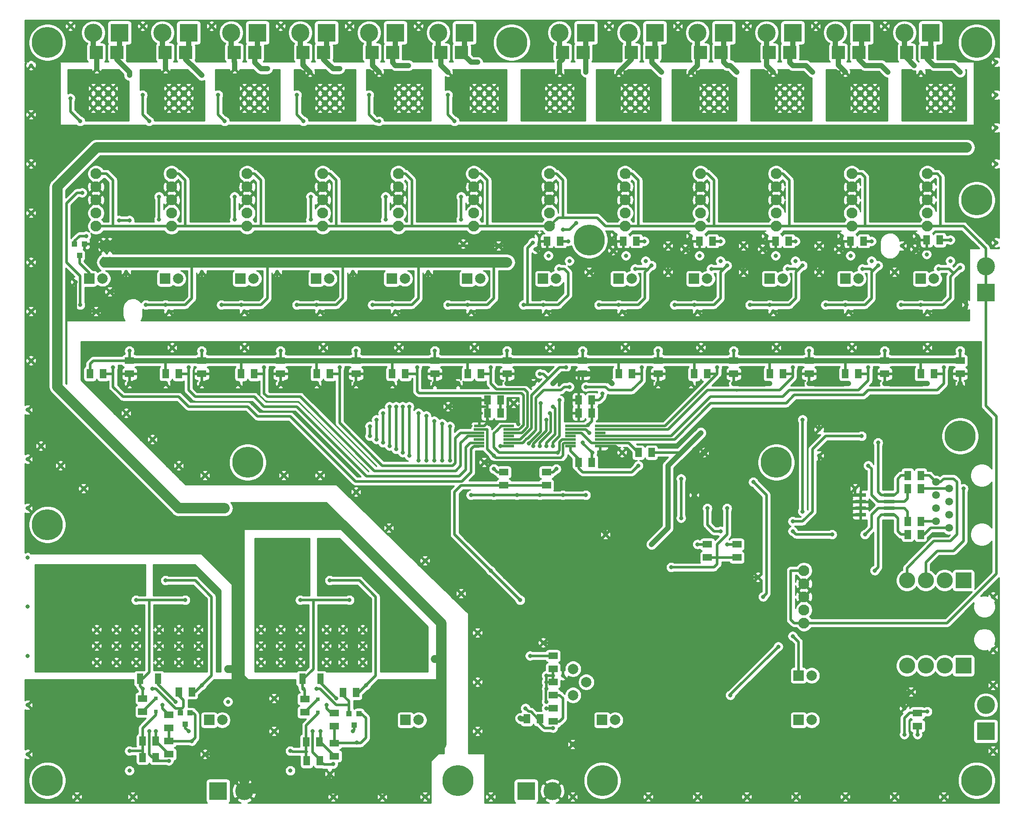
<source format=gbl>
G04 #@! TF.GenerationSoftware,KiCad,Pcbnew,(5.1.6)-1*
G04 #@! TF.CreationDate,2023-07-15T17:20:03+02:00*
G04 #@! TF.ProjectId,zone-controller,7a6f6e65-2d63-46f6-9e74-726f6c6c6572,rev?*
G04 #@! TF.SameCoordinates,Original*
G04 #@! TF.FileFunction,Copper,L2,Bot*
G04 #@! TF.FilePolarity,Positive*
%FSLAX46Y46*%
G04 Gerber Fmt 4.6, Leading zero omitted, Abs format (unit mm)*
G04 Created by KiCad (PCBNEW (5.1.6)-1) date 2023-07-15 17:20:03*
%MOMM*%
%LPD*%
G01*
G04 APERTURE LIST*
G04 #@! TA.AperFunction,ComponentPad*
%ADD10C,0.800000*%
G04 #@! TD*
G04 #@! TA.AperFunction,SMDPad,CuDef*
%ADD11C,0.100000*%
G04 #@! TD*
G04 #@! TA.AperFunction,SMDPad,CuDef*
%ADD12R,1.000000X1.000000*%
G04 #@! TD*
G04 #@! TA.AperFunction,ComponentPad*
%ADD13C,6.000000*%
G04 #@! TD*
G04 #@! TA.AperFunction,ComponentPad*
%ADD14C,2.100000*%
G04 #@! TD*
G04 #@! TA.AperFunction,SMDPad,CuDef*
%ADD15R,2.500000X2.500000*%
G04 #@! TD*
G04 #@! TA.AperFunction,SMDPad,CuDef*
%ADD16R,1.300000X2.000000*%
G04 #@! TD*
G04 #@! TA.AperFunction,ComponentPad*
%ADD17R,2.000000X2.000000*%
G04 #@! TD*
G04 #@! TA.AperFunction,ComponentPad*
%ADD18C,2.000000*%
G04 #@! TD*
G04 #@! TA.AperFunction,ComponentPad*
%ADD19R,3.500000X3.500000*%
G04 #@! TD*
G04 #@! TA.AperFunction,ComponentPad*
%ADD20C,3.500000*%
G04 #@! TD*
G04 #@! TA.AperFunction,SMDPad,CuDef*
%ADD21R,2.000000X0.800000*%
G04 #@! TD*
G04 #@! TA.AperFunction,SMDPad,CuDef*
%ADD22R,2.000000X0.500000*%
G04 #@! TD*
G04 #@! TA.AperFunction,ComponentPad*
%ADD23O,3.100000X3.100000*%
G04 #@! TD*
G04 #@! TA.AperFunction,ComponentPad*
%ADD24R,3.100000X3.100000*%
G04 #@! TD*
G04 #@! TA.AperFunction,ComponentPad*
%ADD25C,1.500000*%
G04 #@! TD*
G04 #@! TA.AperFunction,SMDPad,CuDef*
%ADD26R,0.800000X0.800000*%
G04 #@! TD*
G04 #@! TA.AperFunction,Conductor*
%ADD27C,0.500000*%
G04 #@! TD*
G04 #@! TA.AperFunction,Conductor*
%ADD28C,1.000000*%
G04 #@! TD*
G04 #@! TA.AperFunction,Conductor*
%ADD29C,0.350000*%
G04 #@! TD*
G04 #@! TA.AperFunction,Conductor*
%ADD30C,0.400000*%
G04 #@! TD*
G04 #@! TA.AperFunction,Conductor*
%ADD31C,2.000000*%
G04 #@! TD*
G04 #@! TA.AperFunction,Conductor*
%ADD32C,1.500000*%
G04 #@! TD*
G04 #@! TA.AperFunction,Conductor*
%ADD33C,0.250000*%
G04 #@! TD*
G04 #@! TA.AperFunction,Conductor*
%ADD34C,0.254000*%
G04 #@! TD*
G04 APERTURE END LIST*
D10*
X42418000Y-34290000D03*
X202692000Y-36830000D03*
X41656000Y-25908000D03*
X209550000Y-35052000D03*
X204978000Y-37846000D03*
X209550000Y-39116000D03*
X211455000Y-40386000D03*
X207264000Y-40640000D03*
X194310000Y-35306000D03*
X190246000Y-38100000D03*
X192532000Y-40640000D03*
X194310000Y-39116000D03*
X187960000Y-36830000D03*
X179578000Y-35306000D03*
X179578000Y-39116000D03*
X175768000Y-38100000D03*
X173228000Y-36830000D03*
X178054000Y-40640000D03*
X133858000Y-40640000D03*
X134620000Y-33020000D03*
X128778000Y-35560000D03*
X131826000Y-38100000D03*
X135636000Y-35306000D03*
X135890000Y-39116000D03*
X146812000Y-38100000D03*
X150622000Y-39116000D03*
X150368000Y-35306000D03*
X144272000Y-37084000D03*
X158242000Y-36830000D03*
X165100000Y-35306000D03*
X165100000Y-39116000D03*
X161036000Y-38100000D03*
X163322000Y-40640000D03*
X148590000Y-40640000D03*
X130048000Y-34290000D03*
X137160000Y-31750000D03*
X122174000Y-36195000D03*
X115316000Y-35814000D03*
X119634000Y-39116000D03*
X105156000Y-39116000D03*
X100838000Y-36195000D03*
X86106000Y-36068000D03*
X90424000Y-39116000D03*
X71628000Y-36068000D03*
X75946000Y-39116000D03*
X56896000Y-36068000D03*
X61214000Y-39116000D03*
X48768000Y-31242000D03*
X50800000Y-31242000D03*
G04 #@! TA.AperFunction,SMDPad,CuDef*
D11*
G36*
X132222000Y-34406000D02*
G01*
X132222000Y-36206000D01*
X130922000Y-36206000D01*
X130922000Y-34406000D01*
X132222000Y-34406000D01*
G37*
G04 #@! TD.AperFunction*
G04 #@! TA.AperFunction,SMDPad,CuDef*
G36*
X134762000Y-34406000D02*
G01*
X134762000Y-36206000D01*
X133462000Y-36206000D01*
X133462000Y-34406000D01*
X134762000Y-34406000D01*
G37*
G04 #@! TD.AperFunction*
G04 #@! TA.AperFunction,SMDPad,CuDef*
G36*
X205628000Y-34152000D02*
G01*
X205628000Y-35952000D01*
X204328000Y-35952000D01*
X204328000Y-34152000D01*
X205628000Y-34152000D01*
G37*
G04 #@! TD.AperFunction*
G04 #@! TA.AperFunction,SMDPad,CuDef*
G36*
X208168000Y-34152000D02*
G01*
X208168000Y-35952000D01*
X206868000Y-35952000D01*
X206868000Y-34152000D01*
X208168000Y-34152000D01*
G37*
G04 #@! TD.AperFunction*
G04 #@! TA.AperFunction,SMDPad,CuDef*
G36*
X146954000Y-34406000D02*
G01*
X146954000Y-36206000D01*
X145654000Y-36206000D01*
X145654000Y-34406000D01*
X146954000Y-34406000D01*
G37*
G04 #@! TD.AperFunction*
G04 #@! TA.AperFunction,SMDPad,CuDef*
G36*
X149494000Y-34406000D02*
G01*
X149494000Y-36206000D01*
X148194000Y-36206000D01*
X148194000Y-34406000D01*
X149494000Y-34406000D01*
G37*
G04 #@! TD.AperFunction*
G04 #@! TA.AperFunction,SMDPad,CuDef*
G36*
X161686000Y-34406000D02*
G01*
X161686000Y-36206000D01*
X160386000Y-36206000D01*
X160386000Y-34406000D01*
X161686000Y-34406000D01*
G37*
G04 #@! TD.AperFunction*
G04 #@! TA.AperFunction,SMDPad,CuDef*
G36*
X164226000Y-34406000D02*
G01*
X164226000Y-36206000D01*
X162926000Y-36206000D01*
X162926000Y-34406000D01*
X164226000Y-34406000D01*
G37*
G04 #@! TD.AperFunction*
G04 #@! TA.AperFunction,SMDPad,CuDef*
G36*
X190896000Y-34406000D02*
G01*
X190896000Y-36206000D01*
X189596000Y-36206000D01*
X189596000Y-34406000D01*
X190896000Y-34406000D01*
G37*
G04 #@! TD.AperFunction*
G04 #@! TA.AperFunction,SMDPad,CuDef*
G36*
X193436000Y-34406000D02*
G01*
X193436000Y-36206000D01*
X192136000Y-36206000D01*
X192136000Y-34406000D01*
X193436000Y-34406000D01*
G37*
G04 #@! TD.AperFunction*
G04 #@! TA.AperFunction,SMDPad,CuDef*
G36*
X176418000Y-34406000D02*
G01*
X176418000Y-36206000D01*
X175118000Y-36206000D01*
X175118000Y-34406000D01*
X176418000Y-34406000D01*
G37*
G04 #@! TD.AperFunction*
G04 #@! TA.AperFunction,SMDPad,CuDef*
G36*
X178958000Y-34406000D02*
G01*
X178958000Y-36206000D01*
X177658000Y-36206000D01*
X177658000Y-34406000D01*
X178958000Y-34406000D01*
G37*
G04 #@! TD.AperFunction*
D12*
X41148000Y-38030000D03*
X42098000Y-35830000D03*
X40198000Y-35830000D03*
D10*
X89535000Y-100965000D03*
X57785000Y-100965000D03*
X107950000Y-135890000D03*
X33655000Y-74930000D03*
X37465000Y-78740000D03*
X46355000Y-87630000D03*
X41910000Y-83185000D03*
X51435000Y-92710000D03*
X59690000Y-90170000D03*
X65405000Y-90170000D03*
X71120000Y-90170000D03*
D13*
X34925000Y-90170000D03*
X214630000Y-27305000D03*
X114300000Y-139700000D03*
X211455000Y-73025000D03*
D10*
X184150000Y-71755000D03*
X184150000Y-76835000D03*
X160020000Y-84455000D03*
X171450000Y-81915000D03*
X173355000Y-104140000D03*
X180975000Y-69850000D03*
X180975000Y-87630000D03*
X191135000Y-83185000D03*
X194945000Y-99060000D03*
X193040000Y-92075000D03*
X193675000Y-78740000D03*
X195580000Y-74295000D03*
X192405000Y-73025000D03*
X186690000Y-92075000D03*
X179070000Y-91440000D03*
X179070000Y-89535000D03*
X155575000Y-98425000D03*
X157480000Y-88900000D03*
X157480000Y-81280000D03*
X133604000Y-76200000D03*
X121285000Y-76835000D03*
X121285000Y-79375000D03*
X133350000Y-79375000D03*
X130175000Y-60960000D03*
X130175000Y-58420000D03*
G04 #@! TA.AperFunction,SMDPad,CuDef*
D11*
G36*
X205725000Y-61860000D02*
G01*
X205725000Y-60060000D01*
X207025000Y-60060000D01*
X207025000Y-61860000D01*
X205725000Y-61860000D01*
G37*
G04 #@! TD.AperFunction*
G04 #@! TA.AperFunction,SMDPad,CuDef*
G36*
X203185000Y-61860000D02*
G01*
X203185000Y-60060000D01*
X204485000Y-60060000D01*
X204485000Y-61860000D01*
X203185000Y-61860000D01*
G37*
G04 #@! TD.AperFunction*
G04 #@! TA.AperFunction,SMDPad,CuDef*
G36*
X147305000Y-61860000D02*
G01*
X147305000Y-60060000D01*
X148605000Y-60060000D01*
X148605000Y-61860000D01*
X147305000Y-61860000D01*
G37*
G04 #@! TD.AperFunction*
G04 #@! TA.AperFunction,SMDPad,CuDef*
G36*
X144765000Y-61860000D02*
G01*
X144765000Y-60060000D01*
X146065000Y-60060000D01*
X146065000Y-61860000D01*
X144765000Y-61860000D01*
G37*
G04 #@! TD.AperFunction*
G04 #@! TA.AperFunction,SMDPad,CuDef*
G36*
X88885000Y-61860000D02*
G01*
X88885000Y-60060000D01*
X90185000Y-60060000D01*
X90185000Y-61860000D01*
X88885000Y-61860000D01*
G37*
G04 #@! TD.AperFunction*
G04 #@! TA.AperFunction,SMDPad,CuDef*
G36*
X86345000Y-61860000D02*
G01*
X86345000Y-60060000D01*
X87645000Y-60060000D01*
X87645000Y-61860000D01*
X86345000Y-61860000D01*
G37*
G04 #@! TD.AperFunction*
G04 #@! TA.AperFunction,SMDPad,CuDef*
G36*
X149875000Y-75300000D02*
G01*
X149875000Y-77100000D01*
X148575000Y-77100000D01*
X148575000Y-75300000D01*
X149875000Y-75300000D01*
G37*
G04 #@! TD.AperFunction*
G04 #@! TA.AperFunction,SMDPad,CuDef*
G36*
X152415000Y-75300000D02*
G01*
X152415000Y-77100000D01*
X151115000Y-77100000D01*
X151115000Y-75300000D01*
X152415000Y-75300000D01*
G37*
G04 #@! TD.AperFunction*
G04 #@! TA.AperFunction,SMDPad,CuDef*
G36*
X191120000Y-61860000D02*
G01*
X191120000Y-60060000D01*
X192420000Y-60060000D01*
X192420000Y-61860000D01*
X191120000Y-61860000D01*
G37*
G04 #@! TD.AperFunction*
G04 #@! TA.AperFunction,SMDPad,CuDef*
G36*
X188580000Y-61860000D02*
G01*
X188580000Y-60060000D01*
X189880000Y-60060000D01*
X189880000Y-61860000D01*
X188580000Y-61860000D01*
G37*
G04 #@! TD.AperFunction*
G04 #@! TA.AperFunction,SMDPad,CuDef*
G36*
X74280000Y-61860000D02*
G01*
X74280000Y-60060000D01*
X75580000Y-60060000D01*
X75580000Y-61860000D01*
X74280000Y-61860000D01*
G37*
G04 #@! TD.AperFunction*
G04 #@! TA.AperFunction,SMDPad,CuDef*
G36*
X71740000Y-61860000D02*
G01*
X71740000Y-60060000D01*
X73040000Y-60060000D01*
X73040000Y-61860000D01*
X71740000Y-61860000D01*
G37*
G04 #@! TD.AperFunction*
G04 #@! TA.AperFunction,SMDPad,CuDef*
G36*
X132345000Y-80660000D02*
G01*
X130545000Y-80660000D01*
X130545000Y-79360000D01*
X132345000Y-79360000D01*
X132345000Y-80660000D01*
G37*
G04 #@! TD.AperFunction*
G04 #@! TA.AperFunction,SMDPad,CuDef*
G36*
X132345000Y-83200000D02*
G01*
X130545000Y-83200000D01*
X130545000Y-81900000D01*
X132345000Y-81900000D01*
X132345000Y-83200000D01*
G37*
G04 #@! TD.AperFunction*
G04 #@! TA.AperFunction,SMDPad,CuDef*
G36*
X176515000Y-61860000D02*
G01*
X176515000Y-60060000D01*
X177815000Y-60060000D01*
X177815000Y-61860000D01*
X176515000Y-61860000D01*
G37*
G04 #@! TD.AperFunction*
G04 #@! TA.AperFunction,SMDPad,CuDef*
G36*
X173975000Y-61860000D02*
G01*
X173975000Y-60060000D01*
X175275000Y-60060000D01*
X175275000Y-61860000D01*
X173975000Y-61860000D01*
G37*
G04 #@! TD.AperFunction*
G04 #@! TA.AperFunction,SMDPad,CuDef*
G36*
X118095000Y-61860000D02*
G01*
X118095000Y-60060000D01*
X119395000Y-60060000D01*
X119395000Y-61860000D01*
X118095000Y-61860000D01*
G37*
G04 #@! TD.AperFunction*
G04 #@! TA.AperFunction,SMDPad,CuDef*
G36*
X115555000Y-61860000D02*
G01*
X115555000Y-60060000D01*
X116855000Y-60060000D01*
X116855000Y-61860000D01*
X115555000Y-61860000D01*
G37*
G04 #@! TD.AperFunction*
G04 #@! TA.AperFunction,SMDPad,CuDef*
G36*
X59675000Y-61860000D02*
G01*
X59675000Y-60060000D01*
X60975000Y-60060000D01*
X60975000Y-61860000D01*
X59675000Y-61860000D01*
G37*
G04 #@! TD.AperFunction*
G04 #@! TA.AperFunction,SMDPad,CuDef*
G36*
X57135000Y-61860000D02*
G01*
X57135000Y-60060000D01*
X58435000Y-60060000D01*
X58435000Y-61860000D01*
X57135000Y-61860000D01*
G37*
G04 #@! TD.AperFunction*
G04 #@! TA.AperFunction,SMDPad,CuDef*
G36*
X124090000Y-80660000D02*
G01*
X122290000Y-80660000D01*
X122290000Y-79360000D01*
X124090000Y-79360000D01*
X124090000Y-80660000D01*
G37*
G04 #@! TD.AperFunction*
G04 #@! TA.AperFunction,SMDPad,CuDef*
G36*
X124090000Y-83200000D02*
G01*
X122290000Y-83200000D01*
X122290000Y-81900000D01*
X124090000Y-81900000D01*
X124090000Y-83200000D01*
G37*
G04 #@! TD.AperFunction*
G04 #@! TA.AperFunction,SMDPad,CuDef*
G36*
X161910000Y-61860000D02*
G01*
X161910000Y-60060000D01*
X163210000Y-60060000D01*
X163210000Y-61860000D01*
X161910000Y-61860000D01*
G37*
G04 #@! TD.AperFunction*
G04 #@! TA.AperFunction,SMDPad,CuDef*
G36*
X159370000Y-61860000D02*
G01*
X159370000Y-60060000D01*
X160670000Y-60060000D01*
X160670000Y-61860000D01*
X159370000Y-61860000D01*
G37*
G04 #@! TD.AperFunction*
G04 #@! TA.AperFunction,SMDPad,CuDef*
G36*
X103490000Y-61860000D02*
G01*
X103490000Y-60060000D01*
X104790000Y-60060000D01*
X104790000Y-61860000D01*
X103490000Y-61860000D01*
G37*
G04 #@! TD.AperFunction*
G04 #@! TA.AperFunction,SMDPad,CuDef*
G36*
X100950000Y-61860000D02*
G01*
X100950000Y-60060000D01*
X102250000Y-60060000D01*
X102250000Y-61860000D01*
X100950000Y-61860000D01*
G37*
G04 #@! TD.AperFunction*
G04 #@! TA.AperFunction,SMDPad,CuDef*
G36*
X45070000Y-61860000D02*
G01*
X45070000Y-60060000D01*
X46370000Y-60060000D01*
X46370000Y-61860000D01*
X45070000Y-61860000D01*
G37*
G04 #@! TD.AperFunction*
G04 #@! TA.AperFunction,SMDPad,CuDef*
G36*
X42530000Y-61860000D02*
G01*
X42530000Y-60060000D01*
X43830000Y-60060000D01*
X43830000Y-61860000D01*
X42530000Y-61860000D01*
G37*
G04 #@! TD.AperFunction*
D10*
X112395000Y-67310000D03*
X109855000Y-116205000D03*
X200152000Y-36195000D03*
X184150000Y-36195000D03*
X169545000Y-36195000D03*
X154940000Y-36195000D03*
X39370000Y6350000D03*
X49530000Y-36195000D03*
X64135000Y-36195000D03*
X78740000Y-36195000D03*
X93345000Y-36195000D03*
X93980000Y-41275000D03*
X107950000Y-36195000D03*
X108585000Y-41275000D03*
X129286000Y-36830000D03*
X209550000Y-9525000D03*
X207645000Y-9525000D03*
X205740000Y-9525000D03*
X205740000Y-7620000D03*
X207645000Y-7620000D03*
X209550000Y-7620000D03*
X209550000Y-5715000D03*
X207645000Y-5715000D03*
X205740000Y-5715000D03*
X191135000Y-9525000D03*
X193040000Y-9525000D03*
X194945000Y-9525000D03*
X194945000Y-7620000D03*
X193040000Y-7620000D03*
X191135000Y-7620000D03*
X194945000Y-5715000D03*
X193040000Y-5715000D03*
X191135000Y-5715000D03*
X180340000Y-9525000D03*
X178435000Y-9525000D03*
X176530000Y-9525000D03*
X176530000Y-7620000D03*
X178435000Y-7620000D03*
X180340000Y-7620000D03*
X180340000Y-5715000D03*
X178435000Y-5715000D03*
X176530000Y-5715000D03*
X165735000Y-9525000D03*
X163830000Y-9525000D03*
X161925000Y-9525000D03*
X161925000Y-7620000D03*
X163830000Y-7620000D03*
X165735000Y-7620000D03*
X165735000Y-5715000D03*
X163830000Y-5715000D03*
X161925000Y-5715000D03*
X146685000Y-9525000D03*
X148590000Y-9525000D03*
X150495000Y-9525000D03*
X150495000Y-7620000D03*
X148590000Y-7620000D03*
X146685000Y-7620000D03*
X150495000Y-5715000D03*
X148590000Y-5715000D03*
X146685000Y-5715000D03*
X135890000Y-9525000D03*
X133985000Y-9525000D03*
X132080000Y-9525000D03*
X132080000Y-7620000D03*
X133985000Y-7620000D03*
X135890000Y-7620000D03*
X135890000Y-5715000D03*
X133985000Y-5715000D03*
X132080000Y-5715000D03*
X121285000Y-9525000D03*
X119380000Y-9525000D03*
X117475000Y-9525000D03*
X117475000Y-7620000D03*
X119380000Y-7620000D03*
X121285000Y-7620000D03*
X121285000Y-5715000D03*
X119380000Y-5715000D03*
X117475000Y-5715000D03*
X106680000Y-9525000D03*
X104775000Y-9525000D03*
X102870000Y-9525000D03*
X106680000Y-7620000D03*
X104775000Y-7620000D03*
X102870000Y-7620000D03*
X106680000Y-5715000D03*
X104775000Y-5715000D03*
X102870000Y-5715000D03*
X91440000Y-9525000D03*
X89535000Y-9525000D03*
X87630000Y-9525000D03*
X87630000Y-7620000D03*
X89535000Y-7620000D03*
X91440000Y-7620000D03*
X91440000Y-5715000D03*
X89535000Y-5715000D03*
X87630000Y-5715000D03*
X73025000Y-9525000D03*
X74930000Y-9525000D03*
X76835000Y-9525000D03*
X76835000Y-7620000D03*
X74930000Y-7620000D03*
X72957000Y-7620000D03*
X76835000Y-5715000D03*
X74930000Y-5715000D03*
X73025000Y-5715000D03*
X58420000Y-9525000D03*
X58420000Y-7620000D03*
X60325000Y-7620000D03*
X60325000Y-9525000D03*
X62230000Y-9525000D03*
X62230000Y-7620000D03*
X62230000Y-5715000D03*
X60325000Y-5715000D03*
X58420000Y-5715000D03*
X45720000Y-9525000D03*
X45720000Y-5715000D03*
X45720000Y-7620000D03*
X47625000Y-7620000D03*
X47625000Y-9525000D03*
X43815000Y-9525000D03*
X43815000Y-7620000D03*
X47625000Y-5715000D03*
X43815000Y-5715000D03*
X44450000Y-116840000D03*
X48260000Y-116840000D03*
X52070000Y-116840000D03*
X52070000Y-113665000D03*
X48260000Y-113665000D03*
X44450000Y-113665000D03*
X44450000Y-110490000D03*
X48260000Y-110490000D03*
X52070000Y-110490000D03*
X60325000Y-113665000D03*
X56515000Y-113665000D03*
X56515000Y-116840000D03*
X60325000Y-116840000D03*
X64135000Y-116840000D03*
X64135000Y-113665000D03*
X64135000Y-110490000D03*
X60325000Y-110490000D03*
X56515000Y-110490000D03*
X88265000Y-90170000D03*
X82550000Y-90170000D03*
X76835000Y-90170000D03*
X78740000Y-123825000D03*
X78740000Y-130175000D03*
X83820000Y-116840000D03*
X83820000Y-113665000D03*
X80010000Y-113665000D03*
X80010000Y-116840000D03*
X76200000Y-116840000D03*
X76200000Y-113665000D03*
X76200000Y-110490000D03*
X80010000Y-110490000D03*
X83820000Y-110490000D03*
X92075000Y-110490000D03*
X95885000Y-113665000D03*
X88900000Y-113665000D03*
X92075000Y-113665000D03*
X92075000Y-116840000D03*
X95885000Y-116840000D03*
X95885000Y-110490000D03*
X88900000Y-110490000D03*
X88900000Y-116840000D03*
X107315000Y-105410000D03*
X111125000Y-111125000D03*
X111125000Y-120650000D03*
X111125000Y-130175000D03*
X107950000Y-142875000D03*
X99695000Y-142875000D03*
X90170000Y-142875000D03*
X217805000Y-104140000D03*
X217805000Y-114300000D03*
X217805000Y-121285000D03*
X217805000Y-133985000D03*
X55245000Y-73660000D03*
X60325000Y-78740000D03*
X65405000Y-80645000D03*
X80645000Y-80645000D03*
X87630000Y-80645000D03*
X94615000Y-83820000D03*
X100965000Y-90805000D03*
X107950000Y-97155000D03*
X114935000Y-103505000D03*
X50165000Y-68580000D03*
X118110000Y-111125000D03*
X118110000Y-120650000D03*
X118110000Y-130175000D03*
X136525000Y-142875000D03*
X120650000Y-142875000D03*
X151130000Y-142875000D03*
X160655000Y-142875000D03*
X170180000Y-142875000D03*
X179705000Y-142875000D03*
X189230000Y-142875000D03*
X198755000Y-142875000D03*
X208280000Y-142875000D03*
X51435000Y-142875000D03*
X40640000Y-142875000D03*
X31115000Y-134620000D03*
X31115000Y-125095000D03*
X31115000Y-115570000D03*
X31115000Y-106045000D03*
X31115000Y-96520000D03*
X31115000Y-86995000D03*
X31115000Y-77470000D03*
X31115000Y-67945000D03*
X31750000Y-58420000D03*
X218440000Y-35560000D03*
X218440000Y-13335000D03*
X218440000Y-20320000D03*
X218440000Y-6985000D03*
X218440000Y-635000D03*
X196850000Y6350000D03*
X183515000Y6350000D03*
X170180000Y6350000D03*
X156845000Y6350000D03*
X143510000Y6350000D03*
X31750000Y-1270000D03*
X31750000Y-10795000D03*
X106680000Y6350000D03*
X93345000Y6350000D03*
X80010000Y6350000D03*
X66675000Y6350000D03*
X53340000Y6350000D03*
X31750000Y-48895000D03*
X31750000Y-39370000D03*
X31750000Y-29845000D03*
X31750000Y-20320000D03*
X166370000Y-86995000D03*
X120650000Y-99060000D03*
X126365000Y-104775000D03*
X179070000Y-111760000D03*
X137795000Y-17145000D03*
X211455000Y-17145000D03*
X203200000Y-34290000D03*
X188595000Y-34290000D03*
X173990000Y-34290000D03*
X197485000Y-17145000D03*
X182880000Y-17145000D03*
X168275000Y-17145000D03*
X144780000Y-34036000D03*
X159385000Y-34290000D03*
X153670000Y-17145000D03*
X139065000Y-17145000D03*
X196215000Y-17145000D03*
X158115000Y-13970000D03*
X167005000Y-17145000D03*
X151765000Y-40005000D03*
X139700000Y-41275000D03*
X123190000Y-39370000D03*
D14*
X44323000Y-22225000D03*
X44323000Y-32385000D03*
X44323000Y-27305000D03*
X44323000Y-29845000D03*
X44323000Y-24765000D03*
X58939540Y-22225000D03*
X58939540Y-32385000D03*
X58939540Y-27305000D03*
X58939540Y-29845000D03*
X58939540Y-24765000D03*
D13*
X142240000Y-139700000D03*
D10*
X197485000Y-2540000D03*
X196215000Y-1270000D03*
X189230000Y-2540000D03*
X187960000Y-1270000D03*
X203835000Y-2540000D03*
X202565000Y-1270000D03*
X211455000Y-2540000D03*
X210185000Y-1270000D03*
X175260000Y-2540000D03*
X173990000Y-1270000D03*
X182880000Y-2540000D03*
X181610000Y-1270000D03*
X159385000Y-2540000D03*
X160655000Y-1270000D03*
X168275000Y-2540000D03*
X167005000Y-1270000D03*
X145415000Y-2540000D03*
X146685000Y-1270000D03*
X153670000Y-2540000D03*
X152400000Y-1270000D03*
X139065000Y-2540000D03*
X139065000Y-1270000D03*
X133985000Y-2540000D03*
X133985000Y-1270000D03*
X112395000Y-2540000D03*
X111125000Y-1270000D03*
X118110000Y-635000D03*
X116840000Y-635000D03*
X104775000Y-1270000D03*
X103505000Y-1270000D03*
X99060000Y-2540000D03*
X97790000Y-1270000D03*
X91440000Y-1905000D03*
X90170000Y-1905000D03*
X85725000Y-2540000D03*
X84455000Y-1270000D03*
X77470000Y-1905000D03*
X76200000Y-1905000D03*
X71120000Y-1905000D03*
X71120000Y-635000D03*
X57785000Y-1905000D03*
X57785000Y-635000D03*
X64770000Y-3175000D03*
X63500000Y-1905000D03*
X50800000Y-3175000D03*
X50165000Y-1905000D03*
X44450000Y-1905000D03*
X44450000Y-635000D03*
D15*
X44355000Y1270000D03*
X48355000Y1270000D03*
D13*
X124714000Y3175000D03*
X139700000Y-35052000D03*
X175895000Y-78105000D03*
X73660000Y-78105000D03*
X34925000Y-139700000D03*
X214630000Y-139700000D03*
X214630000Y3175000D03*
X34925000Y3175000D03*
D14*
X146638818Y-22225000D03*
X146638818Y-32385000D03*
X146638818Y-27305000D03*
X146638818Y-29845000D03*
X146638818Y-24765000D03*
X117405727Y-22225000D03*
X117405727Y-32385000D03*
X117405727Y-27305000D03*
X117405727Y-29845000D03*
X117405727Y-24765000D03*
X132022273Y-22225000D03*
X132022273Y-32385000D03*
X132022273Y-27305000D03*
X132022273Y-29845000D03*
X132022273Y-24765000D03*
X205105000Y-22225000D03*
X205105000Y-32385000D03*
X205105000Y-27305000D03*
X205105000Y-29845000D03*
X205105000Y-24765000D03*
X190488455Y-22225000D03*
X190488455Y-32385000D03*
X190488455Y-27305000D03*
X190488455Y-29845000D03*
X190488455Y-24765000D03*
X175871909Y-22225000D03*
X175871909Y-32385000D03*
X175871909Y-27305000D03*
X175871909Y-29845000D03*
X175871909Y-24765000D03*
X161255364Y-22225000D03*
X161255364Y-32385000D03*
X161255364Y-27305000D03*
X161255364Y-29845000D03*
X161255364Y-24765000D03*
X102789182Y-22225000D03*
X102789182Y-32385000D03*
X102789182Y-27305000D03*
X102789182Y-29845000D03*
X102789182Y-24765000D03*
X88172636Y-22225000D03*
X88172636Y-32385000D03*
X88172636Y-27305000D03*
X88172636Y-29845000D03*
X88172636Y-24765000D03*
X73556091Y-22225000D03*
X73556091Y-32385000D03*
X73556091Y-27305000D03*
X73556091Y-29845000D03*
X73556091Y-24765000D03*
X181229000Y-99060000D03*
X181229000Y-109220000D03*
X181229000Y-104140000D03*
X181229000Y-106680000D03*
X181229000Y-101600000D03*
D16*
X52860000Y-120015000D03*
X56360000Y-120015000D03*
X84229000Y-120015000D03*
X87729000Y-120015000D03*
G04 #@! TA.AperFunction,SMDPad,CuDef*
D11*
G36*
X60975000Y-121655000D02*
G01*
X60975000Y-123455000D01*
X59675000Y-123455000D01*
X59675000Y-121655000D01*
X60975000Y-121655000D01*
G37*
G04 #@! TD.AperFunction*
G04 #@! TA.AperFunction,SMDPad,CuDef*
G36*
X63515000Y-121655000D02*
G01*
X63515000Y-123455000D01*
X62215000Y-123455000D01*
X62215000Y-121655000D01*
X63515000Y-121655000D01*
G37*
G04 #@! TD.AperFunction*
D17*
X43053000Y-42545000D03*
D18*
X45593000Y-42545000D03*
D10*
X83820000Y-104775000D03*
X52070000Y-104775000D03*
D15*
X201105000Y1270000D03*
X205105000Y1270000D03*
D19*
X205740000Y5080000D03*
D20*
X200660000Y5080000D03*
D19*
X192405000Y5080000D03*
D20*
X187325000Y5080000D03*
D19*
X179070000Y5080000D03*
D20*
X173990000Y5080000D03*
D19*
X165735000Y5080000D03*
D20*
X160655000Y5080000D03*
D19*
X152400000Y5080000D03*
D20*
X147320000Y5080000D03*
D19*
X139065000Y5080000D03*
D20*
X133985000Y5080000D03*
D19*
X115570000Y5080000D03*
D20*
X110490000Y5080000D03*
D19*
X102235000Y5080000D03*
D20*
X97155000Y5080000D03*
D19*
X88900000Y5080000D03*
D20*
X83820000Y5080000D03*
D19*
X75565000Y5080000D03*
D20*
X70485000Y5080000D03*
D19*
X62230000Y5080000D03*
D20*
X57150000Y5080000D03*
D19*
X216408000Y-45212000D03*
D20*
X216408000Y-40132000D03*
D19*
X216408000Y-130175000D03*
D20*
X216408000Y-125095000D03*
D19*
X48895000Y5080000D03*
D20*
X43815000Y5080000D03*
D19*
X127508000Y-141732000D03*
D20*
X132588000Y-141732000D03*
D19*
X67945000Y-141732000D03*
D20*
X73025000Y-141732000D03*
D21*
X197705000Y-85725000D03*
X192185000Y-86995000D03*
X192185000Y-85725000D03*
X197705000Y-84455000D03*
X192185000Y-88265000D03*
X192185000Y-84455000D03*
X197705000Y-86995000D03*
X197705000Y-88265000D03*
D22*
X118422500Y-72375000D03*
G04 #@! TA.AperFunction,SMDPad,CuDef*
D11*
G36*
X117422500Y-71325000D02*
G01*
X117422500Y-70825000D01*
X119422500Y-70825000D01*
X119422500Y-71325000D01*
X117422500Y-71325000D01*
G37*
G04 #@! TD.AperFunction*
D22*
X124147500Y-73025000D03*
X118422500Y-71725000D03*
X118422500Y-73675000D03*
X124147500Y-73675000D03*
X124147500Y-71725000D03*
X118422500Y-74975000D03*
X118422500Y-74325000D03*
X118422500Y-73025000D03*
X124147500Y-72375000D03*
X124147500Y-74325000D03*
X124147500Y-71075000D03*
X124147500Y-74975000D03*
X141800500Y-73675000D03*
G04 #@! TA.AperFunction,SMDPad,CuDef*
D11*
G36*
X142800500Y-74725000D02*
G01*
X142800500Y-75225000D01*
X140800500Y-75225000D01*
X140800500Y-74725000D01*
X142800500Y-74725000D01*
G37*
G04 #@! TD.AperFunction*
D22*
X136075500Y-73025000D03*
X141800500Y-74325000D03*
X141800500Y-72375000D03*
X136075500Y-72375000D03*
X136075500Y-74325000D03*
X141800500Y-71075000D03*
X141800500Y-71725000D03*
X141800500Y-73025000D03*
X136075500Y-73675000D03*
X136075500Y-71725000D03*
X136075500Y-74975000D03*
X136075500Y-71075000D03*
D10*
X93345000Y-104775000D03*
X84455000Y-121920000D03*
X86995000Y-121920000D03*
X96520000Y-121285000D03*
X90805000Y-123825000D03*
X88900000Y-125095000D03*
X86233000Y-130175000D03*
X87757000Y-130175000D03*
X93980000Y-130175000D03*
X94742000Y-132334000D03*
X90170000Y-136525000D03*
X89535000Y-138430000D03*
X81915000Y-133985000D03*
X81915000Y-137795000D03*
X61595000Y-104775000D03*
X53340000Y-121920000D03*
X55245000Y-121920000D03*
X59690000Y-124460000D03*
X64770000Y-121285000D03*
X57150000Y-125095000D03*
X62230000Y-130175000D03*
X62865000Y-132080000D03*
X58420000Y-135890000D03*
X50800000Y-133985000D03*
X50800000Y-137795000D03*
X69850000Y-124460000D03*
X65405000Y-134620000D03*
X73025000Y-136525000D03*
X69850000Y-118110000D03*
X149225000Y-78740000D03*
X63500000Y-86995000D03*
X69215000Y-86995000D03*
X67310000Y-86995000D03*
X65405000Y-86995000D03*
X45720000Y-40005000D03*
X46990000Y-40005000D03*
X45720000Y-36830000D03*
X46990000Y-36830000D03*
X46990000Y-38735000D03*
X46990000Y-35560000D03*
X46990000Y-45085000D03*
X41275000Y-47625000D03*
X40386000Y-43180000D03*
X161925000Y-76200000D03*
X146050000Y-76200000D03*
X162560000Y-86995000D03*
X165100000Y-91440000D03*
X212090000Y-83185000D03*
X167005000Y-123190000D03*
X154940000Y-83185000D03*
X161290000Y-72390000D03*
X151765000Y-93980000D03*
X151765000Y-93980000D03*
X139065000Y-63500000D03*
X135890000Y-63500000D03*
X142875000Y-92075000D03*
X200660000Y-125730000D03*
X201930000Y-122555000D03*
X140335000Y-76200000D03*
X45720000Y-35560000D03*
X45720000Y-38735000D03*
X41275000Y-12065000D03*
X198755000Y-41275000D03*
X184150000Y-41275000D03*
X169545000Y-41275000D03*
X154940000Y-41275000D03*
X113030000Y-36195000D03*
X114935000Y-31115000D03*
X114935000Y-26670000D03*
X113665000Y-12065000D03*
X96520000Y-36195000D03*
X100330000Y-31115000D03*
X100330000Y-26670000D03*
X99060000Y-12065000D03*
X83820000Y-36195000D03*
X85852000Y-31115000D03*
X85852000Y-26670000D03*
X84455000Y-12065000D03*
X69215000Y-12065000D03*
X69215000Y-36195000D03*
X71120000Y-31115000D03*
X71120000Y-26670000D03*
X54610000Y-12065000D03*
X50165000Y-41275000D03*
X56515000Y-31115000D03*
X56515000Y-26670000D03*
X176276000Y-113792000D03*
X203200000Y-130810000D03*
X200660000Y-130810000D03*
X205105000Y-126365000D03*
X172339000Y-100330000D03*
X166370000Y-93980000D03*
X160655000Y-93980000D03*
X139065000Y-84455000D03*
X134620000Y-84455000D03*
X130175000Y-84455000D03*
X125730000Y-84455000D03*
X121285000Y-84455000D03*
X116840000Y-84455000D03*
X47625000Y-59690000D03*
X62230000Y-59690000D03*
X76835000Y-59690000D03*
X91440000Y-59690000D03*
X106680000Y-68580000D03*
X108204000Y-69088000D03*
X109728000Y-70104000D03*
X111252000Y-70612000D03*
X106680000Y-77724000D03*
X108204000Y-77724000D03*
X109728000Y-77724000D03*
X111252000Y-77724000D03*
X112776000Y-71120000D03*
X112776000Y-77724000D03*
X106426000Y-59690000D03*
X135255000Y-59690000D03*
X120650000Y-59690000D03*
X208280000Y-59690000D03*
X193675000Y-59690000D03*
X179070000Y-59690000D03*
X164465000Y-59690000D03*
X149860000Y-59690000D03*
X119380000Y-78105000D03*
X120015000Y-68580000D03*
X122555000Y-68580000D03*
X142240000Y-64770000D03*
X139446000Y-70866000D03*
X138430000Y-74295000D03*
X139700000Y-72390000D03*
X125095000Y-66675000D03*
X125984000Y-70739000D03*
X133985000Y-66040000D03*
X132715000Y-67310000D03*
X132080000Y-68580000D03*
X131445000Y-69850000D03*
X130302000Y-66675000D03*
X128016000Y-74422000D03*
X128905000Y-74930000D03*
X130175000Y-74930000D03*
X132715000Y-74930000D03*
X131445000Y-74930000D03*
X122555000Y-74930000D03*
X205105000Y-55880000D03*
X211455000Y-62865000D03*
X205105000Y-62865000D03*
X211455000Y-56515000D03*
X196850000Y-56515000D03*
X182245000Y-56515000D03*
X189865000Y-62865000D03*
X174625000Y-62865000D03*
X190500000Y-55880000D03*
X175895000Y-55880000D03*
X196850000Y-62865000D03*
X182245000Y-62865000D03*
X167640000Y-56515000D03*
X153035000Y-56515000D03*
X161290000Y-55880000D03*
X146685000Y-55880000D03*
X144145000Y-62865000D03*
X159385000Y-62865000D03*
X167640000Y-62865000D03*
X153035000Y-62865000D03*
X138430000Y-56515000D03*
X123825000Y-56515000D03*
X132080000Y-55880000D03*
X117475000Y-55880000D03*
X128905000Y-62865000D03*
X114300000Y-62865000D03*
X132715000Y-62865000D03*
X123825000Y-62865000D03*
X109855000Y-56515000D03*
X109855000Y-62865000D03*
X102870000Y-55880000D03*
X101600000Y-62865000D03*
X94615000Y-62865000D03*
X88265000Y-55880000D03*
X86995000Y-62865000D03*
X94615000Y-56515000D03*
X80010000Y-56515000D03*
X71755000Y-62865000D03*
X57785000Y-62865000D03*
X80010000Y-62865000D03*
X73025000Y-55880000D03*
X59055000Y-55880000D03*
X64770000Y-56515000D03*
X64770000Y-62865000D03*
X50800000Y-62865000D03*
X50800000Y-56515000D03*
X104902000Y-67310000D03*
X103632000Y-67310000D03*
X102362000Y-67310000D03*
X101092000Y-67310000D03*
X99822000Y-68580000D03*
X98552000Y-69850000D03*
X97282000Y-71120000D03*
X97282000Y-73025000D03*
X98552000Y-73660000D03*
X99822000Y-74295000D03*
X101092000Y-74930000D03*
X102362000Y-75565000D03*
X103632000Y-76200000D03*
X104902000Y-76835000D03*
X54610000Y-36195000D03*
X131445000Y-121920000D03*
X131445000Y-119380000D03*
X131445000Y-120650000D03*
X136525000Y-132715000D03*
X132715000Y-119380000D03*
X130810000Y-113030000D03*
X134620000Y-119380000D03*
X131445000Y-125730000D03*
X128270000Y-115570000D03*
X132715000Y-129540000D03*
X127381000Y-125730000D03*
X126365000Y-127635000D03*
X131445000Y-124460000D03*
X212725000Y-47625000D03*
X205105000Y-48895000D03*
X203835000Y-47625000D03*
X200025000Y-47625000D03*
X201930000Y-13970000D03*
X212725000Y-17145000D03*
X189865000Y-48895000D03*
X195580000Y-40005000D03*
X189230000Y-47625000D03*
X185420000Y-47625000D03*
X181610000Y-17145000D03*
X187325000Y-13970000D03*
X172720000Y-13970000D03*
X175260000Y-48895000D03*
X160655000Y-48895000D03*
X146050000Y-48895000D03*
X131445000Y-48895000D03*
X180975000Y-40005000D03*
X174625000Y-47625000D03*
X170815000Y-47625000D03*
X166370000Y-40005000D03*
X160020000Y-47625000D03*
X156210000Y-47625000D03*
X145415000Y-47625000D03*
X141605000Y-47625000D03*
X130810000Y-47625000D03*
X127000000Y-47625000D03*
X152400000Y-17145000D03*
X143510000Y-13970000D03*
X128905000Y-13970000D03*
X124460000Y-13970000D03*
X116840000Y-48895000D03*
X116205000Y-47625000D03*
X112395000Y-47625000D03*
X112395000Y-6985000D03*
X97155000Y-6985000D03*
X111125000Y-36195000D03*
X109220000Y-39370000D03*
X102235000Y-48895000D03*
X101600000Y-47625000D03*
X97790000Y-47625000D03*
X98425000Y-36195000D03*
X94615000Y-39370000D03*
X87630000Y-48895000D03*
X86995000Y-47625000D03*
X83185000Y-47625000D03*
X83185000Y-6985000D03*
X81915000Y-36195000D03*
X80010000Y-39370000D03*
X79375000Y-41275000D03*
X73025000Y-48895000D03*
X72390000Y-47625000D03*
X68580000Y-47625000D03*
X67945000Y-6985000D03*
X67310000Y-36195000D03*
X64770000Y-41275000D03*
X58420000Y-48895000D03*
X57785000Y-47625000D03*
X53975000Y-47625000D03*
X65405000Y-39370000D03*
X50800000Y-39370000D03*
X52705000Y-36195000D03*
X53340000Y-6985000D03*
X44323000Y-48895000D03*
X39370000Y-7620000D03*
X54610000Y-130175000D03*
X55880000Y-130175000D03*
G04 #@! TA.AperFunction,SMDPad,CuDef*
D11*
G36*
X163460000Y-94630000D02*
G01*
X161660000Y-94630000D01*
X161660000Y-93330000D01*
X163460000Y-93330000D01*
X163460000Y-94630000D01*
G37*
G04 #@! TD.AperFunction*
G04 #@! TA.AperFunction,SMDPad,CuDef*
G36*
X163460000Y-97170000D02*
G01*
X161660000Y-97170000D01*
X161660000Y-95870000D01*
X163460000Y-95870000D01*
X163460000Y-97170000D01*
G37*
G04 #@! TD.AperFunction*
G04 #@! TA.AperFunction,SMDPad,CuDef*
G36*
X169175000Y-94630000D02*
G01*
X167375000Y-94630000D01*
X167375000Y-93330000D01*
X169175000Y-93330000D01*
X169175000Y-94630000D01*
G37*
G04 #@! TD.AperFunction*
G04 #@! TA.AperFunction,SMDPad,CuDef*
G36*
X169175000Y-97170000D02*
G01*
X167375000Y-97170000D01*
X167375000Y-95870000D01*
X169175000Y-95870000D01*
X169175000Y-97170000D01*
G37*
G04 #@! TD.AperFunction*
G04 #@! TA.AperFunction,SMDPad,CuDef*
G36*
X92725000Y-121782000D02*
G01*
X92725000Y-123582000D01*
X91425000Y-123582000D01*
X91425000Y-121782000D01*
X92725000Y-121782000D01*
G37*
G04 #@! TD.AperFunction*
G04 #@! TA.AperFunction,SMDPad,CuDef*
G36*
X95265000Y-121782000D02*
G01*
X95265000Y-123582000D01*
X93965000Y-123582000D01*
X93965000Y-121782000D01*
X95265000Y-121782000D01*
G37*
G04 #@! TD.AperFunction*
G04 #@! TA.AperFunction,SMDPad,CuDef*
G36*
X201945000Y-91175000D02*
G01*
X201945000Y-92975000D01*
X200645000Y-92975000D01*
X200645000Y-91175000D01*
X201945000Y-91175000D01*
G37*
G04 #@! TD.AperFunction*
G04 #@! TA.AperFunction,SMDPad,CuDef*
G36*
X204485000Y-91175000D02*
G01*
X204485000Y-92975000D01*
X203185000Y-92975000D01*
X203185000Y-91175000D01*
X204485000Y-91175000D01*
G37*
G04 #@! TD.AperFunction*
G04 #@! TA.AperFunction,SMDPad,CuDef*
G36*
X201945000Y-88635000D02*
G01*
X201945000Y-90435000D01*
X200645000Y-90435000D01*
X200645000Y-88635000D01*
X201945000Y-88635000D01*
G37*
G04 #@! TD.AperFunction*
G04 #@! TA.AperFunction,SMDPad,CuDef*
G36*
X204485000Y-88635000D02*
G01*
X204485000Y-90435000D01*
X203185000Y-90435000D01*
X203185000Y-88635000D01*
X204485000Y-88635000D01*
G37*
G04 #@! TD.AperFunction*
G04 #@! TA.AperFunction,SMDPad,CuDef*
G36*
X201945000Y-82285000D02*
G01*
X201945000Y-84085000D01*
X200645000Y-84085000D01*
X200645000Y-82285000D01*
X201945000Y-82285000D01*
G37*
G04 #@! TD.AperFunction*
G04 #@! TA.AperFunction,SMDPad,CuDef*
G36*
X204485000Y-82285000D02*
G01*
X204485000Y-84085000D01*
X203185000Y-84085000D01*
X203185000Y-82285000D01*
X204485000Y-82285000D01*
G37*
G04 #@! TD.AperFunction*
G04 #@! TA.AperFunction,SMDPad,CuDef*
G36*
X201945000Y-79745000D02*
G01*
X201945000Y-81545000D01*
X200645000Y-81545000D01*
X200645000Y-79745000D01*
X201945000Y-79745000D01*
G37*
G04 #@! TD.AperFunction*
G04 #@! TA.AperFunction,SMDPad,CuDef*
G36*
X204485000Y-79745000D02*
G01*
X204485000Y-81545000D01*
X203185000Y-81545000D01*
X203185000Y-79745000D01*
X204485000Y-79745000D01*
G37*
G04 #@! TD.AperFunction*
G04 #@! TA.AperFunction,SMDPad,CuDef*
G36*
X83809000Y-125842000D02*
G01*
X85609000Y-125842000D01*
X85609000Y-127142000D01*
X83809000Y-127142000D01*
X83809000Y-125842000D01*
G37*
G04 #@! TD.AperFunction*
G04 #@! TA.AperFunction,SMDPad,CuDef*
G36*
X83809000Y-123302000D02*
G01*
X85609000Y-123302000D01*
X85609000Y-124602000D01*
X83809000Y-124602000D01*
X83809000Y-123302000D01*
G37*
G04 #@! TD.AperFunction*
G04 #@! TA.AperFunction,SMDPad,CuDef*
G36*
X86980000Y-136790000D02*
G01*
X86980000Y-134990000D01*
X88280000Y-134990000D01*
X88280000Y-136790000D01*
X86980000Y-136790000D01*
G37*
G04 #@! TD.AperFunction*
G04 #@! TA.AperFunction,SMDPad,CuDef*
G36*
X84440000Y-136790000D02*
G01*
X84440000Y-134990000D01*
X85740000Y-134990000D01*
X85740000Y-136790000D01*
X84440000Y-136790000D01*
G37*
G04 #@! TD.AperFunction*
G04 #@! TA.AperFunction,SMDPad,CuDef*
G36*
X91324000Y-133111000D02*
G01*
X89524000Y-133111000D01*
X89524000Y-131811000D01*
X91324000Y-131811000D01*
X91324000Y-133111000D01*
G37*
G04 #@! TD.AperFunction*
G04 #@! TA.AperFunction,SMDPad,CuDef*
G36*
X91324000Y-135651000D02*
G01*
X89524000Y-135651000D01*
X89524000Y-134351000D01*
X91324000Y-134351000D01*
X91324000Y-135651000D01*
G37*
G04 #@! TD.AperFunction*
G04 #@! TA.AperFunction,SMDPad,CuDef*
G36*
X86853000Y-133107000D02*
G01*
X86853000Y-131307000D01*
X88153000Y-131307000D01*
X88153000Y-133107000D01*
X86853000Y-133107000D01*
G37*
G04 #@! TD.AperFunction*
G04 #@! TA.AperFunction,SMDPad,CuDef*
G36*
X84313000Y-133107000D02*
G01*
X84313000Y-131307000D01*
X85613000Y-131307000D01*
X85613000Y-133107000D01*
X84313000Y-133107000D01*
G37*
G04 #@! TD.AperFunction*
G04 #@! TA.AperFunction,SMDPad,CuDef*
G36*
X138318000Y-77205000D02*
G01*
X138318000Y-79005000D01*
X137018000Y-79005000D01*
X137018000Y-77205000D01*
X138318000Y-77205000D01*
G37*
G04 #@! TD.AperFunction*
G04 #@! TA.AperFunction,SMDPad,CuDef*
G36*
X140858000Y-77205000D02*
G01*
X140858000Y-79005000D01*
X139558000Y-79005000D01*
X139558000Y-77205000D01*
X140858000Y-77205000D01*
G37*
G04 #@! TD.AperFunction*
G04 #@! TA.AperFunction,SMDPad,CuDef*
G36*
X52440000Y-125715000D02*
G01*
X54240000Y-125715000D01*
X54240000Y-127015000D01*
X52440000Y-127015000D01*
X52440000Y-125715000D01*
G37*
G04 #@! TD.AperFunction*
G04 #@! TA.AperFunction,SMDPad,CuDef*
G36*
X52440000Y-123175000D02*
G01*
X54240000Y-123175000D01*
X54240000Y-124475000D01*
X52440000Y-124475000D01*
X52440000Y-123175000D01*
G37*
G04 #@! TD.AperFunction*
G04 #@! TA.AperFunction,SMDPad,CuDef*
G36*
X55230000Y-136155000D02*
G01*
X55230000Y-134355000D01*
X56530000Y-134355000D01*
X56530000Y-136155000D01*
X55230000Y-136155000D01*
G37*
G04 #@! TD.AperFunction*
G04 #@! TA.AperFunction,SMDPad,CuDef*
G36*
X52690000Y-136155000D02*
G01*
X52690000Y-134355000D01*
X53990000Y-134355000D01*
X53990000Y-136155000D01*
X52690000Y-136155000D01*
G37*
G04 #@! TD.AperFunction*
G04 #@! TA.AperFunction,SMDPad,CuDef*
G36*
X204100000Y-127269000D02*
G01*
X202300000Y-127269000D01*
X202300000Y-125969000D01*
X204100000Y-125969000D01*
X204100000Y-127269000D01*
G37*
G04 #@! TD.AperFunction*
G04 #@! TA.AperFunction,SMDPad,CuDef*
G36*
X204100000Y-129809000D02*
G01*
X202300000Y-129809000D01*
X202300000Y-128509000D01*
X204100000Y-128509000D01*
X204100000Y-129809000D01*
G37*
G04 #@! TD.AperFunction*
G04 #@! TA.AperFunction,SMDPad,CuDef*
G36*
X59320000Y-132730000D02*
G01*
X57520000Y-132730000D01*
X57520000Y-131430000D01*
X59320000Y-131430000D01*
X59320000Y-132730000D01*
G37*
G04 #@! TD.AperFunction*
G04 #@! TA.AperFunction,SMDPad,CuDef*
G36*
X59320000Y-135270000D02*
G01*
X57520000Y-135270000D01*
X57520000Y-133970000D01*
X59320000Y-133970000D01*
X59320000Y-135270000D01*
G37*
G04 #@! TD.AperFunction*
G04 #@! TA.AperFunction,SMDPad,CuDef*
G36*
X55230000Y-132980000D02*
G01*
X55230000Y-131180000D01*
X56530000Y-131180000D01*
X56530000Y-132980000D01*
X55230000Y-132980000D01*
G37*
G04 #@! TD.AperFunction*
G04 #@! TA.AperFunction,SMDPad,CuDef*
G36*
X52690000Y-132980000D02*
G01*
X52690000Y-131180000D01*
X53990000Y-131180000D01*
X53990000Y-132980000D01*
X52690000Y-132980000D01*
G37*
G04 #@! TD.AperFunction*
D18*
X139141200Y-120650000D03*
X136588500Y-123190000D03*
X136588500Y-118110000D03*
G04 #@! TA.AperFunction,SMDPad,CuDef*
D11*
G36*
X133615000Y-121300000D02*
G01*
X131815000Y-121300000D01*
X131815000Y-120000000D01*
X133615000Y-120000000D01*
X133615000Y-121300000D01*
G37*
G04 #@! TD.AperFunction*
G04 #@! TA.AperFunction,SMDPad,CuDef*
G36*
X133615000Y-123840000D02*
G01*
X131815000Y-123840000D01*
X131815000Y-122540000D01*
X133615000Y-122540000D01*
X133615000Y-123840000D01*
G37*
G04 #@! TD.AperFunction*
G04 #@! TA.AperFunction,SMDPad,CuDef*
G36*
X131815000Y-127620000D02*
G01*
X133615000Y-127620000D01*
X133615000Y-128920000D01*
X131815000Y-128920000D01*
X131815000Y-127620000D01*
G37*
G04 #@! TD.AperFunction*
G04 #@! TA.AperFunction,SMDPad,CuDef*
G36*
X131815000Y-125080000D02*
G01*
X133615000Y-125080000D01*
X133615000Y-126380000D01*
X131815000Y-126380000D01*
X131815000Y-125080000D01*
G37*
G04 #@! TD.AperFunction*
G04 #@! TA.AperFunction,SMDPad,CuDef*
G36*
X129525000Y-128662000D02*
G01*
X129525000Y-126862000D01*
X130825000Y-126862000D01*
X130825000Y-128662000D01*
X129525000Y-128662000D01*
G37*
G04 #@! TD.AperFunction*
G04 #@! TA.AperFunction,SMDPad,CuDef*
G36*
X126985000Y-128662000D02*
G01*
X126985000Y-126862000D01*
X128285000Y-126862000D01*
X128285000Y-128662000D01*
X126985000Y-128662000D01*
G37*
G04 #@! TD.AperFunction*
D12*
X94234000Y-128962000D03*
X95184000Y-126762000D03*
X93284000Y-126762000D03*
X61595000Y-128835000D03*
X62545000Y-126635000D03*
X60645000Y-126635000D03*
D23*
X201170000Y-117475000D03*
X204810000Y-117475000D03*
D24*
X212090000Y-117475000D03*
D23*
X208450000Y-117475000D03*
D25*
X209296000Y-88264000D03*
X206756000Y-81914000D03*
X209296000Y-83184000D03*
X206756000Y-89534000D03*
X209296000Y-85724000D03*
X206756000Y-86994000D03*
X206756000Y-84454000D03*
X209296000Y-90804000D03*
D23*
X201170000Y-100965000D03*
X204810000Y-100965000D03*
D24*
X212090000Y-100965000D03*
D23*
X208450000Y-100965000D03*
D17*
X104194000Y-128000000D03*
D18*
X106734000Y-128000000D03*
D26*
X87249000Y-126492000D03*
X87249000Y-123952000D03*
D17*
X66194000Y-128000000D03*
D18*
X68734000Y-128000000D03*
D17*
X180194000Y-119380000D03*
D18*
X182734000Y-119380000D03*
D26*
X55880000Y-126365000D03*
X55880000Y-123825000D03*
D17*
X180194000Y-128000000D03*
D18*
X182734000Y-128000000D03*
D17*
X203835000Y-42545000D03*
D18*
X206375000Y-42545000D03*
D17*
X189218455Y-42545000D03*
D18*
X191758455Y-42545000D03*
D17*
X174601909Y-42545000D03*
D18*
X177141909Y-42545000D03*
D17*
X159985364Y-42545000D03*
D18*
X162525364Y-42545000D03*
D17*
X145368818Y-42545000D03*
D18*
X147908818Y-42545000D03*
D17*
X130752273Y-42545000D03*
D18*
X133292273Y-42545000D03*
D15*
X187865000Y1270000D03*
X191865000Y1270000D03*
X174530000Y1270000D03*
X178530000Y1270000D03*
X161195000Y1270000D03*
X165195000Y1270000D03*
X147860000Y1270000D03*
X151860000Y1270000D03*
X134525000Y1270000D03*
X138525000Y1270000D03*
D17*
X142194000Y-128000000D03*
D18*
X144734000Y-128000000D03*
D17*
X116135727Y-42545000D03*
D18*
X118675727Y-42545000D03*
D17*
X101519182Y-42545000D03*
D18*
X104059182Y-42545000D03*
D17*
X86902636Y-42545000D03*
D18*
X89442636Y-42545000D03*
D17*
X72286091Y-42545000D03*
D18*
X74826091Y-42545000D03*
D17*
X57669540Y-42545000D03*
D18*
X60209540Y-42545000D03*
D15*
X111030000Y1270000D03*
X115030000Y1270000D03*
X97695000Y1270000D03*
X101695000Y1270000D03*
X84360000Y1270000D03*
X88360000Y1270000D03*
X71025000Y1270000D03*
X75025000Y1270000D03*
X57690000Y1270000D03*
X61690000Y1270000D03*
G04 #@! TA.AperFunction,SMDPad,CuDef*
D11*
G36*
X89524000Y-128509000D02*
G01*
X91324000Y-128509000D01*
X91324000Y-129809000D01*
X89524000Y-129809000D01*
X89524000Y-128509000D01*
G37*
G04 #@! TD.AperFunction*
G04 #@! TA.AperFunction,SMDPad,CuDef*
G36*
X89524000Y-125969000D02*
G01*
X91324000Y-125969000D01*
X91324000Y-127269000D01*
X89524000Y-127269000D01*
X89524000Y-125969000D01*
G37*
G04 #@! TD.AperFunction*
G04 #@! TA.AperFunction,SMDPad,CuDef*
G36*
X139558000Y-69480000D02*
G01*
X139558000Y-67680000D01*
X140858000Y-67680000D01*
X140858000Y-69480000D01*
X139558000Y-69480000D01*
G37*
G04 #@! TD.AperFunction*
G04 #@! TA.AperFunction,SMDPad,CuDef*
G36*
X137018000Y-69480000D02*
G01*
X137018000Y-67680000D01*
X138318000Y-67680000D01*
X138318000Y-69480000D01*
X137018000Y-69480000D01*
G37*
G04 #@! TD.AperFunction*
G04 #@! TA.AperFunction,SMDPad,CuDef*
G36*
X121905000Y-69480000D02*
G01*
X121905000Y-67680000D01*
X123205000Y-67680000D01*
X123205000Y-69480000D01*
X121905000Y-69480000D01*
G37*
G04 #@! TD.AperFunction*
G04 #@! TA.AperFunction,SMDPad,CuDef*
G36*
X119365000Y-69480000D02*
G01*
X119365000Y-67680000D01*
X120665000Y-67680000D01*
X120665000Y-69480000D01*
X119365000Y-69480000D01*
G37*
G04 #@! TD.AperFunction*
G04 #@! TA.AperFunction,SMDPad,CuDef*
G36*
X139558000Y-66940000D02*
G01*
X139558000Y-65140000D01*
X140858000Y-65140000D01*
X140858000Y-66940000D01*
X139558000Y-66940000D01*
G37*
G04 #@! TD.AperFunction*
G04 #@! TA.AperFunction,SMDPad,CuDef*
G36*
X137018000Y-66940000D02*
G01*
X137018000Y-65140000D01*
X138318000Y-65140000D01*
X138318000Y-66940000D01*
X137018000Y-66940000D01*
G37*
G04 #@! TD.AperFunction*
G04 #@! TA.AperFunction,SMDPad,CuDef*
G36*
X121905000Y-66940000D02*
G01*
X121905000Y-65140000D01*
X123205000Y-65140000D01*
X123205000Y-66940000D01*
X121905000Y-66940000D01*
G37*
G04 #@! TD.AperFunction*
G04 #@! TA.AperFunction,SMDPad,CuDef*
G36*
X119365000Y-66940000D02*
G01*
X119365000Y-65140000D01*
X120665000Y-65140000D01*
X120665000Y-66940000D01*
X119365000Y-66940000D01*
G37*
G04 #@! TD.AperFunction*
G04 #@! TA.AperFunction,SMDPad,CuDef*
G36*
X57520000Y-128890000D02*
G01*
X59320000Y-128890000D01*
X59320000Y-130190000D01*
X57520000Y-130190000D01*
X57520000Y-128890000D01*
G37*
G04 #@! TD.AperFunction*
G04 #@! TA.AperFunction,SMDPad,CuDef*
G36*
X57520000Y-126350000D02*
G01*
X59320000Y-126350000D01*
X59320000Y-127650000D01*
X57520000Y-127650000D01*
X57520000Y-126350000D01*
G37*
G04 #@! TD.AperFunction*
G04 #@! TA.AperFunction,SMDPad,CuDef*
G36*
X210555000Y-60310000D02*
G01*
X212355000Y-60310000D01*
X212355000Y-61610000D01*
X210555000Y-61610000D01*
X210555000Y-60310000D01*
G37*
G04 #@! TD.AperFunction*
G04 #@! TA.AperFunction,SMDPad,CuDef*
G36*
X210555000Y-57770000D02*
G01*
X212355000Y-57770000D01*
X212355000Y-59070000D01*
X210555000Y-59070000D01*
X210555000Y-57770000D01*
G37*
G04 #@! TD.AperFunction*
G04 #@! TA.AperFunction,SMDPad,CuDef*
G36*
X152135000Y-60310000D02*
G01*
X153935000Y-60310000D01*
X153935000Y-61610000D01*
X152135000Y-61610000D01*
X152135000Y-60310000D01*
G37*
G04 #@! TD.AperFunction*
G04 #@! TA.AperFunction,SMDPad,CuDef*
G36*
X152135000Y-57770000D02*
G01*
X153935000Y-57770000D01*
X153935000Y-59070000D01*
X152135000Y-59070000D01*
X152135000Y-57770000D01*
G37*
G04 #@! TD.AperFunction*
G04 #@! TA.AperFunction,SMDPad,CuDef*
G36*
X181345000Y-60310000D02*
G01*
X183145000Y-60310000D01*
X183145000Y-61610000D01*
X181345000Y-61610000D01*
X181345000Y-60310000D01*
G37*
G04 #@! TD.AperFunction*
G04 #@! TA.AperFunction,SMDPad,CuDef*
G36*
X181345000Y-57770000D02*
G01*
X183145000Y-57770000D01*
X183145000Y-59070000D01*
X181345000Y-59070000D01*
X181345000Y-57770000D01*
G37*
G04 #@! TD.AperFunction*
G04 #@! TA.AperFunction,SMDPad,CuDef*
G36*
X195950000Y-60310000D02*
G01*
X197750000Y-60310000D01*
X197750000Y-61610000D01*
X195950000Y-61610000D01*
X195950000Y-60310000D01*
G37*
G04 #@! TD.AperFunction*
G04 #@! TA.AperFunction,SMDPad,CuDef*
G36*
X195950000Y-57770000D02*
G01*
X197750000Y-57770000D01*
X197750000Y-59070000D01*
X195950000Y-59070000D01*
X195950000Y-57770000D01*
G37*
G04 #@! TD.AperFunction*
G04 #@! TA.AperFunction,SMDPad,CuDef*
G36*
X166740000Y-60310000D02*
G01*
X168540000Y-60310000D01*
X168540000Y-61610000D01*
X166740000Y-61610000D01*
X166740000Y-60310000D01*
G37*
G04 #@! TD.AperFunction*
G04 #@! TA.AperFunction,SMDPad,CuDef*
G36*
X166740000Y-57770000D02*
G01*
X168540000Y-57770000D01*
X168540000Y-59070000D01*
X166740000Y-59070000D01*
X166740000Y-57770000D01*
G37*
G04 #@! TD.AperFunction*
G04 #@! TA.AperFunction,SMDPad,CuDef*
G36*
X137530000Y-60310000D02*
G01*
X139330000Y-60310000D01*
X139330000Y-61610000D01*
X137530000Y-61610000D01*
X137530000Y-60310000D01*
G37*
G04 #@! TD.AperFunction*
G04 #@! TA.AperFunction,SMDPad,CuDef*
G36*
X137530000Y-57770000D02*
G01*
X139330000Y-57770000D01*
X139330000Y-59070000D01*
X137530000Y-59070000D01*
X137530000Y-57770000D01*
G37*
G04 #@! TD.AperFunction*
G04 #@! TA.AperFunction,SMDPad,CuDef*
G36*
X93715000Y-60310000D02*
G01*
X95515000Y-60310000D01*
X95515000Y-61610000D01*
X93715000Y-61610000D01*
X93715000Y-60310000D01*
G37*
G04 #@! TD.AperFunction*
G04 #@! TA.AperFunction,SMDPad,CuDef*
G36*
X93715000Y-57770000D02*
G01*
X95515000Y-57770000D01*
X95515000Y-59070000D01*
X93715000Y-59070000D01*
X93715000Y-57770000D01*
G37*
G04 #@! TD.AperFunction*
G04 #@! TA.AperFunction,SMDPad,CuDef*
G36*
X63870000Y-60310000D02*
G01*
X65670000Y-60310000D01*
X65670000Y-61610000D01*
X63870000Y-61610000D01*
X63870000Y-60310000D01*
G37*
G04 #@! TD.AperFunction*
G04 #@! TA.AperFunction,SMDPad,CuDef*
G36*
X63870000Y-57770000D02*
G01*
X65670000Y-57770000D01*
X65670000Y-59070000D01*
X63870000Y-59070000D01*
X63870000Y-57770000D01*
G37*
G04 #@! TD.AperFunction*
G04 #@! TA.AperFunction,SMDPad,CuDef*
G36*
X122925000Y-60310000D02*
G01*
X124725000Y-60310000D01*
X124725000Y-61610000D01*
X122925000Y-61610000D01*
X122925000Y-60310000D01*
G37*
G04 #@! TD.AperFunction*
G04 #@! TA.AperFunction,SMDPad,CuDef*
G36*
X122925000Y-57770000D02*
G01*
X124725000Y-57770000D01*
X124725000Y-59070000D01*
X122925000Y-59070000D01*
X122925000Y-57770000D01*
G37*
G04 #@! TD.AperFunction*
G04 #@! TA.AperFunction,SMDPad,CuDef*
G36*
X108955000Y-60310000D02*
G01*
X110755000Y-60310000D01*
X110755000Y-61610000D01*
X108955000Y-61610000D01*
X108955000Y-60310000D01*
G37*
G04 #@! TD.AperFunction*
G04 #@! TA.AperFunction,SMDPad,CuDef*
G36*
X108955000Y-57770000D02*
G01*
X110755000Y-57770000D01*
X110755000Y-59070000D01*
X108955000Y-59070000D01*
X108955000Y-57770000D01*
G37*
G04 #@! TD.AperFunction*
G04 #@! TA.AperFunction,SMDPad,CuDef*
G36*
X79110000Y-60310000D02*
G01*
X80910000Y-60310000D01*
X80910000Y-61610000D01*
X79110000Y-61610000D01*
X79110000Y-60310000D01*
G37*
G04 #@! TD.AperFunction*
G04 #@! TA.AperFunction,SMDPad,CuDef*
G36*
X79110000Y-57770000D02*
G01*
X80910000Y-57770000D01*
X80910000Y-59070000D01*
X79110000Y-59070000D01*
X79110000Y-57770000D01*
G37*
G04 #@! TD.AperFunction*
G04 #@! TA.AperFunction,SMDPad,CuDef*
G36*
X49900000Y-60310000D02*
G01*
X51700000Y-60310000D01*
X51700000Y-61610000D01*
X49900000Y-61610000D01*
X49900000Y-60310000D01*
G37*
G04 #@! TD.AperFunction*
G04 #@! TA.AperFunction,SMDPad,CuDef*
G36*
X49900000Y-57770000D02*
G01*
X51700000Y-57770000D01*
X51700000Y-59070000D01*
X49900000Y-59070000D01*
X49900000Y-57770000D01*
G37*
G04 #@! TD.AperFunction*
G04 #@! TA.AperFunction,SMDPad,CuDef*
G36*
X131815000Y-117460000D02*
G01*
X133615000Y-117460000D01*
X133615000Y-118760000D01*
X131815000Y-118760000D01*
X131815000Y-117460000D01*
G37*
G04 #@! TD.AperFunction*
G04 #@! TA.AperFunction,SMDPad,CuDef*
G36*
X131815000Y-114920000D02*
G01*
X133615000Y-114920000D01*
X133615000Y-116220000D01*
X131815000Y-116220000D01*
X131815000Y-114920000D01*
G37*
G04 #@! TD.AperFunction*
D27*
X50800000Y-62865000D02*
X50800000Y-60960000D01*
X64770000Y-60960000D02*
X64770000Y-62865000D01*
X211455000Y-60960000D02*
X211455000Y-62865000D01*
X118422500Y-71075000D02*
X119425000Y-71075000D01*
X119425000Y-71075000D02*
X120015000Y-70485000D01*
X137668000Y-66675000D02*
X137668000Y-69215000D01*
X141850510Y-75025010D02*
X141800500Y-75025010D01*
D28*
X132715000Y-62865000D02*
X134620000Y-60960000D01*
X142240000Y-60960000D02*
X144145000Y-62865000D01*
D27*
X150495000Y-99695000D02*
X151130000Y-99695000D01*
X142875000Y-92075000D02*
X144145000Y-93345000D01*
X144145000Y-93345000D02*
X150495000Y-99695000D01*
X137668000Y-61087000D02*
X137795000Y-60960000D01*
X137668000Y-66675000D02*
X137668000Y-61087000D01*
D28*
X135255000Y-60960000D02*
X137795000Y-60960000D01*
X137795000Y-60960000D02*
X142240000Y-60960000D01*
D27*
X151130000Y-100330000D02*
X150812500Y-100012500D01*
X172339000Y-100330000D02*
X151130000Y-100330000D01*
D28*
X150812500Y-100012500D02*
X151130000Y-99695000D01*
X137795000Y-132715000D02*
X144145000Y-132715000D01*
X136525000Y-132715000D02*
X137795000Y-132715000D01*
X144145000Y-132715000D02*
X147320000Y-129540000D01*
X147320000Y-103505000D02*
X150812500Y-100012500D01*
X137795000Y-132715000D02*
X139065000Y-132715000D01*
X139065000Y-132715000D02*
X140335000Y-132715000D01*
X147320000Y-114300000D02*
X147320000Y-103505000D01*
D27*
X131445000Y-113030000D02*
X132715000Y-113030000D01*
X130810000Y-113030000D02*
X131445000Y-113030000D01*
X134620000Y-117475000D02*
X134620000Y-113030000D01*
X134620000Y-113030000D02*
X147320000Y-113030000D01*
X131445000Y-113030000D02*
X134620000Y-113030000D01*
X134620000Y-117475000D02*
X134620000Y-114935000D01*
X134620000Y-119380000D02*
X134620000Y-117475000D01*
X141800500Y-74975000D02*
X144825000Y-74975000D01*
X144825000Y-74975000D02*
X146050000Y-76200000D01*
X134620000Y-78105000D02*
X138430000Y-81915000D01*
X119380000Y-78105000D02*
X134620000Y-78105000D01*
X138430000Y-81915000D02*
X140335000Y-81915000D01*
X142875000Y-84455000D02*
X141922500Y-83502500D01*
X142875000Y-92075000D02*
X142875000Y-84455000D01*
X140335000Y-81915000D02*
X141922500Y-83502500D01*
X80010000Y-60960000D02*
X80010000Y-62865000D01*
X94615000Y-60960000D02*
X94615000Y-62865000D01*
D28*
X114300000Y-62865000D02*
X109855000Y-62865000D01*
X80010000Y-62865000D02*
X86995000Y-62865000D01*
X94615000Y-62865000D02*
X101600000Y-62865000D01*
X128905000Y-62865000D02*
X123825000Y-62865000D01*
D27*
X109855000Y-60960000D02*
X109855000Y-62865000D01*
X123825000Y-60960000D02*
X123825000Y-62865000D01*
D28*
X134620000Y-60960000D02*
X135255000Y-60960000D01*
X153035000Y-62865000D02*
X159385000Y-62865000D01*
D27*
X153035000Y-60960000D02*
X153035000Y-62865000D01*
D28*
X167640000Y-62865000D02*
X174625000Y-62865000D01*
D27*
X167640000Y-60960000D02*
X167640000Y-62865000D01*
X182245000Y-60960000D02*
X182245000Y-62230000D01*
X182245000Y-62230000D02*
X182245000Y-62865000D01*
D28*
X182245000Y-62865000D02*
X189865000Y-62865000D01*
X196850000Y-62865000D02*
X205105000Y-62865000D01*
D27*
X196850000Y-60960000D02*
X196850000Y-62865000D01*
D28*
X71755000Y-62865000D02*
X64770000Y-62865000D01*
X57785000Y-62865000D02*
X50800000Y-62865000D01*
D27*
X120015000Y-67310000D02*
X112395000Y-67310000D01*
X120015000Y-67310000D02*
X120015000Y-66040000D01*
X120015000Y-68580000D02*
X120015000Y-67310000D01*
X192185000Y-88265000D02*
X190500000Y-88265000D01*
X190500000Y-88265000D02*
X189865000Y-87630000D01*
X189865000Y-85090000D02*
X190500000Y-84455000D01*
X192185000Y-85725000D02*
X189865000Y-85725000D01*
X189865000Y-85725000D02*
X189865000Y-85090000D01*
X192185000Y-86995000D02*
X189865000Y-86995000D01*
X189865000Y-87630000D02*
X189865000Y-86995000D01*
X189865000Y-86995000D02*
X189865000Y-85725000D01*
X190500000Y-84455000D02*
X191135000Y-84455000D01*
X191135000Y-84455000D02*
X192185000Y-84455000D01*
X191135000Y-83185000D02*
X191135000Y-84455000D01*
D28*
X151130000Y-99695000D02*
X160020000Y-90805000D01*
X160020000Y-78105000D02*
X169862500Y-68262500D01*
X160020000Y-90805000D02*
X160020000Y-78105000D01*
X147320000Y-129540000D02*
X147320000Y-125095000D01*
X147320000Y-125095000D02*
X147320000Y-113030000D01*
D27*
X188595000Y-85725000D02*
X187960000Y-85725000D01*
X189865000Y-85725000D02*
X188595000Y-85725000D01*
X186055000Y-85725000D02*
X188595000Y-85725000D01*
X184150000Y-83820000D02*
X186055000Y-85725000D01*
X184150000Y-76835000D02*
X184150000Y-83820000D01*
X184150000Y-71755000D02*
X184150000Y-68580000D01*
X184150000Y-68580000D02*
X183832500Y-68262500D01*
D28*
X169862500Y-68262500D02*
X183832500Y-68262500D01*
D27*
X200660000Y-125730000D02*
X200660000Y-125095000D01*
X169545000Y-125095000D02*
X147320000Y-125095000D01*
X169545000Y-125095000D02*
X200660000Y-125095000D01*
X170180000Y-125095000D02*
X169545000Y-125095000D01*
X201295000Y-122555000D02*
X200660000Y-123190000D01*
X201930000Y-122555000D02*
X201295000Y-122555000D01*
X200660000Y-125095000D02*
X200660000Y-123190000D01*
D28*
X211455000Y-66675000D02*
X211455000Y-62865000D01*
X183832500Y-68262500D02*
X209867500Y-68262500D01*
X209867500Y-68262500D02*
X211455000Y-66675000D01*
D27*
X122047000Y-70231000D02*
X120015000Y-70231000D01*
X120015000Y-70231000D02*
X120015000Y-68580000D01*
X120015000Y-70485000D02*
X120015000Y-70231000D01*
X122047000Y-70231000D02*
X125984000Y-70231000D01*
X121539000Y-70231000D02*
X122047000Y-70231000D01*
X125984000Y-67564000D02*
X125095000Y-66675000D01*
X125984000Y-70739000D02*
X125984000Y-67564000D01*
X71120000Y-31115000D02*
X71120000Y-26670000D01*
X50800000Y-58420000D02*
X50800000Y-56515000D01*
X50165000Y-58420000D02*
X64770000Y-58420000D01*
X64770000Y-58420000D02*
X64770000Y-56515000D01*
X64770000Y-58420000D02*
X80645000Y-58420000D01*
X80645000Y-58420000D02*
X95885000Y-58420000D01*
X120650000Y-58420000D02*
X135255000Y-58420000D01*
X149225000Y-58420000D02*
X150495000Y-58420000D01*
X149225000Y-58420000D02*
X165735000Y-58420000D01*
X211455000Y-58420000D02*
X211455000Y-56515000D01*
X180975000Y-58420000D02*
X165735000Y-58420000D01*
X136075500Y-71075000D02*
X138348000Y-71075000D01*
X122555000Y-68580000D02*
X122555000Y-69215000D01*
X124147500Y-74975000D02*
X122600000Y-74975000D01*
D29*
X122600000Y-74975000D02*
X122555000Y-74930000D01*
D27*
X146050000Y-58420000D02*
X149225000Y-58420000D01*
X140208000Y-76835000D02*
X140208000Y-76132082D01*
X140208000Y-76132082D02*
X138400459Y-74324541D01*
X140208000Y-69215000D02*
X140208000Y-69469000D01*
X140208000Y-70104000D02*
X139700000Y-70612000D01*
X140208000Y-69215000D02*
X140208000Y-70104000D01*
X139700000Y-70612000D02*
X139237010Y-71074990D01*
D30*
X138348010Y-71074990D02*
X138348000Y-71075000D01*
D27*
X139237010Y-71074990D02*
X138348010Y-71074990D01*
X122555000Y-68580000D02*
X122555000Y-66040000D01*
X140208000Y-66675000D02*
X140208000Y-69215000D01*
X203200000Y-129159000D02*
X203581000Y-129159000D01*
X203200000Y-129159000D02*
X203200000Y-130810000D01*
X164465000Y-96520000D02*
X168275000Y-96520000D01*
X162560000Y-96520000D02*
X164465000Y-96520000D01*
X140335000Y-66548000D02*
X140208000Y-66675000D01*
X166370000Y-88900000D02*
X166370000Y-88265000D01*
X166370000Y-88265000D02*
X166370000Y-92075000D01*
X166370000Y-92075000D02*
X164465000Y-93980000D01*
D28*
X151765000Y-93980000D02*
X154940000Y-90805000D01*
X154940000Y-90805000D02*
X154940000Y-83185000D01*
X154940000Y-83185000D02*
X154940000Y-78740000D01*
D27*
X176276000Y-113792000D02*
X167005000Y-123063000D01*
X167005000Y-123063000D02*
X167005000Y-123190000D01*
X80010000Y-58420000D02*
X80010000Y-56515000D01*
X94615000Y-56515000D02*
X94615000Y-58420000D01*
X109855000Y-58420000D02*
X109855000Y-56515000D01*
X123825000Y-58420000D02*
X123825000Y-56515000D01*
X138430000Y-56515000D02*
X138430000Y-58420000D01*
X167640000Y-58420000D02*
X167640000Y-56515000D01*
X182245000Y-58420000D02*
X182245000Y-56515000D01*
X196850000Y-58420000D02*
X196850000Y-56515000D01*
X153035000Y-58420000D02*
X153035000Y-56515000D01*
X120650000Y-99060000D02*
X126365000Y-104775000D01*
X43180000Y-60960000D02*
X43180000Y-59055000D01*
X43815000Y-58420000D02*
X50800000Y-58420000D01*
X43180000Y-59055000D02*
X43815000Y-58420000D01*
D28*
X50800000Y-58420000D02*
X57785000Y-58420000D01*
D27*
X57785000Y-60960000D02*
X57785000Y-58420000D01*
X72390000Y-60960000D02*
X72390000Y-58420000D01*
D28*
X57785000Y-58420000D02*
X72390000Y-58420000D01*
X72390000Y-58420000D02*
X78740000Y-58420000D01*
X78740000Y-58420000D02*
X86995000Y-58420000D01*
D27*
X86995000Y-60960000D02*
X86995000Y-58420000D01*
X101600000Y-60960000D02*
X101600000Y-58420000D01*
X95885000Y-58420000D02*
X101600000Y-58420000D01*
X101600000Y-58420000D02*
X111760000Y-58420000D01*
X116205000Y-60960000D02*
X116205000Y-58420000D01*
X106045000Y-58420000D02*
X116205000Y-58420000D01*
X116205000Y-58420000D02*
X120650000Y-58420000D01*
X145415000Y-60960000D02*
X145415000Y-58420000D01*
X135255000Y-58420000D02*
X145415000Y-58420000D01*
X145415000Y-58420000D02*
X146050000Y-58420000D01*
X160020000Y-60960000D02*
X160020000Y-58420000D01*
D28*
X86995000Y-58420000D02*
X160020000Y-58420000D01*
D27*
X189230000Y-60960000D02*
X189230000Y-58420000D01*
X203835000Y-60960000D02*
X203835000Y-58420000D01*
D28*
X189230000Y-58420000D02*
X203835000Y-58420000D01*
X203835000Y-58420000D02*
X211455000Y-58420000D01*
D27*
X174625000Y-60960000D02*
X174625000Y-58420000D01*
D28*
X160020000Y-58420000D02*
X174625000Y-58420000D01*
X174625000Y-58420000D02*
X189230000Y-58420000D01*
D27*
X123190000Y-82550000D02*
X131445000Y-82550000D01*
X123190000Y-82550000D02*
X114935000Y-82550000D01*
X114935000Y-82550000D02*
X113665000Y-83820000D01*
X113665000Y-92075000D02*
X120650000Y-99060000D01*
X113665000Y-83820000D02*
X113665000Y-92075000D01*
X151765000Y-76200000D02*
X157480000Y-76200000D01*
D28*
X154940000Y-78740000D02*
X157480000Y-76200000D01*
X157480000Y-76200000D02*
X161290000Y-72390000D01*
D27*
X161925000Y-98425000D02*
X155575000Y-98425000D01*
X166370000Y-88265000D02*
X166370000Y-86995000D01*
X161925000Y-98425000D02*
X163830000Y-98425000D01*
X164465000Y-93980000D02*
X164465000Y-95885000D01*
X164465000Y-97790000D02*
X164465000Y-95885000D01*
X163830000Y-98425000D02*
X164465000Y-97790000D01*
X164465000Y-95885000D02*
X164465000Y-96520000D01*
X180975000Y-87630000D02*
X180975000Y-83185000D01*
X180975000Y-83185000D02*
X180975000Y-71755000D01*
X180975000Y-71755000D02*
X180975000Y-69850000D01*
X141605000Y-66040000D02*
X142240000Y-65405000D01*
X140208000Y-66040000D02*
X141605000Y-66040000D01*
X142240000Y-65405000D02*
X142240000Y-64770000D01*
X140208000Y-76327000D02*
X140335000Y-76200000D01*
X140208000Y-78105000D02*
X140208000Y-76327000D01*
X128016000Y-74422000D02*
X130048000Y-72390000D01*
X130302000Y-72136000D02*
X130048000Y-72390000D01*
X130302000Y-66675000D02*
X130302000Y-72136000D01*
X132715000Y-120650000D02*
X132080000Y-120650000D01*
X132715000Y-118110000D02*
X132715000Y-119380000D01*
X132715000Y-119380000D02*
X132715000Y-120650000D01*
X131445000Y-121920000D02*
X131280002Y-121920000D01*
X131445000Y-119380000D02*
X132715000Y-119380000D01*
X131445000Y-120650000D02*
X132715000Y-120650000D01*
X131364990Y-122000010D02*
X131445000Y-121920000D01*
X131445000Y-121920000D02*
X131445000Y-120650000D01*
X131445000Y-119380000D02*
X131445000Y-120650000D01*
X131364990Y-123744990D02*
X131364990Y-124379990D01*
X131364990Y-123744990D02*
X131364990Y-122000010D01*
X131364990Y-124379990D02*
X131445000Y-124460000D01*
X131364990Y-124026402D02*
X131364990Y-123744990D01*
X128270000Y-115570000D02*
X132715000Y-115570000D01*
X127381000Y-125730000D02*
X128016000Y-126365000D01*
X128424412Y-126365000D02*
X129821412Y-127762000D01*
X129821412Y-127762000D02*
X130175000Y-127762000D01*
X128016000Y-126365000D02*
X128424412Y-126365000D01*
X131053000Y-129540000D02*
X132715000Y-129540000D01*
X130175000Y-128662000D02*
X131053000Y-129540000D01*
X130175000Y-127762000D02*
X130175000Y-128662000D01*
X132715000Y-125730000D02*
X131445000Y-125730000D01*
X132715000Y-123190000D02*
X133985000Y-123190000D01*
X133985000Y-123190000D02*
X134620000Y-123825000D01*
X134620000Y-123825000D02*
X134620000Y-127635000D01*
X133985000Y-128270000D02*
X132715000Y-128270000D01*
X134620000Y-127635000D02*
X133985000Y-128270000D01*
X102870000Y-22225000D02*
X103505000Y-22860000D01*
X116840000Y-22225000D02*
X117475000Y-22860000D01*
X114300000Y-32385000D02*
X117475000Y-32385000D01*
X131445000Y-22225000D02*
X132080000Y-22860000D01*
X146685000Y-22225000D02*
X147320000Y-22860000D01*
X189865000Y-22225000D02*
X192405000Y-22225000D01*
X192405000Y-22225000D02*
X193040000Y-22860000D01*
X193040000Y-22860000D02*
X193040000Y-32385000D01*
X193040000Y-32385000D02*
X189865000Y-32385000D01*
X81280000Y-32385000D02*
X89535000Y-32385000D01*
X197485000Y-32385000D02*
X198755000Y-32385000D01*
X178689000Y-99060000D02*
X181229000Y-99060000D01*
X181229000Y-109220000D02*
X179324000Y-109220000D01*
X178689000Y-108585000D02*
X178689000Y-99060000D01*
X179324000Y-109220000D02*
X178689000Y-108585000D01*
X60325000Y-32385000D02*
X75057000Y-32385000D01*
X71882000Y-32385000D02*
X75565000Y-32385000D01*
X184785000Y-32385000D02*
X197485000Y-32385000D01*
X197485000Y-32385000D02*
X206375000Y-32385000D01*
X206375000Y-32385000D02*
X207645000Y-32385000D01*
X205105000Y-32385000D02*
X212090000Y-32385000D01*
X47625000Y-32385000D02*
X43688000Y-32385000D01*
X212090000Y-32385000D02*
X214630000Y-34925000D01*
X214630000Y-34925000D02*
X215265000Y-35560000D01*
X88172636Y-22225000D02*
X89535000Y-22225000D01*
X90805000Y-23495000D02*
X90805000Y-32385000D01*
X89535000Y-22225000D02*
X90805000Y-23495000D01*
X89535000Y-32385000D02*
X90805000Y-32385000D01*
X90805000Y-32385000D02*
X97155000Y-32385000D01*
X76200000Y-32385000D02*
X86360000Y-32385000D01*
X76200000Y-32385000D02*
X76200000Y-23495000D01*
X74295000Y-32385000D02*
X76200000Y-32385000D01*
X74930000Y-22225000D02*
X73556091Y-22225000D01*
X76200000Y-23495000D02*
X74930000Y-22225000D01*
X47625000Y-23495000D02*
X46355000Y-22225000D01*
X46355000Y-22225000D02*
X44323000Y-22225000D01*
X47625000Y-32385000D02*
X47625000Y-23495000D01*
X60325000Y-22225000D02*
X58420000Y-22225000D01*
X61595000Y-23495000D02*
X60325000Y-22225000D01*
X61595000Y-32385000D02*
X61595000Y-23495000D01*
X47625000Y-32385000D02*
X61595000Y-32385000D01*
X105410000Y-32385000D02*
X105410000Y-23495000D01*
X105410000Y-32385000D02*
X127000000Y-32385000D01*
X96520000Y-32385000D02*
X105410000Y-32385000D01*
X104140000Y-22225000D02*
X102789182Y-22225000D01*
X105410000Y-23495000D02*
X104140000Y-22225000D01*
X120015000Y-32385000D02*
X120015000Y-23495000D01*
X120015000Y-32385000D02*
X119380000Y-32385000D01*
X121285000Y-32385000D02*
X120015000Y-32385000D01*
X118745000Y-22225000D02*
X117405727Y-22225000D01*
X120015000Y-23495000D02*
X118745000Y-22225000D01*
X141605000Y-31115000D02*
X142875000Y-32385000D01*
X142875000Y-32385000D02*
X149225000Y-32385000D01*
X147955000Y-22225000D02*
X146638818Y-22225000D01*
X149225000Y-32385000D02*
X149225000Y-23495000D01*
X149225000Y-23495000D02*
X147955000Y-22225000D01*
X149225000Y-32385000D02*
X163830000Y-32385000D01*
X162560000Y-22225000D02*
X161255364Y-22225000D01*
X163830000Y-23495000D02*
X162560000Y-22225000D01*
X163830000Y-32385000D02*
X163830000Y-23495000D01*
X178435000Y-32385000D02*
X178435000Y-23495000D01*
X178435000Y-32385000D02*
X190500000Y-32385000D01*
X163830000Y-32385000D02*
X178435000Y-32385000D01*
X178435000Y-23495000D02*
X177165000Y-22225000D01*
X177165000Y-22225000D02*
X175871909Y-22225000D01*
X205105000Y-22225000D02*
X207010000Y-22225000D01*
X207645000Y-22860000D02*
X207645000Y-32385000D01*
X207010000Y-22225000D02*
X207645000Y-22860000D01*
X216408000Y-36703000D02*
X215900000Y-36195000D01*
X216408000Y-40132000D02*
X216408000Y-36703000D01*
X216408000Y-45212000D02*
X216408000Y-40132000D01*
X215900000Y-36195000D02*
X214630000Y-34925000D01*
X218440000Y-99695000D02*
X218440000Y-98425000D01*
X218440000Y-98425000D02*
X218440000Y-74295000D01*
X208915000Y-109220000D02*
X212090000Y-106045000D01*
X181229000Y-109220000D02*
X208915000Y-109220000D01*
X211455000Y-106680000D02*
X212090000Y-106045000D01*
X212090000Y-106045000D02*
X218440000Y-99695000D01*
X218440000Y-69215000D02*
X216408000Y-67183000D01*
X218440000Y-74295000D02*
X218440000Y-69215000D01*
X216408000Y-67183000D02*
X216408000Y-45212000D01*
X132022273Y-32385000D02*
X132461000Y-32385000D01*
X132461000Y-32385000D02*
X132842000Y-32004000D01*
X120650000Y-32385000D02*
X132022273Y-32385000D01*
X133350000Y-22225000D02*
X132022273Y-22225000D01*
X134620000Y-23495000D02*
X133350000Y-22225000D01*
X132022273Y-32385000D02*
X133673273Y-30734000D01*
X134620000Y-30734000D02*
X134620000Y-23495000D01*
X141224000Y-30734000D02*
X141605000Y-31115000D01*
X134366000Y-30734000D02*
X134620000Y-30734000D01*
X134366000Y-30734000D02*
X141224000Y-30734000D01*
X133673273Y-30734000D02*
X134366000Y-30734000D01*
X53975000Y-47625000D02*
X57150000Y-47625000D01*
X50165000Y-40005000D02*
X50800000Y-39370000D01*
X76835000Y-40005000D02*
X76200000Y-39370000D01*
D31*
X64135000Y-39370000D02*
X76200000Y-39370000D01*
X76200000Y-39370000D02*
X78105000Y-39370000D01*
D27*
X61595000Y-47625000D02*
X60960000Y-47625000D01*
X60960000Y-47625000D02*
X57150000Y-47625000D01*
X61595000Y-47625000D02*
X62865000Y-46355000D01*
X62865000Y-46355000D02*
X62865000Y-40005000D01*
D31*
X50165000Y-39370000D02*
X62230000Y-39370000D01*
D27*
X48895000Y-40005000D02*
X48260000Y-39370000D01*
D31*
X50800000Y-39370000D02*
X48260000Y-39370000D01*
X78105000Y-39370000D02*
X90805000Y-39370000D01*
X62230000Y-39370000D02*
X64135000Y-39370000D01*
D27*
X48260000Y1905000D02*
X47625000Y1270000D01*
D28*
X48895000Y1810000D02*
X48355000Y1270000D01*
X48895000Y5080000D02*
X48895000Y1810000D01*
X48355000Y1270000D02*
X48355000Y-95000D01*
X48355000Y-95000D02*
X50165000Y-1905000D01*
X62230000Y1810000D02*
X61690000Y1270000D01*
X62230000Y5080000D02*
X62230000Y1810000D01*
X75565000Y1810000D02*
X75025000Y1270000D01*
X75565000Y5080000D02*
X75565000Y1810000D01*
X75025000Y-730000D02*
X75025000Y1270000D01*
X76200000Y-1905000D02*
X75025000Y-730000D01*
X88900000Y1810000D02*
X88360000Y1270000D01*
X88900000Y5080000D02*
X88900000Y1810000D01*
X88360000Y-95000D02*
X88360000Y1270000D01*
X102235000Y1810000D02*
X101695000Y1270000D01*
X102235000Y5080000D02*
X102235000Y1810000D01*
X104775000Y-1270000D02*
X102235000Y-1270000D01*
X101695000Y-730000D02*
X101695000Y1270000D01*
X102235000Y-1270000D02*
X101695000Y-730000D01*
X115570000Y1810000D02*
X115030000Y1270000D01*
X115570000Y5080000D02*
X115570000Y1810000D01*
X115030000Y1270000D02*
X115030000Y540000D01*
X50800000Y-2540000D02*
X50165000Y-1905000D01*
X50800000Y-3175000D02*
X50800000Y-2540000D01*
X63500000Y-1905000D02*
X64770000Y-3175000D01*
X61690000Y-95000D02*
X61690000Y1270000D01*
X63500000Y-1905000D02*
X61690000Y-95000D01*
X90170000Y-1905000D02*
X89217500Y-952500D01*
X91440000Y-1905000D02*
X90170000Y-1905000D01*
X89535000Y-1270000D02*
X89217500Y-952500D01*
X89217500Y-952500D02*
X88360000Y-95000D01*
X76200000Y-1905000D02*
X77470000Y-1905000D01*
X118110000Y-635000D02*
X116840000Y-635000D01*
D27*
X83185000Y-47625000D02*
X86995000Y-47625000D01*
X71120000Y-47625000D02*
X68580000Y-47625000D01*
X70612000Y-47625000D02*
X71120000Y-47625000D01*
X112395000Y-47625000D02*
X116205000Y-47625000D01*
X116205000Y-47625000D02*
X120015000Y-47625000D01*
X120015000Y-47625000D02*
X121285000Y-46355000D01*
D31*
X90805000Y-39370000D02*
X92710000Y-39370000D01*
X92710000Y-39370000D02*
X104775000Y-39370000D01*
X104775000Y-39370000D02*
X106680000Y-39370000D01*
D27*
X121285000Y-40005000D02*
X120650000Y-39370000D01*
X121285000Y-46355000D02*
X121285000Y-40005000D01*
D28*
X115030000Y1175000D02*
X116840000Y-635000D01*
X115030000Y1270000D02*
X115030000Y1175000D01*
D31*
X118745000Y-39370000D02*
X123825000Y-39370000D01*
X106680000Y-39370000D02*
X118745000Y-39370000D01*
D27*
X74930000Y-47625000D02*
X71120000Y-47625000D01*
X76200000Y-47625000D02*
X74930000Y-47625000D01*
X77470000Y-46355000D02*
X76200000Y-47625000D01*
X77470000Y-40005000D02*
X77470000Y-46355000D01*
X78105000Y-39370000D02*
X77470000Y-40005000D01*
X90805000Y-47625000D02*
X88900000Y-47625000D01*
X92710000Y-39370000D02*
X92075000Y-40005000D01*
X88900000Y-47625000D02*
X86995000Y-47625000D01*
X92075000Y-46355000D02*
X90805000Y-47625000D01*
X92075000Y-40005000D02*
X92075000Y-46355000D01*
X105410000Y-47625000D02*
X102235000Y-47625000D01*
X106680000Y-46355000D02*
X105410000Y-47625000D01*
X102235000Y-47625000D02*
X97790000Y-47625000D01*
X106680000Y-39370000D02*
X106680000Y-46355000D01*
X48753000Y-31242000D02*
X50800000Y-31242000D01*
D31*
X48260000Y-39370000D02*
X45974000Y-39370000D01*
X162560000Y-17145000D02*
X146685000Y-17145000D01*
X204470000Y-17145000D02*
X188595000Y-17145000D01*
D27*
X200660000Y-47625000D02*
X203835000Y-47625000D01*
D31*
X194945000Y-17145000D02*
X171450000Y-17145000D01*
D28*
X139065000Y1810000D02*
X138525000Y1270000D01*
X139065000Y5080000D02*
X139065000Y1810000D01*
X152400000Y1810000D02*
X151860000Y1270000D01*
X152400000Y5080000D02*
X152400000Y1810000D01*
X152400000Y730000D02*
X151860000Y1270000D01*
X179070000Y1810000D02*
X178530000Y1270000D01*
X179070000Y5080000D02*
X179070000Y1810000D01*
X192405000Y1810000D02*
X191865000Y1270000D01*
X192405000Y5080000D02*
X192405000Y1810000D01*
X205740000Y1905000D02*
X205105000Y1270000D01*
X205740000Y5080000D02*
X205740000Y1905000D01*
X205740000Y635000D02*
X205105000Y1270000D01*
X165735000Y1810000D02*
X165195000Y1270000D01*
X165735000Y5080000D02*
X165735000Y1810000D01*
X138430000Y1175000D02*
X138525000Y1270000D01*
X165735000Y730000D02*
X165195000Y1270000D01*
X191865000Y1270000D02*
X191865000Y-95000D01*
X205105000Y1270000D02*
X205105000Y0D01*
X206375000Y-1270000D02*
X210185000Y-1270000D01*
X205105000Y0D02*
X206375000Y-1270000D01*
X210185000Y-1270000D02*
X211455000Y-2540000D01*
D31*
X146685000Y-17145000D02*
X137795000Y-17145000D01*
X137795000Y-17145000D02*
X46355000Y-17145000D01*
X152400000Y-17145000D02*
X150495000Y-17145000D01*
X173990000Y-17145000D02*
X167005000Y-17145000D01*
X167005000Y-17145000D02*
X152400000Y-17145000D01*
D27*
X200025000Y-47625000D02*
X200660000Y-47625000D01*
X156210000Y-47625000D02*
X163830000Y-47625000D01*
X163830000Y-47625000D02*
X165100000Y-46355000D01*
D28*
X139065000Y-2540000D02*
X139065000Y-1270000D01*
X139065000Y1270000D02*
X139065000Y-1270000D01*
X151860000Y-730000D02*
X151860000Y1270000D01*
X152400000Y-1270000D02*
X151860000Y-730000D01*
X165735000Y-635000D02*
X165735000Y730000D01*
X178530000Y-730000D02*
X178530000Y1270000D01*
X179070000Y-1270000D02*
X178530000Y-730000D01*
X197485000Y-2540000D02*
X196215000Y-1270000D01*
X196215000Y-1270000D02*
X193040000Y-1270000D01*
X193040000Y-1270000D02*
X192722500Y-952500D01*
X191865000Y-95000D02*
X192722500Y-952500D01*
D31*
X212725000Y-17145000D02*
X196215000Y-17145000D01*
D28*
X152400000Y-1270000D02*
X153670000Y-2540000D01*
D27*
X179705000Y-46355000D02*
X179705000Y-41275000D01*
X170815000Y-47625000D02*
X178435000Y-47625000D01*
X178435000Y-47625000D02*
X179705000Y-46355000D01*
X194310000Y-46355000D02*
X194310000Y-41275000D01*
X193040000Y-47625000D02*
X194310000Y-46355000D01*
X185420000Y-47625000D02*
X193040000Y-47625000D01*
X165100000Y-46355000D02*
X165100000Y-41275000D01*
X149225000Y-47625000D02*
X150495000Y-46355000D01*
X141605000Y-47625000D02*
X149225000Y-47625000D01*
X150495000Y-46355000D02*
X150495000Y-41275000D01*
D28*
X182880000Y-2540000D02*
X181610000Y-1270000D01*
X180340000Y-1270000D02*
X181610000Y-1270000D01*
X180340000Y-1270000D02*
X179070000Y-1270000D01*
X180975000Y-1270000D02*
X180340000Y-1270000D01*
X168275000Y-2540000D02*
X167005000Y-1270000D01*
X166370000Y-1270000D02*
X165735000Y-635000D01*
X167005000Y-1270000D02*
X166370000Y-1270000D01*
D31*
X67310000Y-86995000D02*
X69215000Y-86995000D01*
D27*
X130810000Y-47625000D02*
X127889000Y-47625000D01*
X127889000Y-47625000D02*
X128397000Y-47625000D01*
X150622000Y-40640000D02*
X150876000Y-40894000D01*
X151765000Y-40005000D02*
X150876000Y-40894000D01*
X148590000Y-40640000D02*
X150622000Y-40640000D01*
X150876000Y-40894000D02*
X150495000Y-41275000D01*
X165354000Y-40640000D02*
X165544500Y-40830500D01*
X163322000Y-40640000D02*
X165354000Y-40640000D01*
X165100000Y-41275000D02*
X165544500Y-40830500D01*
X165544500Y-40830500D02*
X166370000Y-40005000D01*
X127762000Y-36576000D02*
X127762000Y-47498000D01*
X127762000Y-36576000D02*
X128778000Y-35560000D01*
X127762000Y-47498000D02*
X127635000Y-47625000D01*
X127000000Y-47625000D02*
X127635000Y-47625000D01*
X127635000Y-47625000D02*
X127889000Y-47625000D01*
X135890000Y-33020000D02*
X137160000Y-31750000D01*
X134620000Y-33020000D02*
X135890000Y-33020000D01*
X130810000Y-47625000D02*
X133731000Y-47625000D01*
X133731000Y-47625000D02*
X135636000Y-45720000D01*
X135636000Y-45720000D02*
X135636000Y-41402000D01*
X134874000Y-40640000D02*
X133858000Y-40640000D01*
X135636000Y-41402000D02*
X134874000Y-40640000D01*
X178054000Y-40640000D02*
X179578000Y-40640000D01*
X179578000Y-40640000D02*
X179959000Y-41021000D01*
X179705000Y-41275000D02*
X179959000Y-41021000D01*
X179959000Y-41021000D02*
X180975000Y-40005000D01*
X194056000Y-40640000D02*
X194500500Y-41084500D01*
X192532000Y-40640000D02*
X194056000Y-40640000D01*
X194310000Y-41275000D02*
X194500500Y-41084500D01*
X194500500Y-41084500D02*
X195580000Y-40005000D01*
X207264000Y-40640000D02*
X208280000Y-40640000D01*
X211201000Y-40640000D02*
X211455000Y-40386000D01*
X205613000Y-47625000D02*
X208153000Y-47625000D01*
X205613000Y-47625000D02*
X203835000Y-47625000D01*
X207899000Y-47625000D02*
X205613000Y-47625000D01*
X208153000Y-47625000D02*
X209550000Y-46228000D01*
X209550000Y-46228000D02*
X209550000Y-42164000D01*
X209296000Y-40640000D02*
X210185000Y-41529000D01*
X208788000Y-40640000D02*
X209296000Y-40640000D01*
X209550000Y-42164000D02*
X210185000Y-41529000D01*
X207264000Y-40640000D02*
X208788000Y-40640000D01*
X210185000Y-41529000D02*
X211328000Y-40386000D01*
D31*
X44450000Y-17145000D02*
X46990000Y-17145000D01*
X36830000Y-63500000D02*
X36830000Y-24765000D01*
X36830000Y-24765000D02*
X44450000Y-17145000D01*
X68580000Y-86995000D02*
X60325000Y-86995000D01*
X60325000Y-86995000D02*
X36830000Y-63500000D01*
X66040000Y-36195000D02*
X72390000Y-36195000D01*
D27*
X51435000Y-36830000D02*
X52070000Y-36195000D01*
D31*
X50165000Y-36195000D02*
X52070000Y-36195000D01*
X52070000Y-36195000D02*
X52705000Y-36195000D01*
D28*
X89535000Y-36195000D02*
X88265000Y-36195000D01*
D31*
X93345000Y-36195000D02*
X103505000Y-36195000D01*
X139065000Y-13970000D02*
X148590000Y-13970000D01*
X139065000Y-13970000D02*
X141605000Y-13970000D01*
X182245000Y-13970000D02*
X184785000Y-13970000D01*
X184785000Y-13970000D02*
X187325000Y-13970000D01*
X194945000Y-13970000D02*
X205740000Y-13970000D01*
D27*
X212725000Y-48260000D02*
X212090000Y-48895000D01*
X212725000Y-47625000D02*
X212725000Y-48260000D01*
D31*
X134620000Y-13970000D02*
X125730000Y-13970000D01*
X141605000Y-13970000D02*
X149860000Y-13970000D01*
X154305000Y-13970000D02*
X160020000Y-13970000D01*
X163195000Y-13970000D02*
X156210000Y-13970000D01*
X185420000Y-13970000D02*
X168910000Y-13970000D01*
X179070000Y-13970000D02*
X195580000Y-13970000D01*
D27*
X211455000Y-48895000D02*
X212090000Y-48895000D01*
X205105000Y-48895000D02*
X211455000Y-48895000D01*
D31*
X62865000Y-36195000D02*
X54610000Y-36195000D01*
X55245000Y-36195000D02*
X52070000Y-36195000D01*
X131445000Y-13970000D02*
X43815000Y-13970000D01*
X50800000Y-36195000D02*
X46990000Y-36195000D01*
X84328000Y-36195000D02*
X100330000Y-36195000D01*
X72390000Y-36195000D02*
X84328000Y-36195000D01*
X134620000Y-13970000D02*
X139065000Y-13970000D01*
X148590000Y-13970000D02*
X156845000Y-13970000D01*
X162560000Y-13970000D02*
X172085000Y-13970000D01*
D27*
X45466000Y-48514000D02*
X45085000Y-48895000D01*
X40425000Y-43180000D02*
X40425000Y-48680000D01*
X40640000Y-48895000D02*
X44323000Y-48895000D01*
X40425000Y-48680000D02*
X40640000Y-48895000D01*
D31*
X73025000Y-139700000D02*
X73025000Y-136525000D01*
D27*
X66040000Y-134620000D02*
X73025000Y-134620000D01*
D31*
X73025000Y-136525000D02*
X73025000Y-134620000D01*
D27*
X65405000Y-134620000D02*
X73025000Y-134620000D01*
X89535000Y-138430000D02*
X89535000Y-139065000D01*
D31*
X104140000Y-139700000D02*
X111125000Y-132715000D01*
D27*
X110490000Y-122555000D02*
X111125000Y-121920000D01*
D31*
X111125000Y-132715000D02*
X111125000Y-121920000D01*
X102616000Y-141224000D02*
X104140000Y-139700000D01*
D27*
X89535000Y-140970000D02*
X89281000Y-141224000D01*
X89535000Y-138430000D02*
X89535000Y-140970000D01*
D31*
X73025000Y-141224000D02*
X89281000Y-141224000D01*
X89281000Y-141224000D02*
X102616000Y-141224000D01*
D27*
X45085000Y-48895000D02*
X48260000Y-45720000D01*
X44323000Y-48895000D02*
X45085000Y-48895000D01*
X48260000Y-45085000D02*
X48577500Y-45402500D01*
X46990000Y-45085000D02*
X48260000Y-45085000D01*
X48260000Y-45720000D02*
X48577500Y-45402500D01*
X73025000Y-48895000D02*
X76835000Y-48895000D01*
X76835000Y-48895000D02*
X77470000Y-48895000D01*
X63500000Y-48895000D02*
X58420000Y-48895000D01*
X87630000Y-48895000D02*
X90805000Y-48895000D01*
X90805000Y-48895000D02*
X91440000Y-48895000D01*
D31*
X113030000Y-36195000D02*
X102235000Y-36195000D01*
D27*
X116840000Y-48895000D02*
X121920000Y-48895000D01*
X121920000Y-48895000D02*
X125730000Y-45085000D01*
X125730000Y-45085000D02*
X125730000Y-37465000D01*
X125730000Y-37465000D02*
X124460000Y-36195000D01*
X166370000Y-48895000D02*
X160655000Y-48895000D01*
X167005000Y-48260000D02*
X166370000Y-48895000D01*
X139700000Y-41275000D02*
X140335000Y-41275000D01*
X140335000Y-41275000D02*
X144780000Y-36830000D01*
D31*
X202565000Y-13970000D02*
X214630000Y-13970000D01*
X197485000Y-13970000D02*
X202565000Y-13970000D01*
X73025000Y-134620000D02*
X73025000Y-120650000D01*
X73025000Y-120650000D02*
X71755000Y-119380000D01*
X71755000Y-101600000D02*
X64452500Y-94297500D01*
X53022500Y-94297500D02*
X43815000Y-85090000D01*
X64452500Y-94297500D02*
X53022500Y-94297500D01*
D27*
X188595000Y-34925000D02*
X188595000Y-34290000D01*
X188595000Y-36830000D02*
X188595000Y-36195000D01*
X182245000Y-47625000D02*
X182245000Y-38735000D01*
X175260000Y-48895000D02*
X180975000Y-48895000D01*
X180975000Y-48895000D02*
X182245000Y-47625000D01*
X167005000Y-48260000D02*
X167640000Y-47625000D01*
X167640000Y-47625000D02*
X167640000Y-39370000D01*
X167640000Y-39370000D02*
X167640000Y-38100000D01*
X167640000Y-38100000D02*
X166370000Y-36830000D01*
X146050000Y-48895000D02*
X151765000Y-48895000D01*
X151765000Y-36830000D02*
X144780000Y-36830000D01*
X153035000Y-38100000D02*
X151765000Y-36830000D01*
X151765000Y-48895000D02*
X153035000Y-47625000D01*
X153035000Y-47625000D02*
X153035000Y-38100000D01*
X182245000Y-38735000D02*
X182245000Y-38100000D01*
X182245000Y-38100000D02*
X180975000Y-36830000D01*
X180975000Y-36830000D02*
X179070000Y-36830000D01*
X212725000Y-39370000D02*
X212725000Y-38100000D01*
X212725000Y-39370000D02*
X212725000Y-47625000D01*
X212725000Y-38735000D02*
X212725000Y-39370000D01*
X212725000Y-38100000D02*
X211455000Y-36830000D01*
X203200000Y-36195000D02*
X203200000Y-36830000D01*
X211455000Y-36830000D02*
X203200000Y-36830000D01*
X198755000Y-41275000D02*
X203200000Y-36830000D01*
X93980000Y-41275000D02*
X93980000Y-47625000D01*
X93980000Y-47625000D02*
X92710000Y-48895000D01*
X92710000Y-48895000D02*
X90805000Y-48895000D01*
X108585000Y-47625000D02*
X107315000Y-48895000D01*
X107315000Y-48895000D02*
X102235000Y-48895000D01*
X108585000Y-41275000D02*
X108585000Y-47625000D01*
X79375000Y-47625000D02*
X78105000Y-48895000D01*
X79375000Y-41275000D02*
X79375000Y-47625000D01*
X78105000Y-48895000D02*
X76835000Y-48895000D01*
D31*
X62230000Y-36195000D02*
X67945000Y-36195000D01*
D27*
X64770000Y-47625000D02*
X63500000Y-48895000D01*
X64770000Y-41275000D02*
X64770000Y-47625000D01*
X48577500Y-45402500D02*
X50165000Y-43815000D01*
X50165000Y-41275000D02*
X50165000Y-43815000D01*
X192405000Y-36830000D02*
X188595000Y-36830000D01*
X189865000Y-48895000D02*
X195580000Y-48895000D01*
X195580000Y-48895000D02*
X196850000Y-47625000D01*
X196850000Y-47625000D02*
X196850000Y-39370000D01*
X196850000Y-39370000D02*
X194310000Y-36830000D01*
X194310000Y-36830000D02*
X192405000Y-36830000D01*
D31*
X71755000Y-118110000D02*
X71755000Y-101600000D01*
X71755000Y-119380000D02*
X71755000Y-118110000D01*
D32*
X69850000Y-118110000D02*
X71755000Y-118110000D01*
X109855000Y-116205000D02*
X111125000Y-116205000D01*
D31*
X111125000Y-121920000D02*
X111125000Y-116205000D01*
D27*
X43815000Y-27305000D02*
X44323000Y-27305000D01*
D31*
X46990000Y-36195000D02*
X46355000Y-36195000D01*
X46990000Y-36195000D02*
X45847000Y-36195000D01*
D27*
X115316000Y-36068000D02*
X115443000Y-36195000D01*
X124460000Y-36195000D02*
X115443000Y-36195000D01*
X115316000Y-35814000D02*
X115316000Y-36068000D01*
X115443000Y-36195000D02*
X113030000Y-36195000D01*
X136525000Y-48895000D02*
X131445000Y-48895000D01*
X161036000Y-35306000D02*
X159512000Y-35306000D01*
X159512000Y-35306000D02*
X159385000Y-35179000D01*
X159385000Y-36830000D02*
X159385000Y-35179000D01*
X159385000Y-35179000D02*
X159385000Y-34290000D01*
X146304000Y-35306000D02*
X144780000Y-35306000D01*
X144780000Y-36830000D02*
X144780000Y-35306000D01*
X144780000Y-35306000D02*
X144780000Y-34290000D01*
X131572000Y-35306000D02*
X130302000Y-35306000D01*
X137160000Y-48260000D02*
X136525000Y-48895000D01*
X137160000Y-38862000D02*
X137160000Y-48260000D01*
X137160000Y-38862000D02*
X135128000Y-36830000D01*
X175768000Y-35306000D02*
X173990000Y-35306000D01*
X173990000Y-36830000D02*
X173990000Y-35306000D01*
X173990000Y-35306000D02*
X173990000Y-34290000D01*
X184150000Y-41275000D02*
X184150000Y-40640000D01*
X187960000Y-36830000D02*
X188468000Y-36830000D01*
X184150000Y-40640000D02*
X186309000Y-38481000D01*
X186309000Y-38481000D02*
X187960000Y-36830000D01*
X203200000Y-36195000D02*
X203200000Y-35052000D01*
X204978000Y-35052000D02*
X203200000Y-35052000D01*
X203200000Y-35052000D02*
X203200000Y-34290000D01*
X188722000Y-35306000D02*
X188595000Y-35433000D01*
X190246000Y-35306000D02*
X188722000Y-35306000D01*
X188595000Y-36195000D02*
X188595000Y-35433000D01*
X188595000Y-35433000D02*
X188595000Y-34925000D01*
X202692000Y-36830000D02*
X203200000Y-36830000D01*
X169545000Y-40513000D02*
X173228000Y-36830000D01*
X169545000Y-41275000D02*
X169545000Y-40513000D01*
X174498000Y-36830000D02*
X173228000Y-36830000D01*
X174498000Y-36830000D02*
X173990000Y-36830000D01*
X180340000Y-36830000D02*
X174498000Y-36830000D01*
X154940000Y-41275000D02*
X154940000Y-40386000D01*
X154940000Y-40386000D02*
X158242000Y-37084000D01*
X160020000Y-36830000D02*
X158242000Y-36830000D01*
X160020000Y-36830000D02*
X159385000Y-36830000D01*
X166370000Y-36830000D02*
X160020000Y-36830000D01*
X135128000Y-36830000D02*
X130302000Y-36830000D01*
X129286000Y-36830000D02*
X130302000Y-36830000D01*
X130048000Y-36830000D02*
X130302000Y-36830000D01*
X130048000Y-34290000D02*
X130048000Y-36830000D01*
D31*
X43180000Y-13970000D02*
X44450000Y-13970000D01*
X33782000Y-23368000D02*
X43180000Y-13970000D01*
X36131500Y-68389500D02*
X33782000Y-66040000D01*
X33782000Y-66040000D02*
X33782000Y-23368000D01*
X111125000Y-109220000D02*
X92075000Y-90170000D01*
X57785000Y-90170000D02*
X36131500Y-68516500D01*
X111125000Y-116205000D02*
X111125000Y-109220000D01*
X92075000Y-90170000D02*
X57785000Y-90170000D01*
X36131500Y-68516500D02*
X36131500Y-68389500D01*
D27*
X45482000Y-35830000D02*
X45847000Y-36195000D01*
X42098000Y-35830000D02*
X45482000Y-35830000D01*
D28*
X126492000Y-127762000D02*
X126365000Y-127635000D01*
X127635000Y-127762000D02*
X126492000Y-127762000D01*
D27*
X53340000Y-132080000D02*
X53340000Y-129540000D01*
X55880000Y-127000000D02*
X55880000Y-126365000D01*
X53340000Y-129540000D02*
X55880000Y-127000000D01*
X53340000Y-132080000D02*
X53340000Y-133985000D01*
X53340000Y-133985000D02*
X53340000Y-135255000D01*
X53340000Y-133985000D02*
X50800000Y-133985000D01*
X84963000Y-135763000D02*
X85090000Y-135890000D01*
X87249000Y-126746000D02*
X87249000Y-126492000D01*
X84963000Y-129032000D02*
X87249000Y-126746000D01*
X84963000Y-130683000D02*
X84963000Y-132207000D01*
X84963000Y-130683000D02*
X84963000Y-129032000D01*
X82296000Y-134112000D02*
X82169000Y-133985000D01*
X84963000Y-134112000D02*
X82296000Y-134112000D01*
X84963000Y-134112000D02*
X84963000Y-135763000D01*
X84963000Y-132207000D02*
X84963000Y-134112000D01*
X82550000Y-134112000D02*
X85090000Y-134112000D01*
X58420000Y-132080000D02*
X60325000Y-132080000D01*
X58420000Y-129540000D02*
X58420000Y-132080000D01*
X56360000Y-120015000D02*
X56360000Y-120495000D01*
X56360000Y-121130000D02*
X56360000Y-120015000D01*
X60325000Y-132080000D02*
X62865000Y-132080000D01*
X56360000Y-121130000D02*
X58420000Y-123190000D01*
X58420000Y-123190000D02*
X59690000Y-124460000D01*
X62545000Y-126635000D02*
X63135000Y-126635000D01*
X63135000Y-126635000D02*
X63500000Y-127000000D01*
X63500000Y-131445000D02*
X62865000Y-132080000D01*
X63500000Y-127000000D02*
X63500000Y-131445000D01*
X57150000Y-125730000D02*
X58420000Y-127000000D01*
X57150000Y-125095000D02*
X57150000Y-125730000D01*
X139700000Y-72390000D02*
X139035000Y-71725000D01*
X136075500Y-71725000D02*
X139035000Y-71725000D01*
X180194000Y-119380000D02*
X180194000Y-112884000D01*
X180194000Y-112884000D02*
X179070000Y-111760000D01*
X173990000Y-103505000D02*
X173355000Y-104140000D01*
X171450000Y-81915000D02*
X173990000Y-84455000D01*
X173990000Y-84455000D02*
X173990000Y-103505000D01*
X90424000Y-129159000D02*
X90424000Y-132461000D01*
X87729000Y-120015000D02*
X87729000Y-120749000D01*
X87729000Y-120749000D02*
X90805000Y-123825000D01*
X95184000Y-126762000D02*
X95647000Y-126762000D01*
X95647000Y-126762000D02*
X96520000Y-127635000D01*
X95504000Y-132461000D02*
X96520000Y-131445000D01*
X96520000Y-127635000D02*
X96520000Y-131445000D01*
X90424000Y-132461000D02*
X95504000Y-132461000D01*
X88900000Y-125095000D02*
X88900000Y-125730000D01*
X89789000Y-126619000D02*
X90424000Y-126619000D01*
X88900000Y-125730000D02*
X89789000Y-126619000D01*
D28*
X57150000Y1810000D02*
X57690000Y1270000D01*
X57150000Y5080000D02*
X57150000Y1810000D01*
X57785000Y1175000D02*
X57690000Y1270000D01*
X57785000Y-1905000D02*
X57785000Y1175000D01*
D27*
X71247000Y1810000D02*
X71787000Y1270000D01*
D28*
X70485000Y1810000D02*
X71025000Y1270000D01*
X70485000Y5080000D02*
X70485000Y1810000D01*
X71025000Y-540000D02*
X71120000Y-635000D01*
X71025000Y1270000D02*
X71025000Y-540000D01*
X71120000Y-1905000D02*
X71120000Y-635000D01*
X83820000Y1810000D02*
X84360000Y1270000D01*
X83820000Y5080000D02*
X83820000Y1810000D01*
X84360000Y-1175000D02*
X84455000Y-1270000D01*
X84360000Y1270000D02*
X84360000Y-1175000D01*
X84502500Y-1317500D02*
X84597500Y-1412500D01*
X84502500Y-1317500D02*
X84597500Y-1412500D01*
X85725000Y-2540000D02*
X84455000Y-1270000D01*
X97155000Y1810000D02*
X97695000Y1270000D01*
X97155000Y5080000D02*
X97155000Y1810000D01*
X97790000Y1175000D02*
X97695000Y1270000D01*
X97790000Y-1270000D02*
X97790000Y1175000D01*
X99060000Y-2540000D02*
X97790000Y-1270000D01*
X110490000Y1810000D02*
X111030000Y1270000D01*
X110490000Y5080000D02*
X110490000Y1810000D01*
X111030000Y1270000D02*
X111030000Y-1175000D01*
X112395000Y-2540000D02*
X111125000Y-1270000D01*
X43815000Y1810000D02*
X44355000Y1270000D01*
X43815000Y5080000D02*
X43815000Y1810000D01*
X44450000Y1175000D02*
X44355000Y1270000D01*
X44450000Y-1905000D02*
X44450000Y1175000D01*
D27*
X44069000Y-29845000D02*
X44323000Y-29845000D01*
D28*
X133985000Y1810000D02*
X134525000Y1270000D01*
X133985000Y5080000D02*
X133985000Y1810000D01*
X133985000Y-2540000D02*
X133985000Y-1270000D01*
X133985000Y-1270000D02*
X133985000Y-635000D01*
X134525000Y-95000D02*
X133985000Y-635000D01*
X134525000Y1270000D02*
X134525000Y-95000D01*
D27*
X135636000Y-35306000D02*
X134112000Y-35306000D01*
D28*
X147320000Y1810000D02*
X147860000Y1270000D01*
X147320000Y5080000D02*
X147320000Y1810000D01*
X147320000Y730000D02*
X147860000Y1270000D01*
X147860000Y1270000D02*
X147860000Y540000D01*
X147860000Y-95000D02*
X146685000Y-1270000D01*
X147860000Y1270000D02*
X147860000Y-95000D01*
X145415000Y-2540000D02*
X146685000Y-1270000D01*
D27*
X150368000Y-35306000D02*
X148844000Y-35306000D01*
D28*
X161290000Y1175000D02*
X161195000Y1270000D01*
X160655000Y1810000D02*
X161195000Y1270000D01*
X160655000Y5080000D02*
X160655000Y1810000D01*
X159385000Y-2540000D02*
X160655000Y-1270000D01*
X160655000Y730000D02*
X161195000Y1270000D01*
X160655000Y-1270000D02*
X160655000Y730000D01*
D27*
X165100000Y-35306000D02*
X163576000Y-35306000D01*
D28*
X173990000Y1810000D02*
X174530000Y1270000D01*
X173990000Y5080000D02*
X173990000Y1810000D01*
X174625000Y1175000D02*
X174530000Y1270000D01*
X173990000Y730000D02*
X174530000Y1270000D01*
X173990000Y-1270000D02*
X173990000Y730000D01*
X173990000Y-1270000D02*
X175260000Y-2540000D01*
D27*
X179578000Y-35306000D02*
X178308000Y-35306000D01*
D28*
X187325000Y1810000D02*
X187865000Y1270000D01*
X187325000Y5080000D02*
X187325000Y1810000D01*
X187960000Y1175000D02*
X187865000Y1270000D01*
X187865000Y-1175000D02*
X189230000Y-2540000D01*
X187865000Y1270000D02*
X187865000Y-1175000D01*
D27*
X194310000Y-35306000D02*
X192786000Y-35306000D01*
D28*
X200660000Y1715000D02*
X201105000Y1270000D01*
X200660000Y5080000D02*
X200660000Y1715000D01*
X201105000Y190000D02*
X202565000Y-1270000D01*
X201105000Y1270000D02*
X201105000Y190000D01*
D27*
X209550000Y-35052000D02*
X207518000Y-35052000D01*
D33*
X53340000Y-126365000D02*
X53975000Y-126365000D01*
D27*
X53340000Y-126365000D02*
X55880000Y-123825000D01*
X53340000Y-123825000D02*
X52705000Y-123825000D01*
X53340000Y-123825000D02*
X53340000Y-121920000D01*
X52860000Y-121440000D02*
X53340000Y-121920000D01*
X52860000Y-120015000D02*
X52860000Y-121440000D01*
X52860000Y-120015000D02*
X53340000Y-120015000D01*
X54610000Y-118745000D02*
X54610000Y-104775000D01*
X52070000Y-104775000D02*
X54610000Y-104775000D01*
X53340000Y-120015000D02*
X54610000Y-118745000D01*
X54610000Y-104775000D02*
X61595000Y-104775000D01*
X200660000Y-127635000D02*
X200660000Y-130810000D01*
X201676000Y-126619000D02*
X200660000Y-127635000D01*
X203200000Y-126619000D02*
X201676000Y-126619000D01*
X203454000Y-126365000D02*
X203200000Y-126619000D01*
X205105000Y-126365000D02*
X203454000Y-126365000D01*
X87249000Y-123952000D02*
X84709000Y-126492000D01*
X197070000Y-84455000D02*
X196215000Y-84455000D01*
X197070000Y-84455000D02*
X198120000Y-84455000D01*
X199390000Y-83185000D02*
X199390000Y-81280000D01*
X200025000Y-80645000D02*
X201295000Y-80645000D01*
X199390000Y-81280000D02*
X200025000Y-80645000D01*
X197705000Y-84455000D02*
X198755000Y-84455000D01*
X199390000Y-83820000D02*
X199390000Y-83185000D01*
X198755000Y-84455000D02*
X199390000Y-83820000D01*
X197705000Y-84455000D02*
X196215000Y-84455000D01*
X196215000Y-84455000D02*
X195580000Y-83820000D01*
X195580000Y-83820000D02*
X195580000Y-74295000D01*
X187960000Y-73025000D02*
X192405000Y-73025000D01*
X180975000Y-89535000D02*
X182880000Y-87630000D01*
X179070000Y-89535000D02*
X180975000Y-89535000D01*
X182880000Y-87630000D02*
X182880000Y-75565000D01*
X182880000Y-75565000D02*
X185420000Y-73025000D01*
X185420000Y-73025000D02*
X187960000Y-73025000D01*
X194310000Y-79375000D02*
X193675000Y-78740000D01*
X195580000Y-85725000D02*
X194310000Y-84455000D01*
X194310000Y-84455000D02*
X194310000Y-79375000D01*
X201295000Y-83185000D02*
X201295000Y-85090000D01*
X201295000Y-85090000D02*
X200660000Y-85725000D01*
X200660000Y-85725000D02*
X195580000Y-85725000D01*
X201295000Y-87630000D02*
X201295000Y-89535000D01*
X200660000Y-86995000D02*
X201295000Y-87630000D01*
X200660000Y-86995000D02*
X197705000Y-86995000D01*
X197705000Y-86995000D02*
X195580000Y-86995000D01*
X195580000Y-86995000D02*
X194310000Y-88265000D01*
X194310000Y-90805000D02*
X193040000Y-92075000D01*
X194310000Y-88265000D02*
X194310000Y-90805000D01*
D33*
X182880000Y-92075000D02*
X179705000Y-92075000D01*
X182880000Y-92075000D02*
X186690000Y-92075000D01*
X180340000Y-92075000D02*
X182880000Y-92075000D01*
D27*
X179705000Y-92075000D02*
X179070000Y-91440000D01*
X186690000Y-92075000D02*
X179705000Y-92075000D01*
X195580000Y-98425000D02*
X194945000Y-99060000D01*
X198120000Y-88265000D02*
X197070000Y-88265000D01*
X199390000Y-91440000D02*
X199390000Y-89535000D01*
X200025000Y-92075000D02*
X199390000Y-91440000D01*
X201295000Y-92075000D02*
X200025000Y-92075000D01*
X197705000Y-88265000D02*
X198755000Y-88265000D01*
X199390000Y-88900000D02*
X199390000Y-89535000D01*
X198755000Y-88265000D02*
X199390000Y-88900000D01*
X197705000Y-88265000D02*
X196215000Y-88265000D01*
X195580000Y-88900000D02*
X195580000Y-98425000D01*
X196215000Y-88265000D02*
X195580000Y-88900000D01*
X84709000Y-123952000D02*
X84709000Y-122174000D01*
X84709000Y-122174000D02*
X84455000Y-121920000D01*
X84229000Y-121694000D02*
X84455000Y-121920000D01*
X84229000Y-120142000D02*
X84229000Y-121694000D01*
X84229000Y-120015000D02*
X84455000Y-120015000D01*
X84455000Y-120015000D02*
X86360000Y-118110000D01*
X86360000Y-118110000D02*
X86360000Y-104775000D01*
X86360000Y-104775000D02*
X93345000Y-104775000D01*
X83820000Y-104775000D02*
X86360000Y-104775000D01*
X201170000Y-102235000D02*
X201170000Y-99185000D01*
X201170000Y-100965000D02*
X201170000Y-98550000D01*
X201170000Y-98550000D02*
X206375000Y-93345000D01*
X206375000Y-93345000D02*
X209550000Y-93345000D01*
X209550000Y-93345000D02*
X210820000Y-92075000D01*
X210820000Y-92075000D02*
X210820000Y-81915000D01*
X210820000Y-81915000D02*
X210185000Y-81280000D01*
X205487000Y-80645000D02*
X205105000Y-80645000D01*
X203835000Y-80645000D02*
X205105000Y-80645000D01*
X206756000Y-81914000D02*
X205487000Y-80645000D01*
X206756000Y-81914000D02*
X207646000Y-81914000D01*
X208280000Y-81280000D02*
X210185000Y-81280000D01*
X207646000Y-81914000D02*
X208280000Y-81280000D01*
X204810000Y-97450000D02*
X204810000Y-99400000D01*
X207010000Y-95250000D02*
X204810000Y-97450000D01*
X212090000Y-83185000D02*
X212090000Y-93345000D01*
X204810000Y-99400000D02*
X204810000Y-98720000D01*
X204810000Y-100965000D02*
X204810000Y-99400000D01*
X210185000Y-95250000D02*
X207010000Y-95250000D01*
X212090000Y-93345000D02*
X210185000Y-95250000D01*
X209296000Y-83184000D02*
X203834000Y-83184000D01*
X205105000Y-83184000D02*
X203834000Y-83184000D01*
X203833000Y-83185000D02*
X203834000Y-83184000D01*
X204470000Y-92075000D02*
X205741000Y-90804000D01*
X209296000Y-90804000D02*
X205741000Y-90804000D01*
X206755000Y-89535000D02*
X206756000Y-89534000D01*
X203836000Y-89534000D02*
X203835000Y-89535000D01*
X206756000Y-89534000D02*
X203836000Y-89534000D01*
X116840000Y-84455000D02*
X138430000Y-84455000D01*
X138430000Y-84455000D02*
X139065000Y-84455000D01*
X106680000Y-77724000D02*
X106680000Y-68580000D01*
X108204000Y-69088000D02*
X108204000Y-70104000D01*
X108204000Y-77724000D02*
X108204000Y-70104000D01*
X108204000Y-70104000D02*
X108204000Y-69596000D01*
X109728000Y-77724000D02*
X109728000Y-70612000D01*
X109728000Y-70104000D02*
X109728000Y-70612000D01*
X111252000Y-77724000D02*
X111252000Y-71120000D01*
X111252000Y-70612000D02*
X111252000Y-71120000D01*
X112776000Y-77724000D02*
X112776000Y-71120000D01*
X166370000Y-93980000D02*
X168275000Y-93980000D01*
X165100000Y-91440000D02*
X163830000Y-91440000D01*
X162560000Y-90170000D02*
X162560000Y-86995000D01*
X163830000Y-91440000D02*
X162560000Y-90170000D01*
X160655000Y-93980000D02*
X162560000Y-93980000D01*
X41275000Y-12065000D02*
X39370000Y-10160000D01*
X39370000Y-10160000D02*
X39370000Y-7620000D01*
X53340000Y-6985000D02*
X53340000Y-7620000D01*
X54610000Y-12065000D02*
X53340000Y-10795000D01*
X53340000Y-10795000D02*
X53340000Y-9525000D01*
X53340000Y-10160000D02*
X53340000Y-9525000D01*
X53340000Y-9525000D02*
X53340000Y-6985000D01*
X67945000Y-10795000D02*
X68580000Y-11430000D01*
X67945000Y-6985000D02*
X67945000Y-10795000D01*
X69215000Y-12065000D02*
X68580000Y-11430000D01*
X84455000Y-12065000D02*
X83185000Y-10795000D01*
X83185000Y-10795000D02*
X83185000Y-6985000D01*
X98425000Y-12065000D02*
X99060000Y-12065000D01*
X97155000Y-6985000D02*
X97155000Y-10795000D01*
X97155000Y-10795000D02*
X98425000Y-12065000D01*
X112395000Y-6985000D02*
X112395000Y-10795000D01*
X113665000Y-12065000D02*
X112395000Y-10795000D01*
X136075500Y-75877500D02*
X136075500Y-75025001D01*
X157480000Y-81280000D02*
X157480000Y-88900000D01*
X137668000Y-78105000D02*
X137668000Y-77470000D01*
X137033000Y-76835000D02*
X136779000Y-76581000D01*
X137668000Y-77470000D02*
X136779000Y-76581000D01*
X136779000Y-76581000D02*
X136075500Y-75877500D01*
X137668000Y-78105000D02*
X137668000Y-79248000D01*
X137668000Y-79248000D02*
X138430000Y-80010000D01*
X147955000Y-80010000D02*
X149225000Y-78740000D01*
X138430000Y-80010000D02*
X147955000Y-80010000D01*
X63230000Y-122190000D02*
X62865000Y-122555000D01*
X62865000Y-121920000D02*
X62865000Y-122555000D01*
X66675000Y-108585000D02*
X66675000Y-104140000D01*
X66675000Y-104140000D02*
X63500000Y-100965000D01*
X63500000Y-100965000D02*
X57785000Y-100965000D01*
X63500000Y-122555000D02*
X64770000Y-121285000D01*
X62865000Y-122555000D02*
X63500000Y-122555000D01*
X64770000Y-121285000D02*
X66675000Y-119380000D01*
X66675000Y-119380000D02*
X66675000Y-108585000D01*
X61595000Y-128835000D02*
X61595000Y-129540000D01*
X61595000Y-129540000D02*
X62230000Y-130175000D01*
X60325000Y-122555000D02*
X60325000Y-123190000D01*
X60325000Y-123190000D02*
X61280000Y-124145000D01*
X55245000Y-121920000D02*
X55880000Y-121920000D01*
X55880000Y-121920000D02*
X59690000Y-125730000D01*
X61280000Y-125410000D02*
X60960000Y-125730000D01*
X61280000Y-124145000D02*
X61280000Y-125410000D01*
X59690000Y-125730000D02*
X60325000Y-125730000D01*
X60645000Y-126050000D02*
X60325000Y-125730000D01*
X60645000Y-126635000D02*
X60645000Y-126050000D01*
X60325000Y-125730000D02*
X60960000Y-125730000D01*
X94615000Y-122682000D02*
X94615000Y-122555000D01*
X94742000Y-122555000D02*
X94615000Y-122682000D01*
X95123000Y-122682000D02*
X96520000Y-121285000D01*
X94615000Y-122682000D02*
X95123000Y-122682000D01*
X96520000Y-121285000D02*
X98425000Y-119380000D01*
X95250000Y-100965000D02*
X98425000Y-104140000D01*
X89535000Y-100965000D02*
X95250000Y-100965000D01*
X98425000Y-119380000D02*
X98425000Y-104140000D01*
X94234000Y-128962000D02*
X94234000Y-129921000D01*
X94234000Y-129921000D02*
X93980000Y-130175000D01*
X86995000Y-121920000D02*
X87630000Y-121920000D01*
X87630000Y-121920000D02*
X90805000Y-125095000D01*
X93284000Y-126762000D02*
X93284000Y-125034000D01*
X92075000Y-125095000D02*
X93223000Y-125095000D01*
X92075000Y-125095000D02*
X92710000Y-125095000D01*
X93223000Y-125095000D02*
X93284000Y-125034000D01*
X90805000Y-125095000D02*
X92075000Y-125095000D01*
X92075000Y-122682000D02*
X92075000Y-123190000D01*
X93223000Y-124338000D02*
X93223000Y-125095000D01*
X92075000Y-123190000D02*
X93223000Y-124338000D01*
X93284000Y-124399000D02*
X93223000Y-124338000D01*
X93284000Y-126762000D02*
X93284000Y-124399000D01*
X97282000Y-73025000D02*
X97282000Y-71120000D01*
X98552000Y-73660000D02*
X98552000Y-69850000D01*
X99822000Y-74295000D02*
X99822000Y-68580000D01*
X101092000Y-74930000D02*
X101092000Y-67310000D01*
X102362000Y-75565000D02*
X102362000Y-67310000D01*
X56515000Y-26670000D02*
X56515000Y-31115000D01*
X41275000Y-47625000D02*
X41275000Y-42037000D01*
X40386000Y-41148000D02*
X39878000Y-40640000D01*
X41275000Y-42037000D02*
X40386000Y-41148000D01*
X40386000Y-41148000D02*
X38608000Y-39370000D01*
X38608000Y-39370000D02*
X38608000Y-29210000D01*
X38608000Y-29210000D02*
X38608000Y-27940000D01*
X40640000Y-25908000D02*
X41656000Y-25908000D01*
X38608000Y-27940000D02*
X40640000Y-25908000D01*
X85852000Y-26670000D02*
X85852000Y-31115000D01*
X100330000Y-26670000D02*
X100330000Y-31115000D01*
X114935000Y-26670000D02*
X114935000Y-31115000D01*
X103632000Y-76200000D02*
X103632000Y-67310000D01*
X104902000Y-76835000D02*
X104902000Y-67310000D01*
X132715000Y-74930000D02*
X132715000Y-74295000D01*
X132715000Y-74295000D02*
X133985000Y-73025000D01*
X133985000Y-66040000D02*
X133985000Y-73025000D01*
X131445000Y-74364315D02*
X131445000Y-74930000D01*
X133114999Y-72694316D02*
X131445000Y-74364315D01*
X133114999Y-67709999D02*
X133114999Y-72694316D01*
X132715000Y-67310000D02*
X133114999Y-67709999D01*
X130175000Y-74930000D02*
X130175000Y-74295000D01*
X132295001Y-68795001D02*
X132080000Y-68580000D01*
X132295001Y-72174999D02*
X132295001Y-68795001D01*
X130175000Y-74295000D02*
X132295001Y-72174999D01*
X128905000Y-74930000D02*
X128905001Y-74575037D01*
X131445000Y-72035038D02*
X131445000Y-69850000D01*
X128905001Y-74575037D02*
X131445000Y-72035038D01*
X58420000Y-134620000D02*
X55880000Y-132080000D01*
X55880000Y-132080000D02*
X55880000Y-130175000D01*
X56515000Y-135890000D02*
X55880000Y-135255000D01*
X58420000Y-135890000D02*
X56515000Y-135890000D01*
X54610000Y-130175000D02*
X54610000Y-134620000D01*
X55245000Y-135255000D02*
X55880000Y-135255000D01*
X54610000Y-134620000D02*
X55245000Y-135255000D01*
D33*
X87757000Y-132080000D02*
X87884000Y-132207000D01*
X87757000Y-130175000D02*
X87757000Y-132080000D01*
D27*
X87757000Y-131953000D02*
X87503000Y-132207000D01*
X87757000Y-130175000D02*
X87757000Y-131953000D01*
X87630000Y-132207000D02*
X90424000Y-135001000D01*
X87503000Y-132207000D02*
X87630000Y-132207000D01*
D33*
X87376000Y-135382000D02*
X87884000Y-135382000D01*
X86319010Y-134325010D02*
X87376000Y-135382000D01*
D27*
X86233000Y-134239000D02*
X86319010Y-134325010D01*
X86233000Y-130175000D02*
X86233000Y-134239000D01*
X87630000Y-135636000D02*
X86319010Y-134325010D01*
X87630000Y-135890000D02*
X87630000Y-135636000D01*
X88375609Y-136635609D02*
X87630000Y-135890000D01*
X90060112Y-136635609D02*
X88375609Y-136635609D01*
D30*
X118422499Y-74975001D02*
X118422500Y-74975000D01*
X117429999Y-74975001D02*
X118422499Y-74975001D01*
D27*
X45720000Y-60960000D02*
X47625000Y-60960000D01*
X47625000Y-60960000D02*
X47625000Y-59690000D01*
X116840000Y-75565000D02*
X117379990Y-75025010D01*
X60325000Y-65405000D02*
X62230000Y-67310000D01*
X47625000Y-63500000D02*
X49530000Y-65405000D01*
X73660000Y-67310000D02*
X75565000Y-69215000D01*
X75565000Y-69215000D02*
X81915000Y-69215000D01*
X47625000Y-60960000D02*
X47625000Y-63500000D01*
X117379990Y-75025010D02*
X118422500Y-75025010D01*
X49530000Y-65405000D02*
X60325000Y-65405000D01*
X115062000Y-81788000D02*
X116840000Y-80010000D01*
X81915000Y-69215000D02*
X94488000Y-81788000D01*
X62230000Y-67310000D02*
X73660000Y-67310000D01*
X94488000Y-81788000D02*
X115062000Y-81788000D01*
X116840000Y-80010000D02*
X116840000Y-75565000D01*
X60325000Y-60960000D02*
X62230000Y-60960000D01*
X62230000Y-59690000D02*
X62230000Y-60960000D01*
X76835000Y-67310000D02*
X74930000Y-65405000D01*
X83185000Y-67310000D02*
X76835000Y-67310000D01*
X96647000Y-80772000D02*
X83185000Y-67310000D01*
X62230000Y-64135000D02*
X62230000Y-60960000D01*
X116683000Y-74325000D02*
X115824000Y-75184000D01*
X74930000Y-65405000D02*
X63500000Y-65405000D01*
X118422500Y-74325000D02*
X116683000Y-74325000D01*
X63500000Y-65405000D02*
X62230000Y-64135000D01*
X115824000Y-75184000D02*
X115824000Y-79502000D01*
X115824000Y-79502000D02*
X114554000Y-80772000D01*
X114554000Y-80772000D02*
X96647000Y-80772000D01*
X117022500Y-73025000D02*
X118422500Y-73025000D01*
X74930000Y-60960000D02*
X76835000Y-60960000D01*
X76835000Y-59690000D02*
X76835000Y-60960000D01*
X117022500Y-73025000D02*
X116713000Y-73025000D01*
X114869990Y-78805010D02*
X114869990Y-74868010D01*
X113919000Y-79756000D02*
X114869990Y-78805010D01*
X76835000Y-60960000D02*
X76835000Y-64770000D01*
X76835000Y-64770000D02*
X77470000Y-65405000D01*
X83820000Y-65405000D02*
X98171000Y-79756000D01*
X98171000Y-79756000D02*
X113919000Y-79756000D01*
X77470000Y-65405000D02*
X83820000Y-65405000D01*
X114869990Y-74868010D02*
X114869990Y-74360010D01*
X114869990Y-74360010D02*
X116078000Y-73152000D01*
X116205000Y-73025000D02*
X116078000Y-73152000D01*
X116713000Y-73025000D02*
X116205000Y-73025000D01*
X110505010Y-78724990D02*
X111109990Y-78724990D01*
X99679990Y-78724990D02*
X110505010Y-78724990D01*
X91440000Y-70485000D02*
X99679990Y-78724990D01*
X89535000Y-60960000D02*
X91440000Y-60960000D01*
X91440000Y-59690000D02*
X91440000Y-60960000D01*
X91440000Y-60960000D02*
X91440000Y-70485000D01*
X110505010Y-78724990D02*
X113045010Y-78724990D01*
X113299010Y-78724990D02*
X113792000Y-78232000D01*
X113045010Y-78724990D02*
X113299010Y-78724990D01*
X113792000Y-74422000D02*
X113792000Y-74168000D01*
X113792000Y-78232000D02*
X113792000Y-74422000D01*
X114823000Y-72375000D02*
X116823958Y-72375000D01*
X113792000Y-74422000D02*
X113792000Y-73406000D01*
X116823958Y-72375000D02*
X118422500Y-72375000D01*
X113792000Y-73406000D02*
X114823000Y-72375000D01*
X124147500Y-71725000D02*
X125746042Y-71725000D01*
D30*
X125730000Y-71755000D02*
X125497502Y-71755000D01*
X125467502Y-71725000D02*
X124147500Y-71725000D01*
D27*
X125467502Y-71725000D02*
X126117874Y-71725000D01*
X106426000Y-59690000D02*
X106426000Y-60706000D01*
X106172000Y-60960000D02*
X106426000Y-61214000D01*
X104140000Y-60960000D02*
X106172000Y-60960000D01*
X106426000Y-60706000D02*
X106426000Y-61214000D01*
X106426000Y-61341000D02*
X106426000Y-61214000D01*
X126568118Y-64689990D02*
X106760010Y-64689990D01*
X106426000Y-64355980D02*
X106426000Y-61341000D01*
X127000000Y-65121872D02*
X126568118Y-64689990D01*
X106760010Y-64689990D02*
X106426000Y-64355980D01*
X126117874Y-71725000D02*
X126480437Y-71362437D01*
X127000000Y-70866000D02*
X127000000Y-65121872D01*
X126480437Y-71362437D02*
X126746000Y-71096874D01*
X126503563Y-71362437D02*
X127000000Y-70866000D01*
X126480437Y-71362437D02*
X126503563Y-71362437D01*
X125547500Y-72375000D02*
X124147500Y-72375000D01*
X124605020Y-63989980D02*
X124314980Y-63989980D01*
X120650000Y-62865000D02*
X121774980Y-63989980D01*
X124605020Y-63989980D02*
X121774980Y-63989980D01*
X118745000Y-60960000D02*
X120650000Y-60960000D01*
X120650000Y-59690000D02*
X120650000Y-60960000D01*
X120650000Y-60960000D02*
X120650000Y-62865000D01*
X126316416Y-72375000D02*
X124147500Y-72375000D01*
X127235980Y-63989980D02*
X127508000Y-64262000D01*
X126659400Y-72375000D02*
X126316416Y-72375000D01*
X124605020Y-63989980D02*
X127235980Y-63989980D01*
X127508000Y-64262000D02*
X127762000Y-64516000D01*
X127330200Y-71704200D02*
X127762000Y-71272400D01*
X127508000Y-71526400D02*
X127330200Y-71704200D01*
X127762000Y-64516000D02*
X127762000Y-70866000D01*
X127330200Y-71704200D02*
X126659400Y-72375000D01*
X127762000Y-71272400D02*
X127762000Y-70866000D01*
X133985000Y-59690000D02*
X132080000Y-61595000D01*
X135255000Y-59690000D02*
X133985000Y-59690000D01*
X130810000Y-60960000D02*
X131762500Y-61912500D01*
X130175000Y-60960000D02*
X130810000Y-60960000D01*
X132080000Y-61595000D02*
X131762500Y-61912500D01*
X128524000Y-71501000D02*
X126350000Y-73675000D01*
X131762500Y-61912500D02*
X128524000Y-65151000D01*
X126350000Y-73675000D02*
X124147500Y-73675000D01*
X128524000Y-65151000D02*
X128524000Y-71501000D01*
X124147500Y-74325000D02*
X125549298Y-74325000D01*
X124147500Y-74325000D02*
X126548542Y-74325000D01*
X139065000Y-63500000D02*
X142875000Y-63500000D01*
X142875000Y-63500000D02*
X143510000Y-64135000D01*
X149860000Y-62230000D02*
X147955000Y-64135000D01*
X143510000Y-64135000D02*
X144780000Y-64135000D01*
X147955000Y-64135000D02*
X144780000Y-64135000D01*
X144780000Y-64135000D02*
X146050000Y-64135000D01*
X147955000Y-60960000D02*
X149860000Y-60960000D01*
X149860000Y-59690000D02*
X149860000Y-60960000D01*
X149860000Y-60960000D02*
X149860000Y-62230000D01*
D33*
X127000000Y-74179998D02*
X127000000Y-74180700D01*
D27*
X126855700Y-74325000D02*
X126548542Y-74325000D01*
X127000000Y-74180700D02*
X126855700Y-74325000D01*
X127640296Y-73539702D02*
X127000000Y-74179998D01*
X129032000Y-72237600D02*
X127755298Y-73539702D01*
X127755298Y-73539702D02*
X127640296Y-73539702D01*
X134239000Y-64135000D02*
X134874000Y-63500000D01*
X134874000Y-63500000D02*
X135890000Y-63500000D01*
X130937000Y-64135000D02*
X134239000Y-64135000D01*
X129413000Y-71856600D02*
X129032000Y-72237600D01*
X129413000Y-65659000D02*
X129413000Y-71856600D01*
X129413000Y-65659000D02*
X130937000Y-64135000D01*
X154350000Y-71075000D02*
X141800500Y-71075000D01*
X156845000Y-68580000D02*
X154400010Y-71024990D01*
X156845000Y-68580000D02*
X162560000Y-62865000D01*
X164465000Y-60960000D02*
X162560000Y-62865000D01*
X164465000Y-59690000D02*
X164465000Y-60960000D01*
X162560000Y-60960000D02*
X164465000Y-60960000D01*
X176530000Y-64135000D02*
X177800000Y-62865000D01*
X168305000Y-64135000D02*
X168275000Y-64165000D01*
X162560000Y-64135000D02*
X168910000Y-64135000D01*
X154970000Y-71725000D02*
X162560000Y-64135000D01*
X141800500Y-71725000D02*
X154970000Y-71725000D01*
X176530000Y-64135000D02*
X168910000Y-64135000D01*
X168910000Y-64135000D02*
X168305000Y-64135000D01*
X179070000Y-61595000D02*
X177800000Y-62865000D01*
X177165000Y-60960000D02*
X179070000Y-60960000D01*
X179070000Y-59690000D02*
X179070000Y-60960000D01*
X179070000Y-60960000D02*
X179070000Y-61595000D01*
X155575000Y-73025000D02*
X141800500Y-73025000D01*
X163195000Y-65405000D02*
X155575000Y-73025000D01*
X177165000Y-65405000D02*
X163195000Y-65405000D01*
X184785000Y-64135000D02*
X178435000Y-64135000D01*
X178435000Y-64135000D02*
X177165000Y-65405000D01*
X191770000Y-64135000D02*
X184150000Y-64135000D01*
X193675000Y-62230000D02*
X191770000Y-64135000D01*
X193675000Y-59690000D02*
X193675000Y-60960000D01*
X191770000Y-60960000D02*
X193675000Y-60960000D01*
X193675000Y-60960000D02*
X193675000Y-62230000D01*
X208280000Y-59690000D02*
X208280000Y-60960000D01*
X208280000Y-60960000D02*
X208280000Y-60325000D01*
X208280000Y-62865000D02*
X208280000Y-60960000D01*
X207010000Y-64135000D02*
X208280000Y-62865000D01*
X192722500Y-65087500D02*
X193675000Y-64135000D01*
X193675000Y-64135000D02*
X207010000Y-64135000D01*
X141800500Y-73675000D02*
X156195000Y-73675000D01*
X156195000Y-73675000D02*
X163195000Y-66675000D01*
X179387500Y-65087500D02*
X192722500Y-65087500D01*
X177800000Y-66675000D02*
X179387500Y-65087500D01*
X169545000Y-66675000D02*
X163195000Y-66675000D01*
X169545000Y-66675000D02*
X177800000Y-66675000D01*
X168910000Y-66675000D02*
X169545000Y-66675000D01*
X206375000Y-60960000D02*
X208280000Y-60960000D01*
X121285000Y-76835000D02*
X120332500Y-75882500D01*
X119985000Y-75535000D02*
X120332500Y-75882500D01*
D30*
X121300010Y-76850010D02*
X121285000Y-76835000D01*
X119985000Y-72420000D02*
X119985000Y-71967498D01*
D27*
X119985000Y-72420000D02*
X119985000Y-75535000D01*
X119985000Y-71725000D02*
X119985000Y-72420000D01*
X118422500Y-71725000D02*
X119985000Y-71725000D01*
X121920000Y-80010000D02*
X121285000Y-79375000D01*
X123190000Y-80010000D02*
X121920000Y-80010000D01*
X134685010Y-76769990D02*
X134685010Y-75565000D01*
X134239000Y-77216000D02*
X134685010Y-76769990D01*
X121666000Y-77216000D02*
X134239000Y-77216000D01*
X121285000Y-76835000D02*
X121666000Y-77216000D01*
X134890498Y-74325000D02*
X136075500Y-74325000D01*
X134685010Y-74530488D02*
X134890498Y-74325000D01*
X134685010Y-75565000D02*
X134685010Y-74530488D01*
X122747500Y-71075000D02*
X121920000Y-71902500D01*
X124147500Y-71075000D02*
X122747500Y-71075000D01*
X121285000Y-72537500D02*
X121920000Y-71902500D01*
X121285000Y-75210037D02*
X121285000Y-72537500D01*
X123190000Y-76200000D02*
X122274963Y-76200000D01*
X122274963Y-76200000D02*
X121285000Y-75210037D01*
X134476958Y-73675000D02*
X133985000Y-74166958D01*
X136075500Y-73675000D02*
X134476958Y-73675000D01*
X133985000Y-74166958D02*
X133985000Y-75565000D01*
X133350000Y-76200000D02*
X123190000Y-76200000D01*
X132715000Y-80010000D02*
X133350000Y-79375000D01*
X131445000Y-80010000D02*
X132715000Y-80010000D01*
X133985000Y-75819000D02*
X133604000Y-76200000D01*
X133985000Y-75565000D02*
X133985000Y-75819000D01*
X137653000Y-72375000D02*
X136075500Y-72375000D01*
X147350000Y-74325000D02*
X149225000Y-76200000D01*
X141800500Y-74325000D02*
X147350000Y-74325000D01*
X140365000Y-74325000D02*
X140111000Y-74325000D01*
X141800500Y-74325000D02*
X140365000Y-74325000D01*
X140111000Y-74325000D02*
X138211010Y-72425010D01*
D33*
X138161000Y-72375000D02*
X138211010Y-72425010D01*
D27*
X137653000Y-72375000D02*
X138161000Y-72375000D01*
X43053000Y-41459000D02*
X43053000Y-42545000D01*
X41148000Y-38030000D02*
X41148000Y-39554000D01*
X41148000Y-39554000D02*
X43053000Y-41459000D01*
X40198000Y-35830000D02*
X40198000Y-35240000D01*
X40198000Y-35240000D02*
X41148000Y-34290000D01*
X42418000Y-34290000D02*
X41148000Y-34290000D01*
X160966000Y-38170000D02*
X161036000Y-38100000D01*
D34*
G36*
X215523000Y-67139531D02*
G01*
X215518719Y-67183000D01*
X215523000Y-67226469D01*
X215523000Y-67226476D01*
X215533347Y-67331532D01*
X215535805Y-67356490D01*
X215543374Y-67381441D01*
X215586411Y-67523312D01*
X215668589Y-67677058D01*
X215779183Y-67811817D01*
X215812956Y-67839534D01*
X217555001Y-69581580D01*
X217555000Y-74338476D01*
X217555001Y-74338486D01*
X217555001Y-79388130D01*
X217420875Y-79187397D01*
X217102603Y-78869125D01*
X216728353Y-78619059D01*
X216312510Y-78446811D01*
X215871053Y-78359000D01*
X215420947Y-78359000D01*
X214979490Y-78446811D01*
X214563647Y-78619059D01*
X214189397Y-78869125D01*
X213871125Y-79187397D01*
X213621059Y-79561647D01*
X213448811Y-79977490D01*
X213361000Y-80418947D01*
X213361000Y-80869053D01*
X213448811Y-81310510D01*
X213621059Y-81726353D01*
X213871125Y-82100603D01*
X214189397Y-82418875D01*
X214563647Y-82668941D01*
X214979490Y-82841189D01*
X215420947Y-82929000D01*
X215871053Y-82929000D01*
X216312510Y-82841189D01*
X216728353Y-82668941D01*
X217102603Y-82418875D01*
X217420875Y-82100603D01*
X217555001Y-81899870D01*
X217555000Y-90820130D01*
X217420875Y-90619397D01*
X217102603Y-90301125D01*
X216728353Y-90051059D01*
X216312510Y-89878811D01*
X215871053Y-89791000D01*
X215420947Y-89791000D01*
X214979490Y-89878811D01*
X214563647Y-90051059D01*
X214189397Y-90301125D01*
X213871125Y-90619397D01*
X213621059Y-90993647D01*
X213448811Y-91409490D01*
X213361000Y-91850947D01*
X213361000Y-92301053D01*
X213448811Y-92742510D01*
X213621059Y-93158353D01*
X213871125Y-93532603D01*
X214189397Y-93850875D01*
X214563647Y-94100941D01*
X214979490Y-94273189D01*
X215420947Y-94361000D01*
X215871053Y-94361000D01*
X216312510Y-94273189D01*
X216728353Y-94100941D01*
X217102603Y-93850875D01*
X217420875Y-93532603D01*
X217555000Y-93331871D01*
X217555000Y-98468476D01*
X217555001Y-98468486D01*
X217555000Y-99328421D01*
X214268202Y-102615220D01*
X214278072Y-102515000D01*
X214278072Y-99415000D01*
X214265812Y-99290518D01*
X214229502Y-99170820D01*
X214170537Y-99060506D01*
X214091185Y-98963815D01*
X213994494Y-98884463D01*
X213884180Y-98825498D01*
X213764482Y-98789188D01*
X213640000Y-98776928D01*
X210540000Y-98776928D01*
X210415518Y-98789188D01*
X210295820Y-98825498D01*
X210185506Y-98884463D01*
X210088815Y-98963815D01*
X210009463Y-99060506D01*
X209950498Y-99170820D01*
X209914188Y-99290518D01*
X209909829Y-99334773D01*
X209842856Y-99267800D01*
X209484985Y-99028678D01*
X209087341Y-98863969D01*
X208665204Y-98780000D01*
X208234796Y-98780000D01*
X207812659Y-98863969D01*
X207415015Y-99028678D01*
X207057144Y-99267800D01*
X206752800Y-99572144D01*
X206630000Y-99755927D01*
X206507200Y-99572144D01*
X206202856Y-99267800D01*
X205844985Y-99028678D01*
X205695000Y-98966552D01*
X205695000Y-97816578D01*
X207376579Y-96135000D01*
X210141531Y-96135000D01*
X210185000Y-96139281D01*
X210228469Y-96135000D01*
X210228477Y-96135000D01*
X210358490Y-96122195D01*
X210525313Y-96071589D01*
X210679059Y-95989411D01*
X210813817Y-95878817D01*
X210841534Y-95845044D01*
X212685049Y-94001530D01*
X212718817Y-93973817D01*
X212829411Y-93839059D01*
X212911589Y-93685313D01*
X212962195Y-93518490D01*
X212975000Y-93388477D01*
X212975000Y-93388469D01*
X212979281Y-93345000D01*
X212975000Y-93301531D01*
X212975000Y-83723454D01*
X213007205Y-83675256D01*
X213085226Y-83486898D01*
X213125000Y-83286939D01*
X213125000Y-83083061D01*
X213085226Y-82883102D01*
X213007205Y-82694744D01*
X212893937Y-82525226D01*
X212749774Y-82381063D01*
X212580256Y-82267795D01*
X212391898Y-82189774D01*
X212191939Y-82150000D01*
X211988061Y-82150000D01*
X211788102Y-82189774D01*
X211705000Y-82224196D01*
X211705000Y-81958469D01*
X211709281Y-81915000D01*
X211705000Y-81871531D01*
X211705000Y-81871523D01*
X211692195Y-81741510D01*
X211678237Y-81695498D01*
X211641589Y-81574686D01*
X211559411Y-81420941D01*
X211476532Y-81319953D01*
X211476530Y-81319951D01*
X211448817Y-81286183D01*
X211415049Y-81258470D01*
X210841532Y-80684954D01*
X210813817Y-80651183D01*
X210679059Y-80540589D01*
X210525313Y-80458411D01*
X210358490Y-80407805D01*
X210228477Y-80395000D01*
X210228469Y-80395000D01*
X210185000Y-80390719D01*
X210141531Y-80395000D01*
X208323465Y-80395000D01*
X208279999Y-80390719D01*
X208236533Y-80395000D01*
X208236523Y-80395000D01*
X208106510Y-80407805D01*
X207939687Y-80458411D01*
X207785941Y-80540589D01*
X207785939Y-80540590D01*
X207785940Y-80540590D01*
X207684953Y-80623468D01*
X207684951Y-80623470D01*
X207651183Y-80651183D01*
X207623470Y-80684951D01*
X207537778Y-80770643D01*
X207412043Y-80686629D01*
X207159989Y-80582225D01*
X206892411Y-80529000D01*
X206622578Y-80529000D01*
X206143534Y-80049956D01*
X206115817Y-80016183D01*
X205981059Y-79905589D01*
X205827313Y-79823411D01*
X205660490Y-79772805D01*
X205530477Y-79760000D01*
X205530469Y-79760000D01*
X205487000Y-79755719D01*
X205443531Y-79760000D01*
X205123072Y-79760000D01*
X205123072Y-79745000D01*
X205110812Y-79620518D01*
X205074502Y-79500820D01*
X205015537Y-79390506D01*
X204936185Y-79293815D01*
X204839494Y-79214463D01*
X204729180Y-79155498D01*
X204609482Y-79119188D01*
X204485000Y-79106928D01*
X203185000Y-79106928D01*
X203060518Y-79119188D01*
X202940820Y-79155498D01*
X202830506Y-79214463D01*
X202733815Y-79293815D01*
X202654463Y-79390506D01*
X202595498Y-79500820D01*
X202565000Y-79601358D01*
X202534502Y-79500820D01*
X202475537Y-79390506D01*
X202396185Y-79293815D01*
X202299494Y-79214463D01*
X202189180Y-79155498D01*
X202069482Y-79119188D01*
X201945000Y-79106928D01*
X200645000Y-79106928D01*
X200520518Y-79119188D01*
X200400820Y-79155498D01*
X200290506Y-79214463D01*
X200193815Y-79293815D01*
X200114463Y-79390506D01*
X200055498Y-79500820D01*
X200019188Y-79620518D01*
X200006928Y-79745000D01*
X200006928Y-79757499D01*
X199981531Y-79760000D01*
X199981523Y-79760000D01*
X199851510Y-79772805D01*
X199684686Y-79823411D01*
X199530941Y-79905589D01*
X199429953Y-79988468D01*
X199429951Y-79988470D01*
X199396183Y-80016183D01*
X199368470Y-80049951D01*
X198794951Y-80623471D01*
X198761184Y-80651183D01*
X198733471Y-80684951D01*
X198733468Y-80684954D01*
X198650590Y-80785941D01*
X198568412Y-80939687D01*
X198517805Y-81106510D01*
X198500719Y-81280000D01*
X198505001Y-81323479D01*
X198505000Y-83141523D01*
X198505000Y-83416928D01*
X196705000Y-83416928D01*
X196580518Y-83429188D01*
X196473293Y-83461714D01*
X196465000Y-83453422D01*
X196465000Y-74833454D01*
X196497205Y-74785256D01*
X196575226Y-74596898D01*
X196615000Y-74396939D01*
X196615000Y-74193061D01*
X196575226Y-73993102D01*
X196497205Y-73804744D01*
X196383937Y-73635226D01*
X196239774Y-73491063D01*
X196070256Y-73377795D01*
X195881898Y-73299774D01*
X195681939Y-73260000D01*
X195478061Y-73260000D01*
X195278102Y-73299774D01*
X195089744Y-73377795D01*
X194920226Y-73491063D01*
X194776063Y-73635226D01*
X194662795Y-73804744D01*
X194584774Y-73993102D01*
X194545000Y-74193061D01*
X194545000Y-74396939D01*
X194584774Y-74596898D01*
X194662795Y-74785256D01*
X194695001Y-74833456D01*
X194695001Y-78508422D01*
X194681535Y-78494956D01*
X194670226Y-78438102D01*
X194592205Y-78249744D01*
X194478937Y-78080226D01*
X194334774Y-77936063D01*
X194165256Y-77822795D01*
X193976898Y-77744774D01*
X193776939Y-77705000D01*
X193573061Y-77705000D01*
X193373102Y-77744774D01*
X193184744Y-77822795D01*
X193015226Y-77936063D01*
X192871063Y-78080226D01*
X192757795Y-78249744D01*
X192679774Y-78438102D01*
X192640000Y-78638061D01*
X192640000Y-78841939D01*
X192679774Y-79041898D01*
X192757795Y-79230256D01*
X192871063Y-79399774D01*
X193015226Y-79543937D01*
X193184744Y-79657205D01*
X193373102Y-79735226D01*
X193425001Y-79745549D01*
X193425000Y-83464230D01*
X193309482Y-83429188D01*
X193185000Y-83416928D01*
X192470750Y-83420000D01*
X192312000Y-83578750D01*
X192312000Y-84328000D01*
X192332000Y-84328000D01*
X192332000Y-84582000D01*
X192312000Y-84582000D01*
X192312000Y-85598000D01*
X193661250Y-85598000D01*
X193820000Y-85439250D01*
X193823072Y-85325000D01*
X193811563Y-85208141D01*
X194923470Y-86320049D01*
X194951183Y-86353817D01*
X194958717Y-86360000D01*
X194951183Y-86366183D01*
X194923470Y-86399951D01*
X193811563Y-87511859D01*
X193823072Y-87395000D01*
X193820000Y-87280750D01*
X193661250Y-87122000D01*
X192312000Y-87122000D01*
X192312000Y-88138000D01*
X192332000Y-88138000D01*
X192332000Y-88392000D01*
X192312000Y-88392000D01*
X192312000Y-89141250D01*
X192470750Y-89300000D01*
X193185000Y-89303072D01*
X193309482Y-89290812D01*
X193425000Y-89255770D01*
X193425001Y-90438420D01*
X192794957Y-91068465D01*
X192738102Y-91079774D01*
X192549744Y-91157795D01*
X192380226Y-91271063D01*
X192236063Y-91415226D01*
X192122795Y-91584744D01*
X192044774Y-91773102D01*
X192005000Y-91973061D01*
X192005000Y-92176939D01*
X192044774Y-92376898D01*
X192122795Y-92565256D01*
X192236063Y-92734774D01*
X192380226Y-92878937D01*
X192549744Y-92992205D01*
X192738102Y-93070226D01*
X192938061Y-93110000D01*
X193141939Y-93110000D01*
X193341898Y-93070226D01*
X193530256Y-92992205D01*
X193699774Y-92878937D01*
X193843937Y-92734774D01*
X193957205Y-92565256D01*
X194035226Y-92376898D01*
X194046535Y-92320043D01*
X194695000Y-91671579D01*
X194695001Y-98054451D01*
X194643102Y-98064774D01*
X194454744Y-98142795D01*
X194285226Y-98256063D01*
X194141063Y-98400226D01*
X194027795Y-98569744D01*
X193949774Y-98758102D01*
X193910000Y-98958061D01*
X193910000Y-99161939D01*
X193949774Y-99361898D01*
X194027795Y-99550256D01*
X194141063Y-99719774D01*
X194285226Y-99863937D01*
X194454744Y-99977205D01*
X194643102Y-100055226D01*
X194843061Y-100095000D01*
X195046939Y-100095000D01*
X195246898Y-100055226D01*
X195435256Y-99977205D01*
X195604774Y-99863937D01*
X195748937Y-99719774D01*
X195862205Y-99550256D01*
X195940226Y-99361898D01*
X195951535Y-99305044D01*
X196175049Y-99081530D01*
X196208817Y-99053817D01*
X196282681Y-98963815D01*
X196319411Y-98919059D01*
X196401589Y-98765314D01*
X196452195Y-98598490D01*
X196452195Y-98598489D01*
X196465000Y-98468477D01*
X196465000Y-98468469D01*
X196469281Y-98425000D01*
X196465000Y-98381531D01*
X196465000Y-89266578D01*
X196473293Y-89258286D01*
X196580518Y-89290812D01*
X196705000Y-89303072D01*
X198505000Y-89303072D01*
X198505000Y-89578477D01*
X198505001Y-89578487D01*
X198505000Y-91396531D01*
X198500719Y-91440000D01*
X198505000Y-91483469D01*
X198505000Y-91483476D01*
X198514974Y-91584744D01*
X198517805Y-91613490D01*
X198521779Y-91626589D01*
X198568411Y-91780312D01*
X198650589Y-91934058D01*
X198761183Y-92068817D01*
X198794954Y-92096532D01*
X199368468Y-92670047D01*
X199396183Y-92703817D01*
X199429951Y-92731530D01*
X199429953Y-92731532D01*
X199530941Y-92814411D01*
X199684686Y-92896589D01*
X199799669Y-92931469D01*
X199851510Y-92947195D01*
X199981523Y-92960000D01*
X199981531Y-92960000D01*
X200006928Y-92962501D01*
X200006928Y-92975000D01*
X200019188Y-93099482D01*
X200055498Y-93219180D01*
X200114463Y-93329494D01*
X200193815Y-93426185D01*
X200290506Y-93505537D01*
X200400820Y-93564502D01*
X200520518Y-93600812D01*
X200645000Y-93613072D01*
X201945000Y-93613072D01*
X202069482Y-93600812D01*
X202189180Y-93564502D01*
X202299494Y-93505537D01*
X202396185Y-93426185D01*
X202475537Y-93329494D01*
X202534502Y-93219180D01*
X202565000Y-93118642D01*
X202595498Y-93219180D01*
X202654463Y-93329494D01*
X202733815Y-93426185D01*
X202830506Y-93505537D01*
X202940820Y-93564502D01*
X203060518Y-93600812D01*
X203185000Y-93613072D01*
X204485000Y-93613072D01*
X204609482Y-93600812D01*
X204729180Y-93564502D01*
X204839494Y-93505537D01*
X204936185Y-93426185D01*
X205015537Y-93329494D01*
X205074502Y-93219180D01*
X205110812Y-93099482D01*
X205123072Y-92975000D01*
X205123072Y-92673506D01*
X206107579Y-91689000D01*
X208222315Y-91689000D01*
X208413114Y-91879799D01*
X208639957Y-92031371D01*
X208892011Y-92135775D01*
X209159589Y-92189000D01*
X209432411Y-92189000D01*
X209459887Y-92183535D01*
X209183422Y-92460000D01*
X206418469Y-92460000D01*
X206375000Y-92455719D01*
X206331531Y-92460000D01*
X206331523Y-92460000D01*
X206201510Y-92472805D01*
X206034686Y-92523411D01*
X205880941Y-92605589D01*
X205779953Y-92688468D01*
X205779951Y-92688470D01*
X205746183Y-92716183D01*
X205718470Y-92749951D01*
X200574952Y-97893470D01*
X200541184Y-97921183D01*
X200513471Y-97954951D01*
X200513468Y-97954954D01*
X200430590Y-98055941D01*
X200348412Y-98209687D01*
X200297805Y-98376510D01*
X200280719Y-98550000D01*
X200285001Y-98593479D01*
X200285001Y-98966552D01*
X200135015Y-99028678D01*
X199777144Y-99267800D01*
X199472800Y-99572144D01*
X199233678Y-99930015D01*
X199068969Y-100327659D01*
X198985000Y-100749796D01*
X198985000Y-101180204D01*
X199068969Y-101602341D01*
X199233678Y-101999985D01*
X199472800Y-102357856D01*
X199777144Y-102662200D01*
X200135015Y-102901322D01*
X200532659Y-103066031D01*
X200954796Y-103150000D01*
X201385204Y-103150000D01*
X201807341Y-103066031D01*
X202204985Y-102901322D01*
X202562856Y-102662200D01*
X202867200Y-102357856D01*
X202990000Y-102174073D01*
X203112800Y-102357856D01*
X203417144Y-102662200D01*
X203775015Y-102901322D01*
X204172659Y-103066031D01*
X204594796Y-103150000D01*
X205025204Y-103150000D01*
X205447341Y-103066031D01*
X205844985Y-102901322D01*
X206202856Y-102662200D01*
X206507200Y-102357856D01*
X206630000Y-102174073D01*
X206752800Y-102357856D01*
X207057144Y-102662200D01*
X207415015Y-102901322D01*
X207812659Y-103066031D01*
X208234796Y-103150000D01*
X208665204Y-103150000D01*
X209087341Y-103066031D01*
X209484985Y-102901322D01*
X209842856Y-102662200D01*
X209909829Y-102595227D01*
X209914188Y-102639482D01*
X209950498Y-102759180D01*
X210009463Y-102869494D01*
X210088815Y-102966185D01*
X210185506Y-103045537D01*
X210295820Y-103104502D01*
X210415518Y-103140812D01*
X210540000Y-103153072D01*
X213640000Y-103153072D01*
X213740220Y-103143202D01*
X211494959Y-105388463D01*
X211494953Y-105388468D01*
X208548422Y-108335000D01*
X182664195Y-108335000D01*
X182537825Y-108145875D01*
X182341950Y-107950000D01*
X182537825Y-107754125D01*
X182722228Y-107478147D01*
X182849246Y-107171496D01*
X182914000Y-106845958D01*
X182914000Y-106514042D01*
X182849246Y-106188504D01*
X182722228Y-105881853D01*
X182537825Y-105605875D01*
X182303125Y-105371175D01*
X182218991Y-105314958D01*
X182220461Y-105311066D01*
X181229000Y-104319605D01*
X180237539Y-105311066D01*
X180239009Y-105314958D01*
X180154875Y-105371175D01*
X179920175Y-105605875D01*
X179735772Y-105881853D01*
X179608754Y-106188504D01*
X179574000Y-106363223D01*
X179574000Y-104475607D01*
X179581272Y-104529557D01*
X179688931Y-104843527D01*
X179788421Y-105029661D01*
X180057934Y-105131461D01*
X181049395Y-104140000D01*
X181408605Y-104140000D01*
X182400066Y-105131461D01*
X182669579Y-105029661D01*
X182815463Y-104731523D01*
X182900380Y-104410654D01*
X182921066Y-104079383D01*
X182876728Y-103750443D01*
X182769069Y-103436473D01*
X182669579Y-103250339D01*
X182400066Y-103148539D01*
X181408605Y-104140000D01*
X181049395Y-104140000D01*
X180057934Y-103148539D01*
X179788421Y-103250339D01*
X179642537Y-103548477D01*
X179574000Y-103807452D01*
X179574000Y-102771066D01*
X180237539Y-102771066D01*
X180274908Y-102870000D01*
X180237539Y-102968934D01*
X181229000Y-103960395D01*
X182220461Y-102968934D01*
X182183092Y-102870000D01*
X182220461Y-102771066D01*
X181229000Y-101779605D01*
X180237539Y-102771066D01*
X179574000Y-102771066D01*
X179574000Y-101935607D01*
X179581272Y-101989557D01*
X179688931Y-102303527D01*
X179788421Y-102489661D01*
X180057934Y-102591461D01*
X181049395Y-101600000D01*
X181408605Y-101600000D01*
X182400066Y-102591461D01*
X182669579Y-102489661D01*
X182815463Y-102191523D01*
X182900380Y-101870654D01*
X182921066Y-101539383D01*
X182876728Y-101210443D01*
X182769069Y-100896473D01*
X182669579Y-100710339D01*
X182400066Y-100608539D01*
X181408605Y-101600000D01*
X181049395Y-101600000D01*
X180057934Y-100608539D01*
X179788421Y-100710339D01*
X179642537Y-101008477D01*
X179574000Y-101267452D01*
X179574000Y-99945000D01*
X179793805Y-99945000D01*
X179920175Y-100134125D01*
X180154875Y-100368825D01*
X180239009Y-100425042D01*
X180237539Y-100428934D01*
X181229000Y-101420395D01*
X182220461Y-100428934D01*
X182218991Y-100425042D01*
X182303125Y-100368825D01*
X182537825Y-100134125D01*
X182722228Y-99858147D01*
X182849246Y-99551496D01*
X182914000Y-99225958D01*
X182914000Y-98894042D01*
X182849246Y-98568504D01*
X182722228Y-98261853D01*
X182537825Y-97985875D01*
X182303125Y-97751175D01*
X182027147Y-97566772D01*
X181720496Y-97439754D01*
X181394958Y-97375000D01*
X181063042Y-97375000D01*
X180737504Y-97439754D01*
X180430853Y-97566772D01*
X180154875Y-97751175D01*
X179920175Y-97985875D01*
X179793805Y-98175000D01*
X178732477Y-98175000D01*
X178689000Y-98170718D01*
X178645524Y-98175000D01*
X178645523Y-98175000D01*
X178515510Y-98187805D01*
X178348687Y-98238411D01*
X178194941Y-98320589D01*
X178060183Y-98431183D01*
X177949589Y-98565941D01*
X177867411Y-98719687D01*
X177816805Y-98886510D01*
X177799718Y-99060000D01*
X177804001Y-99103487D01*
X177804000Y-108541531D01*
X177799719Y-108585000D01*
X177804000Y-108628469D01*
X177804000Y-108628476D01*
X177816805Y-108758489D01*
X177867411Y-108925312D01*
X177949589Y-109079058D01*
X178060183Y-109213817D01*
X178093956Y-109241534D01*
X178667470Y-109815049D01*
X178695183Y-109848817D01*
X178728951Y-109876530D01*
X178728953Y-109876532D01*
X178829941Y-109959411D01*
X178983686Y-110041589D01*
X179138616Y-110088587D01*
X179150510Y-110092195D01*
X179280523Y-110105000D01*
X179280531Y-110105000D01*
X179324000Y-110109281D01*
X179367469Y-110105000D01*
X179793805Y-110105000D01*
X179920175Y-110294125D01*
X180154875Y-110528825D01*
X180430853Y-110713228D01*
X180737504Y-110840246D01*
X181063042Y-110905000D01*
X181394958Y-110905000D01*
X181720496Y-110840246D01*
X182027147Y-110713228D01*
X182303125Y-110528825D01*
X182537825Y-110294125D01*
X182664195Y-110105000D01*
X208871531Y-110105000D01*
X208915000Y-110109281D01*
X208958469Y-110105000D01*
X208958477Y-110105000D01*
X209088490Y-110092195D01*
X209255313Y-110041589D01*
X209409059Y-109959411D01*
X209543817Y-109848817D01*
X209571534Y-109815044D01*
X212746532Y-106640047D01*
X212746537Y-106640041D01*
X214092994Y-105293585D01*
X214043870Y-105412179D01*
X213960497Y-105831323D01*
X213960497Y-106258677D01*
X214043870Y-106677821D01*
X214207412Y-107072645D01*
X214444837Y-107427977D01*
X214747023Y-107730163D01*
X215102355Y-107967588D01*
X215497179Y-108131130D01*
X215916323Y-108214503D01*
X216343677Y-108214503D01*
X216762821Y-108131130D01*
X217157645Y-107967588D01*
X217512977Y-107730163D01*
X217815163Y-107427977D01*
X218052588Y-107072645D01*
X218216130Y-106677821D01*
X218299503Y-106258677D01*
X218299503Y-105831323D01*
X218216130Y-105412179D01*
X218101644Y-105135786D01*
X218281420Y-105064466D01*
X218308981Y-105049736D01*
X218331836Y-104846441D01*
X217805000Y-104319605D01*
X217790858Y-104333748D01*
X217611253Y-104154143D01*
X217625395Y-104140000D01*
X217984605Y-104140000D01*
X218511441Y-104666836D01*
X218714736Y-104643981D01*
X218795577Y-104456816D01*
X218838351Y-104257477D01*
X218841413Y-104053623D01*
X218804647Y-103853088D01*
X218729466Y-103663580D01*
X218714736Y-103636019D01*
X218511441Y-103613164D01*
X217984605Y-104140000D01*
X217625395Y-104140000D01*
X217098559Y-103613164D01*
X216895264Y-103636019D01*
X216814423Y-103823184D01*
X216783472Y-103967424D01*
X216762821Y-103958870D01*
X216343677Y-103875497D01*
X215916323Y-103875497D01*
X215497179Y-103958870D01*
X215378585Y-104007993D01*
X215953019Y-103433559D01*
X217278164Y-103433559D01*
X217805000Y-103960395D01*
X218331836Y-103433559D01*
X218308981Y-103230264D01*
X218121816Y-103149423D01*
X217922477Y-103106649D01*
X217718623Y-103103587D01*
X217518088Y-103140353D01*
X217328580Y-103215534D01*
X217301019Y-103230264D01*
X217278164Y-103433559D01*
X215953019Y-103433559D01*
X218948000Y-100438579D01*
X218948000Y-144018000D01*
X133269462Y-144018000D01*
X133535468Y-143933297D01*
X133891927Y-143742766D01*
X133979917Y-143581441D01*
X135998164Y-143581441D01*
X136021019Y-143784736D01*
X136208184Y-143865577D01*
X136407523Y-143908351D01*
X136611377Y-143911413D01*
X136811912Y-143874647D01*
X137001420Y-143799466D01*
X137028981Y-143784736D01*
X137051836Y-143581441D01*
X150603164Y-143581441D01*
X150626019Y-143784736D01*
X150813184Y-143865577D01*
X151012523Y-143908351D01*
X151216377Y-143911413D01*
X151416912Y-143874647D01*
X151606420Y-143799466D01*
X151633981Y-143784736D01*
X151656836Y-143581441D01*
X160128164Y-143581441D01*
X160151019Y-143784736D01*
X160338184Y-143865577D01*
X160537523Y-143908351D01*
X160741377Y-143911413D01*
X160941912Y-143874647D01*
X161131420Y-143799466D01*
X161158981Y-143784736D01*
X161181836Y-143581441D01*
X169653164Y-143581441D01*
X169676019Y-143784736D01*
X169863184Y-143865577D01*
X170062523Y-143908351D01*
X170266377Y-143911413D01*
X170466912Y-143874647D01*
X170656420Y-143799466D01*
X170683981Y-143784736D01*
X170706836Y-143581441D01*
X179178164Y-143581441D01*
X179201019Y-143784736D01*
X179388184Y-143865577D01*
X179587523Y-143908351D01*
X179791377Y-143911413D01*
X179991912Y-143874647D01*
X180181420Y-143799466D01*
X180208981Y-143784736D01*
X180231836Y-143581441D01*
X188703164Y-143581441D01*
X188726019Y-143784736D01*
X188913184Y-143865577D01*
X189112523Y-143908351D01*
X189316377Y-143911413D01*
X189516912Y-143874647D01*
X189706420Y-143799466D01*
X189733981Y-143784736D01*
X189756836Y-143581441D01*
X198228164Y-143581441D01*
X198251019Y-143784736D01*
X198438184Y-143865577D01*
X198637523Y-143908351D01*
X198841377Y-143911413D01*
X199041912Y-143874647D01*
X199231420Y-143799466D01*
X199258981Y-143784736D01*
X199281836Y-143581441D01*
X207753164Y-143581441D01*
X207776019Y-143784736D01*
X207963184Y-143865577D01*
X208162523Y-143908351D01*
X208366377Y-143911413D01*
X208566912Y-143874647D01*
X208756420Y-143799466D01*
X208783981Y-143784736D01*
X208806836Y-143581441D01*
X208280000Y-143054605D01*
X207753164Y-143581441D01*
X199281836Y-143581441D01*
X198755000Y-143054605D01*
X198228164Y-143581441D01*
X189756836Y-143581441D01*
X189230000Y-143054605D01*
X188703164Y-143581441D01*
X180231836Y-143581441D01*
X179705000Y-143054605D01*
X179178164Y-143581441D01*
X170706836Y-143581441D01*
X170180000Y-143054605D01*
X169653164Y-143581441D01*
X161181836Y-143581441D01*
X160655000Y-143054605D01*
X160128164Y-143581441D01*
X151656836Y-143581441D01*
X151130000Y-143054605D01*
X150603164Y-143581441D01*
X137051836Y-143581441D01*
X136525000Y-143054605D01*
X135998164Y-143581441D01*
X133979917Y-143581441D01*
X134078003Y-143401609D01*
X132588000Y-141911605D01*
X131097997Y-143401609D01*
X131284073Y-143742766D01*
X131701409Y-143958513D01*
X131907679Y-144018000D01*
X129602274Y-144018000D01*
X129612494Y-144012537D01*
X129709185Y-143933185D01*
X129788537Y-143836494D01*
X129847502Y-143726180D01*
X129883812Y-143606482D01*
X129896072Y-143482000D01*
X129896072Y-141764946D01*
X130191687Y-141764946D01*
X130244158Y-142231811D01*
X130386703Y-142679468D01*
X130577234Y-143035927D01*
X130918391Y-143222003D01*
X132408395Y-141732000D01*
X132767605Y-141732000D01*
X134257609Y-143222003D01*
X134598766Y-143035927D01*
X134637305Y-142961377D01*
X135488587Y-142961377D01*
X135525353Y-143161912D01*
X135600534Y-143351420D01*
X135615264Y-143378981D01*
X135818559Y-143401836D01*
X136345395Y-142875000D01*
X136704605Y-142875000D01*
X137231441Y-143401836D01*
X137434736Y-143378981D01*
X137515577Y-143191816D01*
X137558351Y-142992477D01*
X137561413Y-142788623D01*
X137524647Y-142588088D01*
X137449466Y-142398580D01*
X137434736Y-142371019D01*
X137231441Y-142348164D01*
X136704605Y-142875000D01*
X136345395Y-142875000D01*
X135818559Y-142348164D01*
X135615264Y-142371019D01*
X135534423Y-142558184D01*
X135491649Y-142757523D01*
X135488587Y-142961377D01*
X134637305Y-142961377D01*
X134814513Y-142618591D01*
X134944299Y-142168559D01*
X135998164Y-142168559D01*
X136525000Y-142695395D01*
X137051836Y-142168559D01*
X137028981Y-141965264D01*
X136841816Y-141884423D01*
X136642477Y-141841649D01*
X136438623Y-141838587D01*
X136238088Y-141875353D01*
X136048580Y-141950534D01*
X136021019Y-141965264D01*
X135998164Y-142168559D01*
X134944299Y-142168559D01*
X134944696Y-142167185D01*
X134984313Y-141699054D01*
X134931842Y-141232189D01*
X134789297Y-140784532D01*
X134598766Y-140428073D01*
X134257609Y-140241997D01*
X132767605Y-141732000D01*
X132408395Y-141732000D01*
X130918391Y-140241997D01*
X130577234Y-140428073D01*
X130361487Y-140845409D01*
X130231304Y-141296815D01*
X130191687Y-141764946D01*
X129896072Y-141764946D01*
X129896072Y-140062391D01*
X131097997Y-140062391D01*
X132588000Y-141552395D01*
X134078003Y-140062391D01*
X133891927Y-139721234D01*
X133474591Y-139505487D01*
X133023185Y-139375304D01*
X132629462Y-139341984D01*
X138605000Y-139341984D01*
X138605000Y-140058016D01*
X138744691Y-140760290D01*
X139018705Y-141421818D01*
X139416511Y-142017177D01*
X139922823Y-142523489D01*
X140518182Y-142921295D01*
X141179710Y-143195309D01*
X141881984Y-143335000D01*
X142598016Y-143335000D01*
X143300290Y-143195309D01*
X143865051Y-142961377D01*
X150093587Y-142961377D01*
X150130353Y-143161912D01*
X150205534Y-143351420D01*
X150220264Y-143378981D01*
X150423559Y-143401836D01*
X150950395Y-142875000D01*
X151309605Y-142875000D01*
X151836441Y-143401836D01*
X152039736Y-143378981D01*
X152120577Y-143191816D01*
X152163351Y-142992477D01*
X152163818Y-142961377D01*
X159618587Y-142961377D01*
X159655353Y-143161912D01*
X159730534Y-143351420D01*
X159745264Y-143378981D01*
X159948559Y-143401836D01*
X160475395Y-142875000D01*
X160834605Y-142875000D01*
X161361441Y-143401836D01*
X161564736Y-143378981D01*
X161645577Y-143191816D01*
X161688351Y-142992477D01*
X161688818Y-142961377D01*
X169143587Y-142961377D01*
X169180353Y-143161912D01*
X169255534Y-143351420D01*
X169270264Y-143378981D01*
X169473559Y-143401836D01*
X170000395Y-142875000D01*
X170359605Y-142875000D01*
X170886441Y-143401836D01*
X171089736Y-143378981D01*
X171170577Y-143191816D01*
X171213351Y-142992477D01*
X171213818Y-142961377D01*
X178668587Y-142961377D01*
X178705353Y-143161912D01*
X178780534Y-143351420D01*
X178795264Y-143378981D01*
X178998559Y-143401836D01*
X179525395Y-142875000D01*
X179884605Y-142875000D01*
X180411441Y-143401836D01*
X180614736Y-143378981D01*
X180695577Y-143191816D01*
X180738351Y-142992477D01*
X180738818Y-142961377D01*
X188193587Y-142961377D01*
X188230353Y-143161912D01*
X188305534Y-143351420D01*
X188320264Y-143378981D01*
X188523559Y-143401836D01*
X189050395Y-142875000D01*
X189409605Y-142875000D01*
X189936441Y-143401836D01*
X190139736Y-143378981D01*
X190220577Y-143191816D01*
X190263351Y-142992477D01*
X190263818Y-142961377D01*
X197718587Y-142961377D01*
X197755353Y-143161912D01*
X197830534Y-143351420D01*
X197845264Y-143378981D01*
X198048559Y-143401836D01*
X198575395Y-142875000D01*
X198934605Y-142875000D01*
X199461441Y-143401836D01*
X199664736Y-143378981D01*
X199745577Y-143191816D01*
X199788351Y-142992477D01*
X199788818Y-142961377D01*
X207243587Y-142961377D01*
X207280353Y-143161912D01*
X207355534Y-143351420D01*
X207370264Y-143378981D01*
X207573559Y-143401836D01*
X208100395Y-142875000D01*
X208459605Y-142875000D01*
X208986441Y-143401836D01*
X209189736Y-143378981D01*
X209270577Y-143191816D01*
X209313351Y-142992477D01*
X209316413Y-142788623D01*
X209279647Y-142588088D01*
X209204466Y-142398580D01*
X209189736Y-142371019D01*
X208986441Y-142348164D01*
X208459605Y-142875000D01*
X208100395Y-142875000D01*
X207573559Y-142348164D01*
X207370264Y-142371019D01*
X207289423Y-142558184D01*
X207246649Y-142757523D01*
X207243587Y-142961377D01*
X199788818Y-142961377D01*
X199791413Y-142788623D01*
X199754647Y-142588088D01*
X199679466Y-142398580D01*
X199664736Y-142371019D01*
X199461441Y-142348164D01*
X198934605Y-142875000D01*
X198575395Y-142875000D01*
X198048559Y-142348164D01*
X197845264Y-142371019D01*
X197764423Y-142558184D01*
X197721649Y-142757523D01*
X197718587Y-142961377D01*
X190263818Y-142961377D01*
X190266413Y-142788623D01*
X190229647Y-142588088D01*
X190154466Y-142398580D01*
X190139736Y-142371019D01*
X189936441Y-142348164D01*
X189409605Y-142875000D01*
X189050395Y-142875000D01*
X188523559Y-142348164D01*
X188320264Y-142371019D01*
X188239423Y-142558184D01*
X188196649Y-142757523D01*
X188193587Y-142961377D01*
X180738818Y-142961377D01*
X180741413Y-142788623D01*
X180704647Y-142588088D01*
X180629466Y-142398580D01*
X180614736Y-142371019D01*
X180411441Y-142348164D01*
X179884605Y-142875000D01*
X179525395Y-142875000D01*
X178998559Y-142348164D01*
X178795264Y-142371019D01*
X178714423Y-142558184D01*
X178671649Y-142757523D01*
X178668587Y-142961377D01*
X171213818Y-142961377D01*
X171216413Y-142788623D01*
X171179647Y-142588088D01*
X171104466Y-142398580D01*
X171089736Y-142371019D01*
X170886441Y-142348164D01*
X170359605Y-142875000D01*
X170000395Y-142875000D01*
X169473559Y-142348164D01*
X169270264Y-142371019D01*
X169189423Y-142558184D01*
X169146649Y-142757523D01*
X169143587Y-142961377D01*
X161688818Y-142961377D01*
X161691413Y-142788623D01*
X161654647Y-142588088D01*
X161579466Y-142398580D01*
X161564736Y-142371019D01*
X161361441Y-142348164D01*
X160834605Y-142875000D01*
X160475395Y-142875000D01*
X159948559Y-142348164D01*
X159745264Y-142371019D01*
X159664423Y-142558184D01*
X159621649Y-142757523D01*
X159618587Y-142961377D01*
X152163818Y-142961377D01*
X152166413Y-142788623D01*
X152129647Y-142588088D01*
X152054466Y-142398580D01*
X152039736Y-142371019D01*
X151836441Y-142348164D01*
X151309605Y-142875000D01*
X150950395Y-142875000D01*
X150423559Y-142348164D01*
X150220264Y-142371019D01*
X150139423Y-142558184D01*
X150096649Y-142757523D01*
X150093587Y-142961377D01*
X143865051Y-142961377D01*
X143961818Y-142921295D01*
X144557177Y-142523489D01*
X144912107Y-142168559D01*
X150603164Y-142168559D01*
X151130000Y-142695395D01*
X151656836Y-142168559D01*
X160128164Y-142168559D01*
X160655000Y-142695395D01*
X161181836Y-142168559D01*
X169653164Y-142168559D01*
X170180000Y-142695395D01*
X170706836Y-142168559D01*
X179178164Y-142168559D01*
X179705000Y-142695395D01*
X180231836Y-142168559D01*
X188703164Y-142168559D01*
X189230000Y-142695395D01*
X189756836Y-142168559D01*
X198228164Y-142168559D01*
X198755000Y-142695395D01*
X199281836Y-142168559D01*
X207753164Y-142168559D01*
X208280000Y-142695395D01*
X208806836Y-142168559D01*
X208783981Y-141965264D01*
X208596816Y-141884423D01*
X208397477Y-141841649D01*
X208193623Y-141838587D01*
X207993088Y-141875353D01*
X207803580Y-141950534D01*
X207776019Y-141965264D01*
X207753164Y-142168559D01*
X199281836Y-142168559D01*
X199258981Y-141965264D01*
X199071816Y-141884423D01*
X198872477Y-141841649D01*
X198668623Y-141838587D01*
X198468088Y-141875353D01*
X198278580Y-141950534D01*
X198251019Y-141965264D01*
X198228164Y-142168559D01*
X189756836Y-142168559D01*
X189733981Y-141965264D01*
X189546816Y-141884423D01*
X189347477Y-141841649D01*
X189143623Y-141838587D01*
X188943088Y-141875353D01*
X188753580Y-141950534D01*
X188726019Y-141965264D01*
X188703164Y-142168559D01*
X180231836Y-142168559D01*
X180208981Y-141965264D01*
X180021816Y-141884423D01*
X179822477Y-141841649D01*
X179618623Y-141838587D01*
X179418088Y-141875353D01*
X179228580Y-141950534D01*
X179201019Y-141965264D01*
X179178164Y-142168559D01*
X170706836Y-142168559D01*
X170683981Y-141965264D01*
X170496816Y-141884423D01*
X170297477Y-141841649D01*
X170093623Y-141838587D01*
X169893088Y-141875353D01*
X169703580Y-141950534D01*
X169676019Y-141965264D01*
X169653164Y-142168559D01*
X161181836Y-142168559D01*
X161158981Y-141965264D01*
X160971816Y-141884423D01*
X160772477Y-141841649D01*
X160568623Y-141838587D01*
X160368088Y-141875353D01*
X160178580Y-141950534D01*
X160151019Y-141965264D01*
X160128164Y-142168559D01*
X151656836Y-142168559D01*
X151633981Y-141965264D01*
X151446816Y-141884423D01*
X151247477Y-141841649D01*
X151043623Y-141838587D01*
X150843088Y-141875353D01*
X150653580Y-141950534D01*
X150626019Y-141965264D01*
X150603164Y-142168559D01*
X144912107Y-142168559D01*
X145063489Y-142017177D01*
X145461295Y-141421818D01*
X145735309Y-140760290D01*
X145875000Y-140058016D01*
X145875000Y-139341984D01*
X210995000Y-139341984D01*
X210995000Y-140058016D01*
X211134691Y-140760290D01*
X211408705Y-141421818D01*
X211806511Y-142017177D01*
X212312823Y-142523489D01*
X212908182Y-142921295D01*
X213569710Y-143195309D01*
X214271984Y-143335000D01*
X214988016Y-143335000D01*
X215690290Y-143195309D01*
X216351818Y-142921295D01*
X216947177Y-142523489D01*
X217453489Y-142017177D01*
X217851295Y-141421818D01*
X218125309Y-140760290D01*
X218265000Y-140058016D01*
X218265000Y-139341984D01*
X218125309Y-138639710D01*
X217851295Y-137978182D01*
X217453489Y-137382823D01*
X216947177Y-136876511D01*
X216351818Y-136478705D01*
X215690290Y-136204691D01*
X214988016Y-136065000D01*
X214271984Y-136065000D01*
X213569710Y-136204691D01*
X212908182Y-136478705D01*
X212312823Y-136876511D01*
X211806511Y-137382823D01*
X211408705Y-137978182D01*
X211134691Y-138639710D01*
X210995000Y-139341984D01*
X145875000Y-139341984D01*
X145735309Y-138639710D01*
X145461295Y-137978182D01*
X145063489Y-137382823D01*
X144557177Y-136876511D01*
X143961818Y-136478705D01*
X143300290Y-136204691D01*
X142598016Y-136065000D01*
X141881984Y-136065000D01*
X141179710Y-136204691D01*
X140518182Y-136478705D01*
X139922823Y-136876511D01*
X139416511Y-137382823D01*
X139018705Y-137978182D01*
X138744691Y-138639710D01*
X138605000Y-139341984D01*
X132629462Y-139341984D01*
X132555054Y-139335687D01*
X132088189Y-139388158D01*
X131640532Y-139530703D01*
X131284073Y-139721234D01*
X131097997Y-140062391D01*
X129896072Y-140062391D01*
X129896072Y-139982000D01*
X129883812Y-139857518D01*
X129847502Y-139737820D01*
X129788537Y-139627506D01*
X129709185Y-139530815D01*
X129612494Y-139451463D01*
X129502180Y-139392498D01*
X129382482Y-139356188D01*
X129258000Y-139343928D01*
X125758000Y-139343928D01*
X125633518Y-139356188D01*
X125513820Y-139392498D01*
X125403506Y-139451463D01*
X125306815Y-139530815D01*
X125227463Y-139627506D01*
X125168498Y-139737820D01*
X125132188Y-139857518D01*
X125119928Y-139982000D01*
X125119928Y-143482000D01*
X125132188Y-143606482D01*
X125168498Y-143726180D01*
X125227463Y-143836494D01*
X125306815Y-143933185D01*
X125403506Y-144012537D01*
X125413726Y-144018000D01*
X120135261Y-144018000D01*
X120112055Y-143592553D01*
X120123164Y-143581444D01*
X120146019Y-143784736D01*
X120333184Y-143865577D01*
X120532523Y-143908351D01*
X120736377Y-143911413D01*
X120936912Y-143874647D01*
X121126420Y-143799466D01*
X121153981Y-143784736D01*
X121176836Y-143581441D01*
X120650000Y-143054605D01*
X120635858Y-143068748D01*
X120456253Y-142889143D01*
X120470395Y-142875000D01*
X120829605Y-142875000D01*
X121356441Y-143401836D01*
X121559736Y-143378981D01*
X121640577Y-143191816D01*
X121683351Y-142992477D01*
X121686413Y-142788623D01*
X121649647Y-142588088D01*
X121574466Y-142398580D01*
X121559736Y-142371019D01*
X121356441Y-142348164D01*
X120829605Y-142875000D01*
X120470395Y-142875000D01*
X120456253Y-142860858D01*
X120635858Y-142681253D01*
X120650000Y-142695395D01*
X121176836Y-142168559D01*
X121153981Y-141965264D01*
X120966816Y-141884423D01*
X120767477Y-141841649D01*
X120563623Y-141838587D01*
X120363088Y-141875353D01*
X120173580Y-141950534D01*
X120146019Y-141965264D01*
X120123164Y-142168556D01*
X120029260Y-142074652D01*
X119626541Y-134691441D01*
X217278164Y-134691441D01*
X217301019Y-134894736D01*
X217488184Y-134975577D01*
X217687523Y-135018351D01*
X217891377Y-135021413D01*
X218091912Y-134984647D01*
X218281420Y-134909466D01*
X218308981Y-134894736D01*
X218331836Y-134691441D01*
X217805000Y-134164605D01*
X217278164Y-134691441D01*
X119626541Y-134691441D01*
X119592719Y-134071377D01*
X216768587Y-134071377D01*
X216805353Y-134271912D01*
X216880534Y-134461420D01*
X216895264Y-134488981D01*
X217098559Y-134511836D01*
X217625395Y-133985000D01*
X217984605Y-133985000D01*
X218511441Y-134511836D01*
X218714736Y-134488981D01*
X218795577Y-134301816D01*
X218838351Y-134102477D01*
X218841413Y-133898623D01*
X218804647Y-133698088D01*
X218729466Y-133508580D01*
X218714736Y-133481019D01*
X218511441Y-133458164D01*
X217984605Y-133985000D01*
X217625395Y-133985000D01*
X217098559Y-133458164D01*
X216895264Y-133481019D01*
X216814423Y-133668184D01*
X216771649Y-133867523D01*
X216768587Y-134071377D01*
X119592719Y-134071377D01*
X119557268Y-133421441D01*
X135998164Y-133421441D01*
X136021019Y-133624736D01*
X136208184Y-133705577D01*
X136407523Y-133748351D01*
X136611377Y-133751413D01*
X136811912Y-133714647D01*
X137001420Y-133639466D01*
X137028981Y-133624736D01*
X137051836Y-133421441D01*
X136908954Y-133278559D01*
X217278164Y-133278559D01*
X217805000Y-133805395D01*
X218331836Y-133278559D01*
X218308981Y-133075264D01*
X218121816Y-132994423D01*
X217922477Y-132951649D01*
X217718623Y-132948587D01*
X217518088Y-132985353D01*
X217328580Y-133060534D01*
X217301019Y-133075264D01*
X217278164Y-133278559D01*
X136908954Y-133278559D01*
X136525000Y-132894605D01*
X135998164Y-133421441D01*
X119557268Y-133421441D01*
X119523446Y-132801377D01*
X135488587Y-132801377D01*
X135525353Y-133001912D01*
X135600534Y-133191420D01*
X135615264Y-133218981D01*
X135818559Y-133241836D01*
X136345395Y-132715000D01*
X136704605Y-132715000D01*
X137231441Y-133241836D01*
X137434736Y-133218981D01*
X137515577Y-133031816D01*
X137558351Y-132832477D01*
X137561413Y-132628623D01*
X137524647Y-132428088D01*
X137449466Y-132238580D01*
X137434736Y-132211019D01*
X137231441Y-132188164D01*
X136704605Y-132715000D01*
X136345395Y-132715000D01*
X135818559Y-132188164D01*
X135615264Y-132211019D01*
X135534423Y-132398184D01*
X135491649Y-132597523D01*
X135488587Y-132801377D01*
X119523446Y-132801377D01*
X119480202Y-132008559D01*
X135998164Y-132008559D01*
X136525000Y-132535395D01*
X137051836Y-132008559D01*
X137028981Y-131805264D01*
X136841816Y-131724423D01*
X136642477Y-131681649D01*
X136438623Y-131678587D01*
X136238088Y-131715353D01*
X136048580Y-131790534D01*
X136021019Y-131805264D01*
X135998164Y-132008559D01*
X119480202Y-132008559D01*
X119409266Y-130708061D01*
X199625000Y-130708061D01*
X199625000Y-130911939D01*
X199664774Y-131111898D01*
X199742795Y-131300256D01*
X199856063Y-131469774D01*
X200000226Y-131613937D01*
X200169744Y-131727205D01*
X200358102Y-131805226D01*
X200558061Y-131845000D01*
X200761939Y-131845000D01*
X200961898Y-131805226D01*
X201150256Y-131727205D01*
X201319774Y-131613937D01*
X201463937Y-131469774D01*
X201577205Y-131300256D01*
X201655226Y-131111898D01*
X201695000Y-130911939D01*
X201695000Y-130708061D01*
X201655226Y-130508102D01*
X201577205Y-130319744D01*
X201545000Y-130271546D01*
X201545000Y-128001578D01*
X201838708Y-127707870D01*
X201848815Y-127720185D01*
X201945506Y-127799537D01*
X202055820Y-127858502D01*
X202156358Y-127889000D01*
X202055820Y-127919498D01*
X201945506Y-127978463D01*
X201848815Y-128057815D01*
X201769463Y-128154506D01*
X201710498Y-128264820D01*
X201674188Y-128384518D01*
X201661928Y-128509000D01*
X201661928Y-129809000D01*
X201674188Y-129933482D01*
X201710498Y-130053180D01*
X201769463Y-130163494D01*
X201848815Y-130260185D01*
X201945506Y-130339537D01*
X202055820Y-130398502D01*
X202175518Y-130434812D01*
X202232795Y-130440453D01*
X202204774Y-130508102D01*
X202165000Y-130708061D01*
X202165000Y-130911939D01*
X202204774Y-131111898D01*
X202282795Y-131300256D01*
X202396063Y-131469774D01*
X202540226Y-131613937D01*
X202709744Y-131727205D01*
X202898102Y-131805226D01*
X203098061Y-131845000D01*
X203301939Y-131845000D01*
X203501898Y-131805226D01*
X203690256Y-131727205D01*
X203859774Y-131613937D01*
X204003937Y-131469774D01*
X204117205Y-131300256D01*
X204195226Y-131111898D01*
X204235000Y-130911939D01*
X204235000Y-130708061D01*
X204195226Y-130508102D01*
X204167205Y-130440453D01*
X204224482Y-130434812D01*
X204344180Y-130398502D01*
X204454494Y-130339537D01*
X204551185Y-130260185D01*
X204630537Y-130163494D01*
X204689502Y-130053180D01*
X204725812Y-129933482D01*
X204738072Y-129809000D01*
X204738072Y-128509000D01*
X204729799Y-128425000D01*
X214019928Y-128425000D01*
X214019928Y-131925000D01*
X214032188Y-132049482D01*
X214068498Y-132169180D01*
X214127463Y-132279494D01*
X214206815Y-132376185D01*
X214303506Y-132455537D01*
X214413820Y-132514502D01*
X214533518Y-132550812D01*
X214658000Y-132563072D01*
X218158000Y-132563072D01*
X218282482Y-132550812D01*
X218402180Y-132514502D01*
X218512494Y-132455537D01*
X218609185Y-132376185D01*
X218688537Y-132279494D01*
X218747502Y-132169180D01*
X218783812Y-132049482D01*
X218796072Y-131925000D01*
X218796072Y-128425000D01*
X218783812Y-128300518D01*
X218747502Y-128180820D01*
X218688537Y-128070506D01*
X218609185Y-127973815D01*
X218512494Y-127894463D01*
X218402180Y-127835498D01*
X218282482Y-127799188D01*
X218158000Y-127786928D01*
X214658000Y-127786928D01*
X214533518Y-127799188D01*
X214413820Y-127835498D01*
X214303506Y-127894463D01*
X214206815Y-127973815D01*
X214127463Y-128070506D01*
X214068498Y-128180820D01*
X214032188Y-128300518D01*
X214019928Y-128425000D01*
X204729799Y-128425000D01*
X204725812Y-128384518D01*
X204689502Y-128264820D01*
X204630537Y-128154506D01*
X204551185Y-128057815D01*
X204454494Y-127978463D01*
X204344180Y-127919498D01*
X204243642Y-127889000D01*
X204344180Y-127858502D01*
X204454494Y-127799537D01*
X204551185Y-127720185D01*
X204630537Y-127623494D01*
X204689502Y-127513180D01*
X204725812Y-127393482D01*
X204731988Y-127330770D01*
X204803102Y-127360226D01*
X205003061Y-127400000D01*
X205206939Y-127400000D01*
X205406898Y-127360226D01*
X205595256Y-127282205D01*
X205764774Y-127168937D01*
X205908937Y-127024774D01*
X206022205Y-126855256D01*
X206100226Y-126666898D01*
X206140000Y-126466939D01*
X206140000Y-126263061D01*
X206100226Y-126063102D01*
X206022205Y-125874744D01*
X205908937Y-125705226D01*
X205764774Y-125561063D01*
X205595256Y-125447795D01*
X205406898Y-125369774D01*
X205206939Y-125330000D01*
X205003061Y-125330000D01*
X204803102Y-125369774D01*
X204614744Y-125447795D01*
X204566546Y-125480000D01*
X204505107Y-125480000D01*
X204454494Y-125438463D01*
X204344180Y-125379498D01*
X204224482Y-125343188D01*
X204100000Y-125330928D01*
X202300000Y-125330928D01*
X202175518Y-125343188D01*
X202055820Y-125379498D01*
X201945506Y-125438463D01*
X201848815Y-125517815D01*
X201769463Y-125614506D01*
X201710498Y-125724820D01*
X201708054Y-125732876D01*
X201695092Y-125731599D01*
X201696413Y-125643623D01*
X201659647Y-125443088D01*
X201584466Y-125253580D01*
X201569736Y-125226019D01*
X201366441Y-125203164D01*
X200839605Y-125730000D01*
X200853748Y-125744143D01*
X200674143Y-125923748D01*
X200660000Y-125909605D01*
X200133164Y-126436441D01*
X200156019Y-126639736D01*
X200328980Y-126714442D01*
X200064956Y-126978466D01*
X200031183Y-127006183D01*
X199920589Y-127140942D01*
X199838411Y-127294688D01*
X199805533Y-127403072D01*
X199787806Y-127461509D01*
X199787805Y-127461511D01*
X199775000Y-127591524D01*
X199775000Y-127591531D01*
X199770719Y-127635000D01*
X199775000Y-127678469D01*
X199775001Y-130271544D01*
X199742795Y-130319744D01*
X199664774Y-130508102D01*
X199625000Y-130708061D01*
X119409266Y-130708061D01*
X119241643Y-127635000D01*
X125224509Y-127635000D01*
X125246423Y-127857498D01*
X125311324Y-128071446D01*
X125416717Y-128268622D01*
X125523012Y-128398143D01*
X125650004Y-128525135D01*
X125685551Y-128568449D01*
X125858377Y-128710284D01*
X126055553Y-128815676D01*
X126268344Y-128880226D01*
X126269501Y-128880577D01*
X126391373Y-128892580D01*
X126395498Y-128906180D01*
X126454463Y-129016494D01*
X126533815Y-129113185D01*
X126630506Y-129192537D01*
X126740820Y-129251502D01*
X126860518Y-129287812D01*
X126985000Y-129300072D01*
X128285000Y-129300072D01*
X128409482Y-129287812D01*
X128529180Y-129251502D01*
X128639494Y-129192537D01*
X128736185Y-129113185D01*
X128815537Y-129016494D01*
X128874502Y-128906180D01*
X128905000Y-128805642D01*
X128935498Y-128906180D01*
X128994463Y-129016494D01*
X129073815Y-129113185D01*
X129170506Y-129192537D01*
X129280820Y-129251502D01*
X129400518Y-129287812D01*
X129525000Y-129300072D01*
X129557461Y-129300072D01*
X129579951Y-129318529D01*
X130396470Y-130135049D01*
X130424183Y-130168817D01*
X130457951Y-130196530D01*
X130457953Y-130196532D01*
X130558941Y-130279411D01*
X130712686Y-130361589D01*
X130834371Y-130398502D01*
X130879510Y-130412195D01*
X131009523Y-130425000D01*
X131009531Y-130425000D01*
X131053000Y-130429281D01*
X131096469Y-130425000D01*
X132176546Y-130425000D01*
X132224744Y-130457205D01*
X132413102Y-130535226D01*
X132613061Y-130575000D01*
X132816939Y-130575000D01*
X133016898Y-130535226D01*
X133205256Y-130457205D01*
X133374774Y-130343937D01*
X133518937Y-130199774D01*
X133632205Y-130030256D01*
X133710226Y-129841898D01*
X133750000Y-129641939D01*
X133750000Y-129542621D01*
X133859180Y-129509502D01*
X133969494Y-129450537D01*
X134066185Y-129371185D01*
X134145537Y-129274494D01*
X134204502Y-129164180D01*
X134216510Y-129124595D01*
X134325313Y-129091589D01*
X134479059Y-129009411D01*
X134613817Y-128898817D01*
X134641534Y-128865044D01*
X135215049Y-128291530D01*
X135248817Y-128263817D01*
X135282653Y-128222589D01*
X135359411Y-128129059D01*
X135441589Y-127975314D01*
X135492195Y-127808490D01*
X135498399Y-127745498D01*
X135505000Y-127678477D01*
X135505000Y-127678469D01*
X135509281Y-127635000D01*
X135505000Y-127591531D01*
X135505000Y-127000000D01*
X140555928Y-127000000D01*
X140555928Y-129000000D01*
X140568188Y-129124482D01*
X140604498Y-129244180D01*
X140663463Y-129354494D01*
X140742815Y-129451185D01*
X140839506Y-129530537D01*
X140949820Y-129589502D01*
X141069518Y-129625812D01*
X141194000Y-129638072D01*
X143194000Y-129638072D01*
X143318482Y-129625812D01*
X143438180Y-129589502D01*
X143548494Y-129530537D01*
X143645185Y-129451185D01*
X143724537Y-129354494D01*
X143749191Y-129308370D01*
X143959537Y-129448918D01*
X144257088Y-129572168D01*
X144572967Y-129635000D01*
X144895033Y-129635000D01*
X145210912Y-129572168D01*
X145508463Y-129448918D01*
X145776252Y-129269987D01*
X146003987Y-129042252D01*
X146182918Y-128774463D01*
X146306168Y-128476912D01*
X146369000Y-128161033D01*
X146369000Y-127838967D01*
X146306168Y-127523088D01*
X146182918Y-127225537D01*
X146032219Y-127000000D01*
X178555928Y-127000000D01*
X178555928Y-129000000D01*
X178568188Y-129124482D01*
X178604498Y-129244180D01*
X178663463Y-129354494D01*
X178742815Y-129451185D01*
X178839506Y-129530537D01*
X178949820Y-129589502D01*
X179069518Y-129625812D01*
X179194000Y-129638072D01*
X181194000Y-129638072D01*
X181318482Y-129625812D01*
X181438180Y-129589502D01*
X181548494Y-129530537D01*
X181645185Y-129451185D01*
X181724537Y-129354494D01*
X181749191Y-129308370D01*
X181959537Y-129448918D01*
X182257088Y-129572168D01*
X182572967Y-129635000D01*
X182895033Y-129635000D01*
X183210912Y-129572168D01*
X183508463Y-129448918D01*
X183776252Y-129269987D01*
X184003987Y-129042252D01*
X184182918Y-128774463D01*
X184306168Y-128476912D01*
X184369000Y-128161033D01*
X184369000Y-127838967D01*
X184306168Y-127523088D01*
X184182918Y-127225537D01*
X184003987Y-126957748D01*
X183776252Y-126730013D01*
X183508463Y-126551082D01*
X183210912Y-126427832D01*
X182895033Y-126365000D01*
X182572967Y-126365000D01*
X182257088Y-126427832D01*
X181959537Y-126551082D01*
X181749191Y-126691630D01*
X181724537Y-126645506D01*
X181645185Y-126548815D01*
X181548494Y-126469463D01*
X181438180Y-126410498D01*
X181318482Y-126374188D01*
X181194000Y-126361928D01*
X179194000Y-126361928D01*
X179069518Y-126374188D01*
X178949820Y-126410498D01*
X178839506Y-126469463D01*
X178742815Y-126548815D01*
X178663463Y-126645506D01*
X178604498Y-126755820D01*
X178568188Y-126875518D01*
X178555928Y-127000000D01*
X146032219Y-127000000D01*
X146003987Y-126957748D01*
X145776252Y-126730013D01*
X145508463Y-126551082D01*
X145210912Y-126427832D01*
X144895033Y-126365000D01*
X144572967Y-126365000D01*
X144257088Y-126427832D01*
X143959537Y-126551082D01*
X143749191Y-126691630D01*
X143724537Y-126645506D01*
X143645185Y-126548815D01*
X143548494Y-126469463D01*
X143438180Y-126410498D01*
X143318482Y-126374188D01*
X143194000Y-126361928D01*
X141194000Y-126361928D01*
X141069518Y-126374188D01*
X140949820Y-126410498D01*
X140839506Y-126469463D01*
X140742815Y-126548815D01*
X140663463Y-126645506D01*
X140604498Y-126755820D01*
X140568188Y-126875518D01*
X140555928Y-127000000D01*
X135505000Y-127000000D01*
X135505000Y-125816377D01*
X199623587Y-125816377D01*
X199660353Y-126016912D01*
X199735534Y-126206420D01*
X199750264Y-126233981D01*
X199953559Y-126256836D01*
X200480395Y-125730000D01*
X199953559Y-125203164D01*
X199750264Y-125226019D01*
X199669423Y-125413184D01*
X199626649Y-125612523D01*
X199623587Y-125816377D01*
X135505000Y-125816377D01*
X135505000Y-125023559D01*
X200133164Y-125023559D01*
X200660000Y-125550395D01*
X201186836Y-125023559D01*
X201168460Y-124860098D01*
X214023000Y-124860098D01*
X214023000Y-125329902D01*
X214114654Y-125790679D01*
X214294440Y-126224721D01*
X214555450Y-126615349D01*
X214887651Y-126947550D01*
X215278279Y-127208560D01*
X215712321Y-127388346D01*
X216173098Y-127480000D01*
X216642902Y-127480000D01*
X217103679Y-127388346D01*
X217537721Y-127208560D01*
X217928349Y-126947550D01*
X218260550Y-126615349D01*
X218521560Y-126224721D01*
X218701346Y-125790679D01*
X218793000Y-125329902D01*
X218793000Y-124860098D01*
X218701346Y-124399321D01*
X218521560Y-123965279D01*
X218260550Y-123574651D01*
X217928349Y-123242450D01*
X217537721Y-122981440D01*
X217103679Y-122801654D01*
X216642902Y-122710000D01*
X216173098Y-122710000D01*
X215712321Y-122801654D01*
X215278279Y-122981440D01*
X214887651Y-123242450D01*
X214555450Y-123574651D01*
X214294440Y-123965279D01*
X214114654Y-124399321D01*
X214023000Y-124860098D01*
X201168460Y-124860098D01*
X201163981Y-124820264D01*
X200976816Y-124739423D01*
X200777477Y-124696649D01*
X200573623Y-124693587D01*
X200373088Y-124730353D01*
X200183580Y-124805534D01*
X200156019Y-124820264D01*
X200133164Y-125023559D01*
X135505000Y-125023559D01*
X135505000Y-124418739D01*
X135546248Y-124459987D01*
X135814037Y-124638918D01*
X136111588Y-124762168D01*
X136427467Y-124825000D01*
X136749533Y-124825000D01*
X137065412Y-124762168D01*
X137362963Y-124638918D01*
X137630752Y-124459987D01*
X137858487Y-124232252D01*
X138037418Y-123964463D01*
X138160668Y-123666912D01*
X138223500Y-123351033D01*
X138223500Y-123088061D01*
X165970000Y-123088061D01*
X165970000Y-123291939D01*
X166009774Y-123491898D01*
X166087795Y-123680256D01*
X166201063Y-123849774D01*
X166345226Y-123993937D01*
X166514744Y-124107205D01*
X166703102Y-124185226D01*
X166903061Y-124225000D01*
X167106939Y-124225000D01*
X167306898Y-124185226D01*
X167495256Y-124107205D01*
X167664774Y-123993937D01*
X167808937Y-123849774D01*
X167922205Y-123680256D01*
X168000226Y-123491898D01*
X168040000Y-123291939D01*
X168040000Y-123279578D01*
X168058137Y-123261441D01*
X201403164Y-123261441D01*
X201426019Y-123464736D01*
X201613184Y-123545577D01*
X201812523Y-123588351D01*
X202016377Y-123591413D01*
X202216912Y-123554647D01*
X202406420Y-123479466D01*
X202433981Y-123464736D01*
X202456836Y-123261441D01*
X201930000Y-122734605D01*
X201403164Y-123261441D01*
X168058137Y-123261441D01*
X168678201Y-122641377D01*
X200893587Y-122641377D01*
X200930353Y-122841912D01*
X201005534Y-123031420D01*
X201020264Y-123058981D01*
X201223559Y-123081836D01*
X201750395Y-122555000D01*
X202109605Y-122555000D01*
X202636441Y-123081836D01*
X202839736Y-123058981D01*
X202920577Y-122871816D01*
X202963351Y-122672477D01*
X202966413Y-122468623D01*
X202929647Y-122268088D01*
X202854466Y-122078580D01*
X202839736Y-122051019D01*
X202636441Y-122028164D01*
X202109605Y-122555000D01*
X201750395Y-122555000D01*
X201223559Y-122028164D01*
X201020264Y-122051019D01*
X200939423Y-122238184D01*
X200896649Y-122437523D01*
X200893587Y-122641377D01*
X168678201Y-122641377D01*
X169471019Y-121848559D01*
X201403164Y-121848559D01*
X201930000Y-122375395D01*
X202313954Y-121991441D01*
X217278164Y-121991441D01*
X217301019Y-122194736D01*
X217488184Y-122275577D01*
X217687523Y-122318351D01*
X217891377Y-122321413D01*
X218091912Y-122284647D01*
X218281420Y-122209466D01*
X218308981Y-122194736D01*
X218331836Y-121991441D01*
X217805000Y-121464605D01*
X217278164Y-121991441D01*
X202313954Y-121991441D01*
X202456836Y-121848559D01*
X202433981Y-121645264D01*
X202246816Y-121564423D01*
X202047477Y-121521649D01*
X201843623Y-121518587D01*
X201643088Y-121555353D01*
X201453580Y-121630534D01*
X201426019Y-121645264D01*
X201403164Y-121848559D01*
X169471019Y-121848559D01*
X169948201Y-121371377D01*
X216768587Y-121371377D01*
X216805353Y-121571912D01*
X216880534Y-121761420D01*
X216895264Y-121788981D01*
X217098559Y-121811836D01*
X217625395Y-121285000D01*
X217984605Y-121285000D01*
X218511441Y-121811836D01*
X218714736Y-121788981D01*
X218795577Y-121601816D01*
X218838351Y-121402477D01*
X218841413Y-121198623D01*
X218804647Y-120998088D01*
X218729466Y-120808580D01*
X218714736Y-120781019D01*
X218511441Y-120758164D01*
X217984605Y-121285000D01*
X217625395Y-121285000D01*
X217098559Y-120758164D01*
X216895264Y-120781019D01*
X216814423Y-120968184D01*
X216771649Y-121167523D01*
X216768587Y-121371377D01*
X169948201Y-121371377D01*
X176521044Y-114798535D01*
X176577898Y-114787226D01*
X176766256Y-114709205D01*
X176935774Y-114595937D01*
X177079937Y-114451774D01*
X177193205Y-114282256D01*
X177271226Y-114093898D01*
X177311000Y-113893939D01*
X177311000Y-113690061D01*
X177271226Y-113490102D01*
X177193205Y-113301744D01*
X177079937Y-113132226D01*
X176935774Y-112988063D01*
X176766256Y-112874795D01*
X176577898Y-112796774D01*
X176377939Y-112757000D01*
X176174061Y-112757000D01*
X175974102Y-112796774D01*
X175785744Y-112874795D01*
X175616226Y-112988063D01*
X175472063Y-113132226D01*
X175358795Y-113301744D01*
X175280774Y-113490102D01*
X175269465Y-113546956D01*
X166564051Y-122252371D01*
X166514744Y-122272795D01*
X166345226Y-122386063D01*
X166201063Y-122530226D01*
X166087795Y-122699744D01*
X166009774Y-122888102D01*
X165970000Y-123088061D01*
X138223500Y-123088061D01*
X138223500Y-123028967D01*
X138160668Y-122713088D01*
X138037418Y-122415537D01*
X137858487Y-122147748D01*
X137630752Y-121920013D01*
X137362963Y-121741082D01*
X137065412Y-121617832D01*
X136749533Y-121555000D01*
X136427467Y-121555000D01*
X136111588Y-121617832D01*
X135814037Y-121741082D01*
X135546248Y-121920013D01*
X135318513Y-122147748D01*
X135139582Y-122415537D01*
X135016332Y-122713088D01*
X134973749Y-122927170D01*
X134641534Y-122594956D01*
X134613817Y-122561183D01*
X134479059Y-122450589D01*
X134325313Y-122368411D01*
X134216510Y-122335405D01*
X134204502Y-122295820D01*
X134145537Y-122185506D01*
X134066185Y-122088815D01*
X133969494Y-122009463D01*
X133859180Y-121950498D01*
X133758642Y-121920000D01*
X133859180Y-121889502D01*
X133969494Y-121830537D01*
X134066185Y-121751185D01*
X134145537Y-121654494D01*
X134204502Y-121544180D01*
X134240812Y-121424482D01*
X134253072Y-121300000D01*
X134253072Y-120488967D01*
X137506200Y-120488967D01*
X137506200Y-120811033D01*
X137569032Y-121126912D01*
X137692282Y-121424463D01*
X137871213Y-121692252D01*
X138098948Y-121919987D01*
X138366737Y-122098918D01*
X138664288Y-122222168D01*
X138980167Y-122285000D01*
X139302233Y-122285000D01*
X139618112Y-122222168D01*
X139915663Y-122098918D01*
X140183452Y-121919987D01*
X140411187Y-121692252D01*
X140590118Y-121424463D01*
X140713368Y-121126912D01*
X140776200Y-120811033D01*
X140776200Y-120488967D01*
X140713368Y-120173088D01*
X140590118Y-119875537D01*
X140411187Y-119607748D01*
X140183452Y-119380013D01*
X139915663Y-119201082D01*
X139618112Y-119077832D01*
X139302233Y-119015000D01*
X138980167Y-119015000D01*
X138664288Y-119077832D01*
X138366737Y-119201082D01*
X138098948Y-119380013D01*
X137871213Y-119607748D01*
X137692282Y-119875537D01*
X137569032Y-120173088D01*
X137506200Y-120488967D01*
X134253072Y-120488967D01*
X134253072Y-120348932D01*
X134303184Y-120370577D01*
X134502523Y-120413351D01*
X134706377Y-120416413D01*
X134906912Y-120379647D01*
X135096420Y-120304466D01*
X135123981Y-120289736D01*
X135146836Y-120086441D01*
X134620000Y-119559605D01*
X134605858Y-119573748D01*
X134426253Y-119394143D01*
X134440395Y-119380000D01*
X134426253Y-119365858D01*
X134605858Y-119186253D01*
X134620000Y-119200395D01*
X134634143Y-119186253D01*
X134813748Y-119365858D01*
X134799605Y-119380000D01*
X135326441Y-119906836D01*
X135529736Y-119883981D01*
X135610577Y-119696816D01*
X135653351Y-119497477D01*
X135654034Y-119452007D01*
X135814037Y-119558918D01*
X136111588Y-119682168D01*
X136427467Y-119745000D01*
X136749533Y-119745000D01*
X137065412Y-119682168D01*
X137362963Y-119558918D01*
X137630752Y-119379987D01*
X137858487Y-119152252D01*
X138037418Y-118884463D01*
X138160668Y-118586912D01*
X138223500Y-118271033D01*
X138223500Y-117948967D01*
X138160668Y-117633088D01*
X138037418Y-117335537D01*
X137858487Y-117067748D01*
X137630752Y-116840013D01*
X137362963Y-116661082D01*
X137065412Y-116537832D01*
X136749533Y-116475000D01*
X136427467Y-116475000D01*
X136111588Y-116537832D01*
X135814037Y-116661082D01*
X135546248Y-116840013D01*
X135318513Y-117067748D01*
X135139582Y-117335537D01*
X135016332Y-117633088D01*
X134953500Y-117948967D01*
X134953500Y-118271033D01*
X134980831Y-118408434D01*
X134936816Y-118389423D01*
X134737477Y-118346649D01*
X134533623Y-118343587D01*
X134333088Y-118380353D01*
X134253072Y-118412097D01*
X134253072Y-117460000D01*
X134240812Y-117335518D01*
X134204502Y-117215820D01*
X134145537Y-117105506D01*
X134066185Y-117008815D01*
X133969494Y-116929463D01*
X133859180Y-116870498D01*
X133758642Y-116840000D01*
X133859180Y-116809502D01*
X133969494Y-116750537D01*
X134066185Y-116671185D01*
X134145537Y-116574494D01*
X134204502Y-116464180D01*
X134240812Y-116344482D01*
X134253072Y-116220000D01*
X134253072Y-114920000D01*
X134240812Y-114795518D01*
X134204502Y-114675820D01*
X134145537Y-114565506D01*
X134066185Y-114468815D01*
X133969494Y-114389463D01*
X133859180Y-114330498D01*
X133739482Y-114294188D01*
X133615000Y-114281928D01*
X131815000Y-114281928D01*
X131690518Y-114294188D01*
X131570820Y-114330498D01*
X131460506Y-114389463D01*
X131363815Y-114468815D01*
X131284463Y-114565506D01*
X131225498Y-114675820D01*
X131222713Y-114685000D01*
X128808454Y-114685000D01*
X128760256Y-114652795D01*
X128571898Y-114574774D01*
X128371939Y-114535000D01*
X128168061Y-114535000D01*
X127968102Y-114574774D01*
X127779744Y-114652795D01*
X127610226Y-114766063D01*
X127466063Y-114910226D01*
X127352795Y-115079744D01*
X127274774Y-115268102D01*
X127235000Y-115468061D01*
X127235000Y-115671939D01*
X127274774Y-115871898D01*
X127352795Y-116060256D01*
X127466063Y-116229774D01*
X127610226Y-116373937D01*
X127779744Y-116487205D01*
X127968102Y-116565226D01*
X128168061Y-116605000D01*
X128371939Y-116605000D01*
X128571898Y-116565226D01*
X128760256Y-116487205D01*
X128808454Y-116455000D01*
X131222713Y-116455000D01*
X131225498Y-116464180D01*
X131284463Y-116574494D01*
X131363815Y-116671185D01*
X131460506Y-116750537D01*
X131570820Y-116809502D01*
X131671358Y-116840000D01*
X131570820Y-116870498D01*
X131460506Y-116929463D01*
X131363815Y-117008815D01*
X131284463Y-117105506D01*
X131225498Y-117215820D01*
X131189188Y-117335518D01*
X131176928Y-117460000D01*
X131176928Y-118378046D01*
X131143102Y-118384774D01*
X130954744Y-118462795D01*
X130785226Y-118576063D01*
X130641063Y-118720226D01*
X130527795Y-118889744D01*
X130449774Y-119078102D01*
X130410000Y-119278061D01*
X130410000Y-119481939D01*
X130449774Y-119681898D01*
X130527795Y-119870256D01*
X130560000Y-119918455D01*
X130560001Y-120111545D01*
X130527795Y-120159744D01*
X130449774Y-120348102D01*
X130410000Y-120548061D01*
X130410000Y-120751939D01*
X130449774Y-120951898D01*
X130527795Y-121140256D01*
X130560001Y-121188455D01*
X130560000Y-121381545D01*
X130527795Y-121429744D01*
X130490731Y-121519223D01*
X130458413Y-121579687D01*
X130407807Y-121746510D01*
X130390720Y-121920000D01*
X130407807Y-122093490D01*
X130458413Y-122260313D01*
X130479991Y-122300683D01*
X130479990Y-123701513D01*
X130479990Y-124085155D01*
X130449774Y-124158102D01*
X130410000Y-124358061D01*
X130410000Y-124561939D01*
X130449774Y-124761898D01*
X130527795Y-124950256D01*
X130624510Y-125095000D01*
X130527795Y-125239744D01*
X130449774Y-125428102D01*
X130410000Y-125628061D01*
X130410000Y-125831939D01*
X130449774Y-126031898D01*
X130527795Y-126220256D01*
X130530249Y-126223928D01*
X129534918Y-126223928D01*
X129080944Y-125769954D01*
X129053229Y-125736183D01*
X128918471Y-125625589D01*
X128764725Y-125543411D01*
X128597902Y-125492805D01*
X128467889Y-125480000D01*
X128467881Y-125480000D01*
X128424412Y-125475719D01*
X128386441Y-125479459D01*
X128376226Y-125428102D01*
X128298205Y-125239744D01*
X128184937Y-125070226D01*
X128040774Y-124926063D01*
X127871256Y-124812795D01*
X127682898Y-124734774D01*
X127482939Y-124695000D01*
X127279061Y-124695000D01*
X127079102Y-124734774D01*
X126890744Y-124812795D01*
X126721226Y-124926063D01*
X126577063Y-125070226D01*
X126463795Y-125239744D01*
X126385774Y-125428102D01*
X126346000Y-125628061D01*
X126346000Y-125831939D01*
X126385774Y-126031898D01*
X126463795Y-126220256D01*
X126570827Y-126380440D01*
X126533815Y-126410815D01*
X126457641Y-126503633D01*
X126365000Y-126494509D01*
X126142502Y-126516423D01*
X125928554Y-126581324D01*
X125731378Y-126686717D01*
X125558552Y-126828552D01*
X125416717Y-127001378D01*
X125311324Y-127198554D01*
X125246423Y-127412502D01*
X125224509Y-127635000D01*
X119241643Y-127635000D01*
X118897847Y-121332077D01*
X118934766Y-121295158D01*
X118893587Y-121253979D01*
X118888935Y-121168686D01*
X119019736Y-121153981D01*
X119100577Y-120966816D01*
X119143351Y-120767477D01*
X119146413Y-120563623D01*
X119109647Y-120363088D01*
X119034466Y-120173580D01*
X119019736Y-120146019D01*
X118832002Y-120124913D01*
X118483540Y-113736441D01*
X130283164Y-113736441D01*
X130306019Y-113939736D01*
X130493184Y-114020577D01*
X130692523Y-114063351D01*
X130896377Y-114066413D01*
X131096912Y-114029647D01*
X131286420Y-113954466D01*
X131313981Y-113939736D01*
X131336836Y-113736441D01*
X130810000Y-113209605D01*
X130283164Y-113736441D01*
X118483540Y-113736441D01*
X118449718Y-113116377D01*
X129773587Y-113116377D01*
X129810353Y-113316912D01*
X129885534Y-113506420D01*
X129900264Y-113533981D01*
X130103559Y-113556836D01*
X130630395Y-113030000D01*
X130989605Y-113030000D01*
X131516441Y-113556836D01*
X131719736Y-113533981D01*
X131800577Y-113346816D01*
X131843351Y-113147477D01*
X131846413Y-112943623D01*
X131809647Y-112743088D01*
X131734466Y-112553580D01*
X131719736Y-112526019D01*
X131516441Y-112503164D01*
X130989605Y-113030000D01*
X130630395Y-113030000D01*
X130103559Y-112503164D01*
X129900264Y-112526019D01*
X129819423Y-112713184D01*
X129776649Y-112912523D01*
X129773587Y-113116377D01*
X118449718Y-113116377D01*
X118406474Y-112323559D01*
X130283164Y-112323559D01*
X130810000Y-112850395D01*
X131336836Y-112323559D01*
X131313981Y-112120264D01*
X131126816Y-112039423D01*
X130927477Y-111996649D01*
X130723623Y-111993587D01*
X130523088Y-112030353D01*
X130333580Y-112105534D01*
X130306019Y-112120264D01*
X130283164Y-112323559D01*
X118406474Y-112323559D01*
X118395636Y-112124881D01*
X118396912Y-112124647D01*
X118586420Y-112049466D01*
X118613981Y-112034736D01*
X118636836Y-111831441D01*
X118463456Y-111658061D01*
X178035000Y-111658061D01*
X178035000Y-111861939D01*
X178074774Y-112061898D01*
X178152795Y-112250256D01*
X178266063Y-112419774D01*
X178410226Y-112563937D01*
X178579744Y-112677205D01*
X178768102Y-112755226D01*
X178824957Y-112766535D01*
X179309001Y-113250580D01*
X179309000Y-117741928D01*
X179194000Y-117741928D01*
X179069518Y-117754188D01*
X178949820Y-117790498D01*
X178839506Y-117849463D01*
X178742815Y-117928815D01*
X178663463Y-118025506D01*
X178604498Y-118135820D01*
X178568188Y-118255518D01*
X178555928Y-118380000D01*
X178555928Y-120380000D01*
X178568188Y-120504482D01*
X178604498Y-120624180D01*
X178663463Y-120734494D01*
X178742815Y-120831185D01*
X178839506Y-120910537D01*
X178949820Y-120969502D01*
X179069518Y-121005812D01*
X179194000Y-121018072D01*
X181194000Y-121018072D01*
X181318482Y-121005812D01*
X181438180Y-120969502D01*
X181548494Y-120910537D01*
X181645185Y-120831185D01*
X181724537Y-120734494D01*
X181749191Y-120688370D01*
X181959537Y-120828918D01*
X182257088Y-120952168D01*
X182572967Y-121015000D01*
X182895033Y-121015000D01*
X183210912Y-120952168D01*
X183508463Y-120828918D01*
X183776252Y-120649987D01*
X183847680Y-120578559D01*
X217278164Y-120578559D01*
X217805000Y-121105395D01*
X218331836Y-120578559D01*
X218308981Y-120375264D01*
X218121816Y-120294423D01*
X217922477Y-120251649D01*
X217718623Y-120248587D01*
X217518088Y-120285353D01*
X217328580Y-120360534D01*
X217301019Y-120375264D01*
X217278164Y-120578559D01*
X183847680Y-120578559D01*
X184003987Y-120422252D01*
X184182918Y-120154463D01*
X184306168Y-119856912D01*
X184369000Y-119541033D01*
X184369000Y-119218967D01*
X184306168Y-118903088D01*
X184182918Y-118605537D01*
X184003987Y-118337748D01*
X183776252Y-118110013D01*
X183508463Y-117931082D01*
X183210912Y-117807832D01*
X182895033Y-117745000D01*
X182572967Y-117745000D01*
X182257088Y-117807832D01*
X181959537Y-117931082D01*
X181749191Y-118071630D01*
X181724537Y-118025506D01*
X181645185Y-117928815D01*
X181548494Y-117849463D01*
X181438180Y-117790498D01*
X181318482Y-117754188D01*
X181194000Y-117741928D01*
X181079000Y-117741928D01*
X181079000Y-117259796D01*
X198985000Y-117259796D01*
X198985000Y-117690204D01*
X199068969Y-118112341D01*
X199233678Y-118509985D01*
X199472800Y-118867856D01*
X199777144Y-119172200D01*
X200135015Y-119411322D01*
X200532659Y-119576031D01*
X200954796Y-119660000D01*
X201385204Y-119660000D01*
X201807341Y-119576031D01*
X202204985Y-119411322D01*
X202562856Y-119172200D01*
X202867200Y-118867856D01*
X202990000Y-118684073D01*
X203112800Y-118867856D01*
X203417144Y-119172200D01*
X203775015Y-119411322D01*
X204172659Y-119576031D01*
X204594796Y-119660000D01*
X205025204Y-119660000D01*
X205447341Y-119576031D01*
X205844985Y-119411322D01*
X206202856Y-119172200D01*
X206507200Y-118867856D01*
X206630000Y-118684073D01*
X206752800Y-118867856D01*
X207057144Y-119172200D01*
X207415015Y-119411322D01*
X207812659Y-119576031D01*
X208234796Y-119660000D01*
X208665204Y-119660000D01*
X209087341Y-119576031D01*
X209484985Y-119411322D01*
X209842856Y-119172200D01*
X209909829Y-119105227D01*
X209914188Y-119149482D01*
X209950498Y-119269180D01*
X210009463Y-119379494D01*
X210088815Y-119476185D01*
X210185506Y-119555537D01*
X210295820Y-119614502D01*
X210415518Y-119650812D01*
X210540000Y-119663072D01*
X213640000Y-119663072D01*
X213764482Y-119650812D01*
X213884180Y-119614502D01*
X213994494Y-119555537D01*
X214091185Y-119476185D01*
X214170537Y-119379494D01*
X214229502Y-119269180D01*
X214265812Y-119149482D01*
X214278072Y-119025000D01*
X214278072Y-115925000D01*
X214265812Y-115800518D01*
X214229502Y-115680820D01*
X214170537Y-115570506D01*
X214091185Y-115473815D01*
X213994494Y-115394463D01*
X213884180Y-115335498D01*
X213764482Y-115299188D01*
X213640000Y-115286928D01*
X210540000Y-115286928D01*
X210415518Y-115299188D01*
X210295820Y-115335498D01*
X210185506Y-115394463D01*
X210088815Y-115473815D01*
X210009463Y-115570506D01*
X209950498Y-115680820D01*
X209914188Y-115800518D01*
X209909829Y-115844773D01*
X209842856Y-115777800D01*
X209484985Y-115538678D01*
X209087341Y-115373969D01*
X208665204Y-115290000D01*
X208234796Y-115290000D01*
X207812659Y-115373969D01*
X207415015Y-115538678D01*
X207057144Y-115777800D01*
X206752800Y-116082144D01*
X206630000Y-116265927D01*
X206507200Y-116082144D01*
X206202856Y-115777800D01*
X205844985Y-115538678D01*
X205447341Y-115373969D01*
X205025204Y-115290000D01*
X204594796Y-115290000D01*
X204172659Y-115373969D01*
X203775015Y-115538678D01*
X203417144Y-115777800D01*
X203112800Y-116082144D01*
X202990000Y-116265927D01*
X202867200Y-116082144D01*
X202562856Y-115777800D01*
X202204985Y-115538678D01*
X201807341Y-115373969D01*
X201385204Y-115290000D01*
X200954796Y-115290000D01*
X200532659Y-115373969D01*
X200135015Y-115538678D01*
X199777144Y-115777800D01*
X199472800Y-116082144D01*
X199233678Y-116440015D01*
X199068969Y-116837659D01*
X198985000Y-117259796D01*
X181079000Y-117259796D01*
X181079000Y-115006441D01*
X217278164Y-115006441D01*
X217301019Y-115209736D01*
X217488184Y-115290577D01*
X217687523Y-115333351D01*
X217891377Y-115336413D01*
X218091912Y-115299647D01*
X218281420Y-115224466D01*
X218308981Y-115209736D01*
X218331836Y-115006441D01*
X217805000Y-114479605D01*
X217278164Y-115006441D01*
X181079000Y-115006441D01*
X181079000Y-112927466D01*
X181083281Y-112883999D01*
X181079000Y-112840533D01*
X181079000Y-112840523D01*
X181066195Y-112710510D01*
X181015589Y-112543687D01*
X180933411Y-112389941D01*
X180878932Y-112323559D01*
X180850532Y-112288953D01*
X180850530Y-112288951D01*
X180822817Y-112255183D01*
X180789049Y-112227470D01*
X180742902Y-112181323D01*
X213960497Y-112181323D01*
X213960497Y-112608677D01*
X214043870Y-113027821D01*
X214207412Y-113422645D01*
X214444837Y-113777977D01*
X214747023Y-114080163D01*
X215102355Y-114317588D01*
X215497179Y-114481130D01*
X215916323Y-114564503D01*
X216343677Y-114564503D01*
X216762821Y-114481130D01*
X216784326Y-114472222D01*
X216805353Y-114586912D01*
X216880534Y-114776420D01*
X216895264Y-114803981D01*
X217098559Y-114826836D01*
X217625395Y-114300000D01*
X217984605Y-114300000D01*
X218511441Y-114826836D01*
X218714736Y-114803981D01*
X218795577Y-114616816D01*
X218838351Y-114417477D01*
X218841413Y-114213623D01*
X218804647Y-114013088D01*
X218729466Y-113823580D01*
X218714736Y-113796019D01*
X218511441Y-113773164D01*
X217984605Y-114300000D01*
X217625395Y-114300000D01*
X217611253Y-114285858D01*
X217790858Y-114106253D01*
X217805000Y-114120395D01*
X218331836Y-113593559D01*
X218308981Y-113390264D01*
X218121816Y-113309423D01*
X218101309Y-113305023D01*
X218216130Y-113027821D01*
X218299503Y-112608677D01*
X218299503Y-112181323D01*
X218216130Y-111762179D01*
X218052588Y-111367355D01*
X217815163Y-111012023D01*
X217512977Y-110709837D01*
X217157645Y-110472412D01*
X216762821Y-110308870D01*
X216343677Y-110225497D01*
X215916323Y-110225497D01*
X215497179Y-110308870D01*
X215102355Y-110472412D01*
X214747023Y-110709837D01*
X214444837Y-111012023D01*
X214207412Y-111367355D01*
X214043870Y-111762179D01*
X213960497Y-112181323D01*
X180742902Y-112181323D01*
X180076535Y-111514957D01*
X180065226Y-111458102D01*
X179987205Y-111269744D01*
X179873937Y-111100226D01*
X179729774Y-110956063D01*
X179560256Y-110842795D01*
X179371898Y-110764774D01*
X179171939Y-110725000D01*
X178968061Y-110725000D01*
X178768102Y-110764774D01*
X178579744Y-110842795D01*
X178410226Y-110956063D01*
X178266063Y-111100226D01*
X178152795Y-111269744D01*
X178074774Y-111458102D01*
X178035000Y-111658061D01*
X118463456Y-111658061D01*
X118364792Y-111559397D01*
X118344068Y-111179463D01*
X118816441Y-111651836D01*
X119019736Y-111628981D01*
X119100577Y-111441816D01*
X119143351Y-111242477D01*
X119146413Y-111038623D01*
X119109647Y-110838088D01*
X119034466Y-110648580D01*
X119019736Y-110621019D01*
X118816441Y-110598164D01*
X118338434Y-111076171D01*
X118319854Y-110735541D01*
X118636836Y-110418559D01*
X118613981Y-110215264D01*
X118426816Y-110134423D01*
X118285411Y-110104080D01*
X118236811Y-109213083D01*
X118233025Y-109188476D01*
X118224512Y-109165081D01*
X118211597Y-109143796D01*
X118198740Y-109129147D01*
X113163948Y-104211441D01*
X114408164Y-104211441D01*
X114431019Y-104414736D01*
X114618184Y-104495577D01*
X114817523Y-104538351D01*
X115021377Y-104541413D01*
X115221912Y-104504647D01*
X115411420Y-104429466D01*
X115438981Y-104414736D01*
X115461836Y-104211441D01*
X114935000Y-103684605D01*
X114408164Y-104211441D01*
X113163948Y-104211441D01*
X112529120Y-103591377D01*
X113898587Y-103591377D01*
X113935353Y-103791912D01*
X114010534Y-103981420D01*
X114025264Y-104008981D01*
X114228559Y-104031836D01*
X114755395Y-103505000D01*
X115114605Y-103505000D01*
X115641441Y-104031836D01*
X115844736Y-104008981D01*
X115925577Y-103821816D01*
X115968351Y-103622477D01*
X115971413Y-103418623D01*
X115934647Y-103218088D01*
X115859466Y-103028580D01*
X115844736Y-103001019D01*
X115641441Y-102978164D01*
X115114605Y-103505000D01*
X114755395Y-103505000D01*
X114228559Y-102978164D01*
X114025264Y-103001019D01*
X113944423Y-103188184D01*
X113901649Y-103387523D01*
X113898587Y-103591377D01*
X112529120Y-103591377D01*
X111717426Y-102798559D01*
X114408164Y-102798559D01*
X114935000Y-103325395D01*
X115461836Y-102798559D01*
X115438981Y-102595264D01*
X115251816Y-102514423D01*
X115052477Y-102471649D01*
X114848623Y-102468587D01*
X114648088Y-102505353D01*
X114458580Y-102580534D01*
X114431019Y-102595264D01*
X114408164Y-102798559D01*
X111717426Y-102798559D01*
X106662757Y-97861441D01*
X107423164Y-97861441D01*
X107446019Y-98064736D01*
X107633184Y-98145577D01*
X107832523Y-98188351D01*
X108036377Y-98191413D01*
X108236912Y-98154647D01*
X108426420Y-98079466D01*
X108453981Y-98064736D01*
X108476836Y-97861441D01*
X107950000Y-97334605D01*
X107423164Y-97861441D01*
X106662757Y-97861441D01*
X106027929Y-97241377D01*
X106913587Y-97241377D01*
X106950353Y-97441912D01*
X107025534Y-97631420D01*
X107040264Y-97658981D01*
X107243559Y-97681836D01*
X107770395Y-97155000D01*
X108129605Y-97155000D01*
X108656441Y-97681836D01*
X108859736Y-97658981D01*
X108940577Y-97471816D01*
X108983351Y-97272477D01*
X108986413Y-97068623D01*
X108949647Y-96868088D01*
X108874466Y-96678580D01*
X108859736Y-96651019D01*
X108656441Y-96628164D01*
X108129605Y-97155000D01*
X107770395Y-97155000D01*
X107243559Y-96628164D01*
X107040264Y-96651019D01*
X106959423Y-96838184D01*
X106916649Y-97037523D01*
X106913587Y-97241377D01*
X106027929Y-97241377D01*
X105216235Y-96448559D01*
X107423164Y-96448559D01*
X107950000Y-96975395D01*
X108476836Y-96448559D01*
X108453981Y-96245264D01*
X108266816Y-96164423D01*
X108067477Y-96121649D01*
X107863623Y-96118587D01*
X107663088Y-96155353D01*
X107473580Y-96230534D01*
X107446019Y-96245264D01*
X107423164Y-96448559D01*
X105216235Y-96448559D01*
X100161566Y-91511441D01*
X100438164Y-91511441D01*
X100461019Y-91714736D01*
X100648184Y-91795577D01*
X100847523Y-91838351D01*
X101051377Y-91841413D01*
X101251912Y-91804647D01*
X101441420Y-91729466D01*
X101468981Y-91714736D01*
X101491836Y-91511441D01*
X100965000Y-90984605D01*
X100438164Y-91511441D01*
X100161566Y-91511441D01*
X99526738Y-90891377D01*
X99928587Y-90891377D01*
X99965353Y-91091912D01*
X100040534Y-91281420D01*
X100055264Y-91308981D01*
X100258559Y-91331836D01*
X100785395Y-90805000D01*
X101144605Y-90805000D01*
X101671441Y-91331836D01*
X101874736Y-91308981D01*
X101955577Y-91121816D01*
X101998351Y-90922477D01*
X102001413Y-90718623D01*
X101964647Y-90518088D01*
X101889466Y-90328580D01*
X101874736Y-90301019D01*
X101671441Y-90278164D01*
X101144605Y-90805000D01*
X100785395Y-90805000D01*
X100258559Y-90278164D01*
X100055264Y-90301019D01*
X99974423Y-90488184D01*
X99931649Y-90687523D01*
X99928587Y-90891377D01*
X99526738Y-90891377D01*
X98715044Y-90098559D01*
X100438164Y-90098559D01*
X100965000Y-90625395D01*
X101491836Y-90098559D01*
X101468981Y-89895264D01*
X101281816Y-89814423D01*
X101082477Y-89771649D01*
X100878623Y-89768587D01*
X100678088Y-89805353D01*
X100488580Y-89880534D01*
X100461019Y-89895264D01*
X100438164Y-90098559D01*
X98715044Y-90098559D01*
X93010256Y-84526441D01*
X94088164Y-84526441D01*
X94111019Y-84729736D01*
X94298184Y-84810577D01*
X94497523Y-84853351D01*
X94701377Y-84856413D01*
X94901912Y-84819647D01*
X95091420Y-84744466D01*
X95118981Y-84729736D01*
X95141836Y-84526441D01*
X94615000Y-83999605D01*
X94088164Y-84526441D01*
X93010256Y-84526441D01*
X92375428Y-83906377D01*
X93578587Y-83906377D01*
X93615353Y-84106912D01*
X93690534Y-84296420D01*
X93705264Y-84323981D01*
X93908559Y-84346836D01*
X94435395Y-83820000D01*
X94794605Y-83820000D01*
X95321441Y-84346836D01*
X95524736Y-84323981D01*
X95605577Y-84136816D01*
X95648351Y-83937477D01*
X95651413Y-83733623D01*
X95614647Y-83533088D01*
X95539466Y-83343580D01*
X95524736Y-83316019D01*
X95321441Y-83293164D01*
X94794605Y-83820000D01*
X94435395Y-83820000D01*
X93908559Y-83293164D01*
X93705264Y-83316019D01*
X93624423Y-83503184D01*
X93581649Y-83702523D01*
X93578587Y-83906377D01*
X92375428Y-83906377D01*
X91563734Y-83113559D01*
X94088164Y-83113559D01*
X94615000Y-83640395D01*
X95141836Y-83113559D01*
X95118981Y-82910264D01*
X94931816Y-82829423D01*
X94732477Y-82786649D01*
X94528623Y-82783587D01*
X94328088Y-82820353D01*
X94138580Y-82895534D01*
X94111019Y-82910264D01*
X94088164Y-83113559D01*
X91563734Y-83113559D01*
X90893740Y-82459147D01*
X90874310Y-82443581D01*
X90852217Y-82432104D01*
X90828309Y-82425157D01*
X90805000Y-82423000D01*
X61647606Y-82423000D01*
X60576047Y-81351441D01*
X64878164Y-81351441D01*
X64901019Y-81554736D01*
X65088184Y-81635577D01*
X65287523Y-81678351D01*
X65491377Y-81681413D01*
X65691912Y-81644647D01*
X65881420Y-81569466D01*
X65908981Y-81554736D01*
X65931836Y-81351441D01*
X65405000Y-80824605D01*
X64878164Y-81351441D01*
X60576047Y-81351441D01*
X59955983Y-80731377D01*
X64368587Y-80731377D01*
X64405353Y-80931912D01*
X64480534Y-81121420D01*
X64495264Y-81148981D01*
X64698559Y-81171836D01*
X65225395Y-80645000D01*
X65584605Y-80645000D01*
X66111441Y-81171836D01*
X66314736Y-81148981D01*
X66395577Y-80961816D01*
X66438351Y-80762477D01*
X66441413Y-80558623D01*
X66404647Y-80358088D01*
X66329466Y-80168580D01*
X66314736Y-80141019D01*
X66111441Y-80118164D01*
X65584605Y-80645000D01*
X65225395Y-80645000D01*
X64698559Y-80118164D01*
X64495264Y-80141019D01*
X64414423Y-80328184D01*
X64371649Y-80527523D01*
X64368587Y-80731377D01*
X59955983Y-80731377D01*
X59163165Y-79938559D01*
X64878164Y-79938559D01*
X65405000Y-80465395D01*
X65931836Y-79938559D01*
X65908981Y-79735264D01*
X65721816Y-79654423D01*
X65522477Y-79611649D01*
X65318623Y-79608587D01*
X65118088Y-79645353D01*
X64928580Y-79720534D01*
X64901019Y-79735264D01*
X64878164Y-79938559D01*
X59163165Y-79938559D01*
X58671047Y-79446441D01*
X59798164Y-79446441D01*
X59821019Y-79649736D01*
X60008184Y-79730577D01*
X60207523Y-79773351D01*
X60411377Y-79776413D01*
X60611912Y-79739647D01*
X60801420Y-79664466D01*
X60828981Y-79649736D01*
X60851836Y-79446441D01*
X60325000Y-78919605D01*
X59798164Y-79446441D01*
X58671047Y-79446441D01*
X58050983Y-78826377D01*
X59288587Y-78826377D01*
X59325353Y-79026912D01*
X59400534Y-79216420D01*
X59415264Y-79243981D01*
X59618559Y-79266836D01*
X60145395Y-78740000D01*
X60504605Y-78740000D01*
X61031441Y-79266836D01*
X61234736Y-79243981D01*
X61315577Y-79056816D01*
X61358351Y-78857477D01*
X61361413Y-78653623D01*
X61324647Y-78453088D01*
X61249466Y-78263580D01*
X61234736Y-78236019D01*
X61031441Y-78213164D01*
X60504605Y-78740000D01*
X60145395Y-78740000D01*
X59618559Y-78213164D01*
X59415264Y-78236019D01*
X59334423Y-78423184D01*
X59291649Y-78622523D01*
X59288587Y-78826377D01*
X58050983Y-78826377D01*
X57258165Y-78033559D01*
X59798164Y-78033559D01*
X60325000Y-78560395D01*
X60851836Y-78033559D01*
X60828981Y-77830264D01*
X60641816Y-77749423D01*
X60630450Y-77746984D01*
X70025000Y-77746984D01*
X70025000Y-78463016D01*
X70164691Y-79165290D01*
X70438705Y-79826818D01*
X70836511Y-80422177D01*
X71342823Y-80928489D01*
X71938182Y-81326295D01*
X72599710Y-81600309D01*
X73301984Y-81740000D01*
X74018016Y-81740000D01*
X74720290Y-81600309D01*
X75321110Y-81351441D01*
X80118164Y-81351441D01*
X80141019Y-81554736D01*
X80328184Y-81635577D01*
X80527523Y-81678351D01*
X80731377Y-81681413D01*
X80931912Y-81644647D01*
X81121420Y-81569466D01*
X81148981Y-81554736D01*
X81171836Y-81351441D01*
X87103164Y-81351441D01*
X87126019Y-81554736D01*
X87313184Y-81635577D01*
X87512523Y-81678351D01*
X87716377Y-81681413D01*
X87916912Y-81644647D01*
X88106420Y-81569466D01*
X88133981Y-81554736D01*
X88156836Y-81351441D01*
X87630000Y-80824605D01*
X87103164Y-81351441D01*
X81171836Y-81351441D01*
X80645000Y-80824605D01*
X80118164Y-81351441D01*
X75321110Y-81351441D01*
X75381818Y-81326295D01*
X75977177Y-80928489D01*
X76174289Y-80731377D01*
X79608587Y-80731377D01*
X79645353Y-80931912D01*
X79720534Y-81121420D01*
X79735264Y-81148981D01*
X79938559Y-81171836D01*
X80465395Y-80645000D01*
X80824605Y-80645000D01*
X81351441Y-81171836D01*
X81554736Y-81148981D01*
X81635577Y-80961816D01*
X81678351Y-80762477D01*
X81678818Y-80731377D01*
X86593587Y-80731377D01*
X86630353Y-80931912D01*
X86705534Y-81121420D01*
X86720264Y-81148981D01*
X86923559Y-81171836D01*
X87450395Y-80645000D01*
X87809605Y-80645000D01*
X88336441Y-81171836D01*
X88539736Y-81148981D01*
X88620577Y-80961816D01*
X88663351Y-80762477D01*
X88666413Y-80558623D01*
X88629647Y-80358088D01*
X88554466Y-80168580D01*
X88539736Y-80141019D01*
X88336441Y-80118164D01*
X87809605Y-80645000D01*
X87450395Y-80645000D01*
X86923559Y-80118164D01*
X86720264Y-80141019D01*
X86639423Y-80328184D01*
X86596649Y-80527523D01*
X86593587Y-80731377D01*
X81678818Y-80731377D01*
X81681413Y-80558623D01*
X81644647Y-80358088D01*
X81569466Y-80168580D01*
X81554736Y-80141019D01*
X81351441Y-80118164D01*
X80824605Y-80645000D01*
X80465395Y-80645000D01*
X79938559Y-80118164D01*
X79735264Y-80141019D01*
X79654423Y-80328184D01*
X79611649Y-80527523D01*
X79608587Y-80731377D01*
X76174289Y-80731377D01*
X76483489Y-80422177D01*
X76806632Y-79938559D01*
X80118164Y-79938559D01*
X80645000Y-80465395D01*
X81171836Y-79938559D01*
X87103164Y-79938559D01*
X87630000Y-80465395D01*
X88156836Y-79938559D01*
X88133981Y-79735264D01*
X87946816Y-79654423D01*
X87747477Y-79611649D01*
X87543623Y-79608587D01*
X87343088Y-79645353D01*
X87153580Y-79720534D01*
X87126019Y-79735264D01*
X87103164Y-79938559D01*
X81171836Y-79938559D01*
X81148981Y-79735264D01*
X80961816Y-79654423D01*
X80762477Y-79611649D01*
X80558623Y-79608587D01*
X80358088Y-79645353D01*
X80168580Y-79720534D01*
X80141019Y-79735264D01*
X80118164Y-79938559D01*
X76806632Y-79938559D01*
X76881295Y-79826818D01*
X77155309Y-79165290D01*
X77295000Y-78463016D01*
X77295000Y-77746984D01*
X77155309Y-77044710D01*
X76881295Y-76383182D01*
X76483489Y-75787823D01*
X75977177Y-75281511D01*
X75381818Y-74883705D01*
X74720290Y-74609691D01*
X74018016Y-74470000D01*
X73301984Y-74470000D01*
X72599710Y-74609691D01*
X71938182Y-74883705D01*
X71342823Y-75281511D01*
X70836511Y-75787823D01*
X70438705Y-76383182D01*
X70164691Y-77044710D01*
X70025000Y-77746984D01*
X60630450Y-77746984D01*
X60442477Y-77706649D01*
X60238623Y-77703587D01*
X60038088Y-77740353D01*
X59848580Y-77815534D01*
X59821019Y-77830264D01*
X59798164Y-78033559D01*
X57258165Y-78033559D01*
X53591047Y-74366441D01*
X54718164Y-74366441D01*
X54741019Y-74569736D01*
X54928184Y-74650577D01*
X55127523Y-74693351D01*
X55331377Y-74696413D01*
X55531912Y-74659647D01*
X55721420Y-74584466D01*
X55748981Y-74569736D01*
X55771836Y-74366441D01*
X55245000Y-73839605D01*
X54718164Y-74366441D01*
X53591047Y-74366441D01*
X52970983Y-73746377D01*
X54208587Y-73746377D01*
X54245353Y-73946912D01*
X54320534Y-74136420D01*
X54335264Y-74163981D01*
X54538559Y-74186836D01*
X55065395Y-73660000D01*
X55424605Y-73660000D01*
X55951441Y-74186836D01*
X56154736Y-74163981D01*
X56235577Y-73976816D01*
X56278351Y-73777477D01*
X56281413Y-73573623D01*
X56244647Y-73373088D01*
X56169466Y-73183580D01*
X56154736Y-73156019D01*
X55951441Y-73133164D01*
X55424605Y-73660000D01*
X55065395Y-73660000D01*
X54538559Y-73133164D01*
X54335264Y-73156019D01*
X54254423Y-73343184D01*
X54211649Y-73542523D01*
X54208587Y-73746377D01*
X52970983Y-73746377D01*
X52178165Y-72953559D01*
X54718164Y-72953559D01*
X55245000Y-73480395D01*
X55771836Y-72953559D01*
X55748981Y-72750264D01*
X55561816Y-72669423D01*
X55362477Y-72626649D01*
X55158623Y-72623587D01*
X54958088Y-72660353D01*
X54768580Y-72735534D01*
X54741019Y-72750264D01*
X54718164Y-72953559D01*
X52178165Y-72953559D01*
X48511047Y-69286441D01*
X49638164Y-69286441D01*
X49661019Y-69489736D01*
X49848184Y-69570577D01*
X50047523Y-69613351D01*
X50251377Y-69616413D01*
X50451912Y-69579647D01*
X50641420Y-69504466D01*
X50668981Y-69489736D01*
X50691836Y-69286441D01*
X50165000Y-68759605D01*
X49638164Y-69286441D01*
X48511047Y-69286441D01*
X47890983Y-68666377D01*
X49128587Y-68666377D01*
X49165353Y-68866912D01*
X49240534Y-69056420D01*
X49255264Y-69083981D01*
X49458559Y-69106836D01*
X49985395Y-68580000D01*
X50344605Y-68580000D01*
X50871441Y-69106836D01*
X51074736Y-69083981D01*
X51155577Y-68896816D01*
X51198351Y-68697477D01*
X51201413Y-68493623D01*
X51164647Y-68293088D01*
X51089466Y-68103580D01*
X51074736Y-68076019D01*
X50871441Y-68053164D01*
X50344605Y-68580000D01*
X49985395Y-68580000D01*
X49458559Y-68053164D01*
X49255264Y-68076019D01*
X49174423Y-68263184D01*
X49131649Y-68462523D01*
X49128587Y-68666377D01*
X47890983Y-68666377D01*
X47098165Y-67873559D01*
X49638164Y-67873559D01*
X50165000Y-68400395D01*
X50691836Y-67873559D01*
X50668981Y-67670264D01*
X50481816Y-67589423D01*
X50282477Y-67546649D01*
X50078623Y-67543587D01*
X49878088Y-67580353D01*
X49688580Y-67655534D01*
X49661019Y-67670264D01*
X49638164Y-67873559D01*
X47098165Y-67873559D01*
X41402000Y-62177394D01*
X41402000Y-60060000D01*
X41891928Y-60060000D01*
X41891928Y-61860000D01*
X41904188Y-61984482D01*
X41940498Y-62104180D01*
X41999463Y-62214494D01*
X42078815Y-62311185D01*
X42175506Y-62390537D01*
X42285820Y-62449502D01*
X42405518Y-62485812D01*
X42530000Y-62498072D01*
X43830000Y-62498072D01*
X43954482Y-62485812D01*
X44074180Y-62449502D01*
X44184494Y-62390537D01*
X44281185Y-62311185D01*
X44360537Y-62214494D01*
X44419502Y-62104180D01*
X44450000Y-62003642D01*
X44480498Y-62104180D01*
X44539463Y-62214494D01*
X44618815Y-62311185D01*
X44715506Y-62390537D01*
X44825820Y-62449502D01*
X44945518Y-62485812D01*
X45070000Y-62498072D01*
X46370000Y-62498072D01*
X46494482Y-62485812D01*
X46614180Y-62449502D01*
X46724494Y-62390537D01*
X46740001Y-62377811D01*
X46740001Y-63456521D01*
X46735719Y-63500000D01*
X46752805Y-63673490D01*
X46803412Y-63840313D01*
X46885590Y-63994059D01*
X46968468Y-64095046D01*
X46968469Y-64095047D01*
X46996184Y-64128817D01*
X47029951Y-64156529D01*
X48873468Y-66000047D01*
X48901183Y-66033817D01*
X48934951Y-66061530D01*
X48934953Y-66061532D01*
X49032929Y-66141939D01*
X49035941Y-66144411D01*
X49189687Y-66226589D01*
X49356510Y-66277195D01*
X49486523Y-66290000D01*
X49486531Y-66290000D01*
X49530000Y-66294281D01*
X49573469Y-66290000D01*
X59958422Y-66290000D01*
X61573470Y-67905049D01*
X61601183Y-67938817D01*
X61634951Y-67966530D01*
X61634953Y-67966532D01*
X61695767Y-68016441D01*
X61735941Y-68049411D01*
X61889687Y-68131589D01*
X62056510Y-68182195D01*
X62186523Y-68195000D01*
X62186531Y-68195000D01*
X62230000Y-68199281D01*
X62273469Y-68195000D01*
X73293422Y-68195000D01*
X74908470Y-69810049D01*
X74936183Y-69843817D01*
X74969951Y-69871530D01*
X74969953Y-69871532D01*
X75041818Y-69930510D01*
X75070941Y-69954411D01*
X75224687Y-70036589D01*
X75391510Y-70087195D01*
X75521523Y-70100000D01*
X75521531Y-70100000D01*
X75565000Y-70104281D01*
X75608469Y-70100000D01*
X81548422Y-70100000D01*
X93831470Y-82383049D01*
X93859183Y-82416817D01*
X93892951Y-82444530D01*
X93892953Y-82444532D01*
X93893024Y-82444590D01*
X93993941Y-82527411D01*
X94147687Y-82609589D01*
X94314510Y-82660195D01*
X94444523Y-82673000D01*
X94444533Y-82673000D01*
X94487999Y-82677281D01*
X94531465Y-82673000D01*
X113560422Y-82673000D01*
X113069956Y-83163466D01*
X113036183Y-83191183D01*
X112925589Y-83325942D01*
X112843411Y-83479688D01*
X112812130Y-83582805D01*
X112796779Y-83633412D01*
X112792805Y-83646511D01*
X112780000Y-83776524D01*
X112780000Y-83776531D01*
X112775719Y-83820000D01*
X112780000Y-83863469D01*
X112780001Y-92031521D01*
X112775719Y-92075000D01*
X112792805Y-92248490D01*
X112843412Y-92415313D01*
X112925590Y-92569059D01*
X113008468Y-92670046D01*
X113008469Y-92670047D01*
X113036184Y-92703817D01*
X113069952Y-92731530D01*
X119643465Y-99305044D01*
X119654774Y-99361898D01*
X119732795Y-99550256D01*
X119846063Y-99719774D01*
X119990226Y-99863937D01*
X120159744Y-99977205D01*
X120348102Y-100055226D01*
X120404957Y-100066535D01*
X125358465Y-105020044D01*
X125369774Y-105076898D01*
X125447795Y-105265256D01*
X125561063Y-105434774D01*
X125705226Y-105578937D01*
X125874744Y-105692205D01*
X126063102Y-105770226D01*
X126263061Y-105810000D01*
X126466939Y-105810000D01*
X126666898Y-105770226D01*
X126855256Y-105692205D01*
X127024774Y-105578937D01*
X127168937Y-105434774D01*
X127282205Y-105265256D01*
X127360226Y-105076898D01*
X127400000Y-104876939D01*
X127400000Y-104673061D01*
X127360226Y-104473102D01*
X127282205Y-104284744D01*
X127168937Y-104115226D01*
X127024774Y-103971063D01*
X126855256Y-103857795D01*
X126666898Y-103779774D01*
X126610044Y-103768465D01*
X123878020Y-101036441D01*
X171812164Y-101036441D0
... [1731353 chars truncated]
</source>
